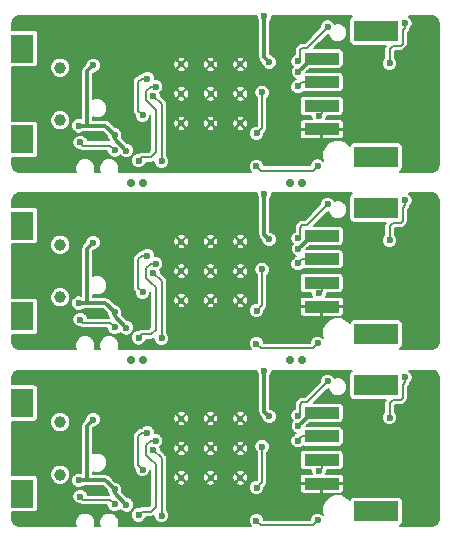
<source format=gbl>
G04 #@! TF.FileFunction,Copper,L2,Bot,Signal*
%FSLAX46Y46*%
G04 Gerber Fmt 4.6, Leading zero omitted, Abs format (unit mm)*
G04 Created by KiCad (PCBNEW 0.201512311516+6410~40~ubuntu14.04.1-stable) date Sun 03 Jan 2016 05:14:07 GMT*
%MOMM*%
G01*
G04 APERTURE LIST*
%ADD10C,0.100000*%
%ADD11C,0.600000*%
%ADD12C,1.000000*%
%ADD13R,1.900000X2.440000*%
%ADD14R,3.800000X1.800000*%
%ADD15R,3.000000X1.000000*%
%ADD16C,0.700000*%
%ADD17C,0.300000*%
%ADD18C,0.200000*%
G04 APERTURE END LIST*
D10*
D11*
X125750000Y-88000000D03*
X125750000Y-85500000D03*
X125750000Y-83000000D03*
X123250000Y-88000000D03*
X123250000Y-85500000D03*
X123250000Y-83000000D03*
X120750000Y-88000000D03*
X120750000Y-85500000D03*
X120750000Y-83000000D03*
D12*
X110500000Y-83275000D03*
X110500000Y-87725000D03*
D13*
X107320000Y-89340000D03*
X107320000Y-81660000D03*
D14*
X137250000Y-80150000D03*
X137250000Y-90850000D03*
D15*
X132650000Y-82500000D03*
X132650000Y-84500000D03*
X132650000Y-86500000D03*
X132650000Y-88500000D03*
D11*
X125750000Y-103000000D03*
X125750000Y-100500000D03*
X125750000Y-98000000D03*
X123250000Y-103000000D03*
X123250000Y-100500000D03*
X123250000Y-98000000D03*
X120750000Y-103000000D03*
X120750000Y-100500000D03*
X120750000Y-98000000D03*
D12*
X110500000Y-98275000D03*
X110500000Y-102725000D03*
D13*
X107320000Y-104340000D03*
X107320000Y-96660000D03*
D14*
X137250000Y-95150000D03*
X137250000Y-105850000D03*
D15*
X132650000Y-97500000D03*
X132650000Y-99500000D03*
X132650000Y-101500000D03*
X132650000Y-103500000D03*
D11*
X125750000Y-118000000D03*
X125750000Y-115500000D03*
X125750000Y-113000000D03*
X123250000Y-118000000D03*
X123250000Y-115500000D03*
X123250000Y-113000000D03*
X120750000Y-118000000D03*
X120750000Y-115500000D03*
X120750000Y-113000000D03*
D12*
X110500000Y-113275000D03*
X110500000Y-117725000D03*
D13*
X107320000Y-119340000D03*
X107320000Y-111660000D03*
D14*
X137250000Y-110150000D03*
X137250000Y-120850000D03*
D15*
X132650000Y-112500000D03*
X132650000Y-114500000D03*
X132650000Y-116500000D03*
X132650000Y-118500000D03*
D16*
X131000000Y-108000000D03*
X130000000Y-108000000D03*
X117500000Y-108000000D03*
X116500000Y-108000000D03*
X131000000Y-93000000D03*
X130000000Y-93000000D03*
X117500000Y-93000000D03*
X116500000Y-93000000D03*
D11*
X130688224Y-83611776D03*
X128200000Y-82800000D03*
X127800000Y-78939989D03*
X113291735Y-83087978D03*
X116100000Y-90300000D03*
X115119645Y-88973504D03*
X112100000Y-88200000D03*
X138300000Y-84900000D03*
X113594458Y-91104798D03*
X130104985Y-84262235D03*
X134800000Y-79100000D03*
X134700000Y-88000000D03*
X134700000Y-85500000D03*
X130600000Y-88700000D03*
X122199990Y-80603484D03*
X124350000Y-89700000D03*
X124200000Y-80200000D03*
X115100000Y-83700000D03*
X117100000Y-82000000D03*
X117918272Y-88618272D03*
X112200000Y-90500000D03*
X111600000Y-87500000D03*
X111600000Y-86100000D03*
X111600000Y-86800000D03*
X127600000Y-85360002D03*
X115119645Y-90243505D03*
X127149993Y-88833019D03*
X112200000Y-89600000D03*
X133158519Y-79841481D03*
X130649998Y-82725009D03*
X117900000Y-84200000D03*
X117500000Y-87300000D03*
X130646792Y-84850833D03*
X132304272Y-91604272D03*
X127130325Y-91630325D03*
X117161921Y-91147295D03*
X118606133Y-84877001D03*
X132410002Y-87380967D03*
X119100000Y-91200000D03*
X118400000Y-85649990D03*
X138400000Y-82900000D03*
X139700000Y-79500000D03*
X130688224Y-98611776D03*
X128200000Y-97800000D03*
X127800000Y-93939989D03*
X113291735Y-98087978D03*
X116100000Y-105300000D03*
X115119645Y-103973504D03*
X112100000Y-103200000D03*
X138300000Y-99900000D03*
X113594458Y-106104798D03*
X130104985Y-99262235D03*
X134800000Y-94100000D03*
X134700000Y-103000000D03*
X134700000Y-100500000D03*
X130600000Y-103700000D03*
X122199990Y-95603484D03*
X124350000Y-104700000D03*
X124200000Y-95200000D03*
X115100000Y-98700000D03*
X117100000Y-97000000D03*
X117918272Y-103618272D03*
X112200000Y-105500000D03*
X111600000Y-102500000D03*
X111600000Y-101100000D03*
X111600000Y-101800000D03*
X127600000Y-100360002D03*
X115119645Y-105243505D03*
X127149993Y-103833019D03*
X112200000Y-104600000D03*
X133158519Y-94841481D03*
X130649998Y-97725009D03*
X117900000Y-99200000D03*
X117500000Y-102300000D03*
X130646792Y-99850833D03*
X132304272Y-106604272D03*
X127130325Y-106630325D03*
X117161921Y-106147295D03*
X118606133Y-99877001D03*
X132410002Y-102380967D03*
X119100000Y-106200000D03*
X118400000Y-100649990D03*
X138400000Y-97900000D03*
X139700000Y-94500000D03*
X130688224Y-113611776D03*
X128200000Y-112800000D03*
X127800000Y-108939989D03*
X113291735Y-113087978D03*
X116100000Y-120300000D03*
X115119645Y-118973504D03*
X112100000Y-118200000D03*
X138300000Y-114900000D03*
X113594458Y-121104798D03*
X130104985Y-114262235D03*
X134800000Y-109100000D03*
X134700000Y-118000000D03*
X134700000Y-115500000D03*
X130600000Y-118700000D03*
X122199990Y-110603484D03*
X124350000Y-119700000D03*
X124200000Y-110200000D03*
X115100000Y-113700000D03*
X117100000Y-112000000D03*
X117918272Y-118618272D03*
X112200000Y-120500000D03*
X111600000Y-117500000D03*
X111600000Y-116100000D03*
X111600000Y-116800000D03*
X127600000Y-115360002D03*
X115119645Y-120243505D03*
X127149993Y-118833019D03*
X112200000Y-119600000D03*
X133158519Y-109841481D03*
X130649998Y-112725009D03*
X117900000Y-114200000D03*
X117500000Y-117300000D03*
X130646792Y-114850833D03*
X132304272Y-121604272D03*
X127130325Y-121630325D03*
X117161921Y-121147295D03*
X118606133Y-114877001D03*
X132410002Y-117380967D03*
X119100000Y-121200000D03*
X118400000Y-115649990D03*
X138400000Y-112900000D03*
X139700000Y-109500000D03*
D17*
X131800000Y-82500000D02*
X130688224Y-83611776D01*
X127800000Y-78939989D02*
X127800000Y-82400000D01*
X127800000Y-82400000D02*
X128200000Y-82800000D01*
X132650000Y-82500000D02*
X131800000Y-82500000D01*
X115119645Y-89319645D02*
X116100000Y-90300000D01*
X115119645Y-88973504D02*
X115119645Y-89319645D01*
X114346141Y-88200000D02*
X112800000Y-88200000D01*
X112800000Y-88200000D02*
X112100000Y-88200000D01*
X112784999Y-88184999D02*
X112800000Y-88200000D01*
X113291735Y-83087978D02*
X112784999Y-83594714D01*
X112784999Y-83594714D02*
X112784999Y-88184999D01*
X115119645Y-88973504D02*
X114346141Y-88200000D01*
X132650000Y-88500000D02*
X133650000Y-88500000D01*
D18*
X127600000Y-85360002D02*
X127600000Y-88383012D01*
X127600000Y-88383012D02*
X127149993Y-88833019D01*
X114761140Y-89885000D02*
X115119645Y-90243505D01*
X113641415Y-89885000D02*
X114761140Y-89885000D01*
X112485000Y-89885000D02*
X112200000Y-89600000D01*
X113641415Y-89885000D02*
X112485000Y-89885000D01*
X133158519Y-79841481D02*
X131400000Y-81600000D01*
X131400000Y-81600000D02*
X131009998Y-81600000D01*
X130800000Y-81809998D02*
X130800000Y-82575007D01*
X130800000Y-82575007D02*
X130649998Y-82725009D01*
X131009998Y-81600000D02*
X130800000Y-81809998D01*
X117100000Y-84500000D02*
X117400000Y-84200000D01*
X117400000Y-84200000D02*
X117900000Y-84200000D01*
X117100000Y-84700000D02*
X117100000Y-84500000D01*
X117500000Y-87300000D02*
X117100000Y-86900000D01*
X117100000Y-86900000D02*
X117100000Y-84700000D01*
X132650000Y-84500000D02*
X130950000Y-84500000D01*
X130950000Y-84500000D02*
X130646792Y-84803208D01*
X130646792Y-84803208D02*
X130646792Y-84850833D01*
X132650000Y-84500000D02*
X131650000Y-84500000D01*
X127500000Y-92000000D02*
X131908544Y-92000000D01*
X131908544Y-92000000D02*
X132304272Y-91604272D01*
X127130325Y-91630325D02*
X127500000Y-92000000D01*
X118199999Y-90855527D02*
X117453689Y-90855527D01*
X117453689Y-90855527D02*
X117161921Y-91147295D01*
X118600000Y-86839952D02*
X118600000Y-90455526D01*
X118600000Y-90455526D02*
X118199999Y-90855527D01*
X118234312Y-86474264D02*
X118600000Y-86839952D01*
X118606133Y-84877001D02*
X118181869Y-84877001D01*
X117799999Y-85258871D02*
X117799999Y-86039951D01*
X118181869Y-84877001D02*
X117799999Y-85258871D01*
X117799999Y-86039951D02*
X118234312Y-86474264D01*
X132650000Y-86500000D02*
X132650000Y-87140969D01*
X132650000Y-87140969D02*
X132410002Y-87380967D01*
X119100000Y-90400000D02*
X119100000Y-91200000D01*
X119100000Y-86349990D02*
X119100000Y-90400000D01*
X118400000Y-85649990D02*
X119100000Y-86349990D01*
X138700000Y-81400000D02*
X138400000Y-81700000D01*
X138400000Y-81700000D02*
X138400000Y-82900000D01*
X139340002Y-81400000D02*
X138700000Y-81400000D01*
X139500000Y-80124264D02*
X139500000Y-81240002D01*
X139500000Y-81240002D02*
X139340002Y-81400000D01*
X139700000Y-79500000D02*
X139700000Y-79924264D01*
X139700000Y-79924264D02*
X139500000Y-80124264D01*
D17*
X131800000Y-97500000D02*
X130688224Y-98611776D01*
X127800000Y-93939989D02*
X127800000Y-97400000D01*
X127800000Y-97400000D02*
X128200000Y-97800000D01*
X132650000Y-97500000D02*
X131800000Y-97500000D01*
X115119645Y-104319645D02*
X116100000Y-105300000D01*
X115119645Y-103973504D02*
X115119645Y-104319645D01*
X114346141Y-103200000D02*
X112800000Y-103200000D01*
X112800000Y-103200000D02*
X112100000Y-103200000D01*
X112784999Y-103184999D02*
X112800000Y-103200000D01*
X113291735Y-98087978D02*
X112784999Y-98594714D01*
X112784999Y-98594714D02*
X112784999Y-103184999D01*
X115119645Y-103973504D02*
X114346141Y-103200000D01*
X132650000Y-103500000D02*
X133650000Y-103500000D01*
D18*
X127600000Y-100360002D02*
X127600000Y-103383012D01*
X127600000Y-103383012D02*
X127149993Y-103833019D01*
X114761140Y-104885000D02*
X115119645Y-105243505D01*
X113641415Y-104885000D02*
X114761140Y-104885000D01*
X112485000Y-104885000D02*
X112200000Y-104600000D01*
X113641415Y-104885000D02*
X112485000Y-104885000D01*
X133158519Y-94841481D02*
X131400000Y-96600000D01*
X131400000Y-96600000D02*
X131009998Y-96600000D01*
X130800000Y-96809998D02*
X130800000Y-97575007D01*
X130800000Y-97575007D02*
X130649998Y-97725009D01*
X131009998Y-96600000D02*
X130800000Y-96809998D01*
X117100000Y-99500000D02*
X117400000Y-99200000D01*
X117400000Y-99200000D02*
X117900000Y-99200000D01*
X117100000Y-99700000D02*
X117100000Y-99500000D01*
X117500000Y-102300000D02*
X117100000Y-101900000D01*
X117100000Y-101900000D02*
X117100000Y-99700000D01*
X132650000Y-99500000D02*
X130950000Y-99500000D01*
X130950000Y-99500000D02*
X130646792Y-99803208D01*
X130646792Y-99803208D02*
X130646792Y-99850833D01*
X132650000Y-99500000D02*
X131650000Y-99500000D01*
X127500000Y-107000000D02*
X131908544Y-107000000D01*
X131908544Y-107000000D02*
X132304272Y-106604272D01*
X127130325Y-106630325D02*
X127500000Y-107000000D01*
X118199999Y-105855527D02*
X117453689Y-105855527D01*
X117453689Y-105855527D02*
X117161921Y-106147295D01*
X118600000Y-101839952D02*
X118600000Y-105455526D01*
X118600000Y-105455526D02*
X118199999Y-105855527D01*
X118234312Y-101474264D02*
X118600000Y-101839952D01*
X118606133Y-99877001D02*
X118181869Y-99877001D01*
X117799999Y-100258871D02*
X117799999Y-101039951D01*
X118181869Y-99877001D02*
X117799999Y-100258871D01*
X117799999Y-101039951D02*
X118234312Y-101474264D01*
X132650000Y-101500000D02*
X132650000Y-102140969D01*
X132650000Y-102140969D02*
X132410002Y-102380967D01*
X119100000Y-105400000D02*
X119100000Y-106200000D01*
X119100000Y-101349990D02*
X119100000Y-105400000D01*
X118400000Y-100649990D02*
X119100000Y-101349990D01*
X138700000Y-96400000D02*
X138400000Y-96700000D01*
X138400000Y-96700000D02*
X138400000Y-97900000D01*
X139340002Y-96400000D02*
X138700000Y-96400000D01*
X139500000Y-95124264D02*
X139500000Y-96240002D01*
X139500000Y-96240002D02*
X139340002Y-96400000D01*
X139700000Y-94500000D02*
X139700000Y-94924264D01*
X139700000Y-94924264D02*
X139500000Y-95124264D01*
D17*
X131800000Y-112500000D02*
X130688224Y-113611776D01*
X127800000Y-108939989D02*
X127800000Y-112400000D01*
X127800000Y-112400000D02*
X128200000Y-112800000D01*
X132650000Y-112500000D02*
X131800000Y-112500000D01*
X115119645Y-119319645D02*
X116100000Y-120300000D01*
X115119645Y-118973504D02*
X115119645Y-119319645D01*
X114346141Y-118200000D02*
X112800000Y-118200000D01*
X112800000Y-118200000D02*
X112100000Y-118200000D01*
X112784999Y-118184999D02*
X112800000Y-118200000D01*
X113291735Y-113087978D02*
X112784999Y-113594714D01*
X112784999Y-113594714D02*
X112784999Y-118184999D01*
X115119645Y-118973504D02*
X114346141Y-118200000D01*
X132650000Y-118500000D02*
X133650000Y-118500000D01*
D18*
X127600000Y-115360002D02*
X127600000Y-118383012D01*
X127600000Y-118383012D02*
X127149993Y-118833019D01*
X114761140Y-119885000D02*
X115119645Y-120243505D01*
X113641415Y-119885000D02*
X114761140Y-119885000D01*
X112485000Y-119885000D02*
X112200000Y-119600000D01*
X113641415Y-119885000D02*
X112485000Y-119885000D01*
X133158519Y-109841481D02*
X131400000Y-111600000D01*
X131400000Y-111600000D02*
X131009998Y-111600000D01*
X130800000Y-111809998D02*
X130800000Y-112575007D01*
X130800000Y-112575007D02*
X130649998Y-112725009D01*
X131009998Y-111600000D02*
X130800000Y-111809998D01*
X117100000Y-114500000D02*
X117400000Y-114200000D01*
X117400000Y-114200000D02*
X117900000Y-114200000D01*
X117100000Y-114700000D02*
X117100000Y-114500000D01*
X117500000Y-117300000D02*
X117100000Y-116900000D01*
X117100000Y-116900000D02*
X117100000Y-114700000D01*
X132650000Y-114500000D02*
X130950000Y-114500000D01*
X130950000Y-114500000D02*
X130646792Y-114803208D01*
X130646792Y-114803208D02*
X130646792Y-114850833D01*
X132650000Y-114500000D02*
X131650000Y-114500000D01*
X127500000Y-122000000D02*
X131908544Y-122000000D01*
X131908544Y-122000000D02*
X132304272Y-121604272D01*
X127130325Y-121630325D02*
X127500000Y-122000000D01*
X118199999Y-120855527D02*
X117453689Y-120855527D01*
X117453689Y-120855527D02*
X117161921Y-121147295D01*
X118600000Y-116839952D02*
X118600000Y-120455526D01*
X118600000Y-120455526D02*
X118199999Y-120855527D01*
X118234312Y-116474264D02*
X118600000Y-116839952D01*
X118606133Y-114877001D02*
X118181869Y-114877001D01*
X117799999Y-115258871D02*
X117799999Y-116039951D01*
X118181869Y-114877001D02*
X117799999Y-115258871D01*
X117799999Y-116039951D02*
X118234312Y-116474264D01*
X132650000Y-116500000D02*
X132650000Y-117140969D01*
X132650000Y-117140969D02*
X132410002Y-117380967D01*
X119100000Y-120400000D02*
X119100000Y-121200000D01*
X119100000Y-116349990D02*
X119100000Y-120400000D01*
X118400000Y-115649990D02*
X119100000Y-116349990D01*
X138700000Y-111400000D02*
X138400000Y-111700000D01*
X138400000Y-111700000D02*
X138400000Y-112900000D01*
X139340002Y-111400000D02*
X138700000Y-111400000D01*
X139500000Y-110124264D02*
X139500000Y-111240002D01*
X139500000Y-111240002D02*
X139340002Y-111400000D01*
X139700000Y-109500000D02*
X139700000Y-109924264D01*
X139700000Y-109924264D02*
X139500000Y-110124264D01*
G36*
X127149888Y-79068715D02*
X127248636Y-79307703D01*
X127300000Y-79359157D01*
X127300000Y-82400000D01*
X127326122Y-82531324D01*
X127338060Y-82591342D01*
X127446447Y-82753553D01*
X127549950Y-82857057D01*
X127549888Y-82928726D01*
X127648636Y-83167714D01*
X127831324Y-83350722D01*
X128070140Y-83449887D01*
X128328726Y-83450112D01*
X128567714Y-83351364D01*
X128750722Y-83168676D01*
X128849887Y-82929860D01*
X128850112Y-82671274D01*
X128751364Y-82432286D01*
X128568676Y-82249278D01*
X128329860Y-82150113D01*
X128300000Y-82150087D01*
X128300000Y-79359298D01*
X128350722Y-79308665D01*
X128449887Y-79069849D01*
X128450013Y-78925000D01*
X135208719Y-78925000D01*
X135101175Y-78994203D01*
X135021259Y-79111163D01*
X134993144Y-79250000D01*
X134993144Y-81050000D01*
X135017549Y-81179702D01*
X135094203Y-81298825D01*
X135211163Y-81378741D01*
X135350000Y-81406856D01*
X138065061Y-81406856D01*
X137984254Y-81527792D01*
X137950000Y-81700000D01*
X137950000Y-82430778D01*
X137849278Y-82531324D01*
X137750113Y-82770140D01*
X137749888Y-83028726D01*
X137848636Y-83267714D01*
X138031324Y-83450722D01*
X138270140Y-83549887D01*
X138528726Y-83550112D01*
X138767714Y-83451364D01*
X138950722Y-83268676D01*
X139049887Y-83029860D01*
X139050112Y-82771274D01*
X138951364Y-82532286D01*
X138850000Y-82430744D01*
X138850000Y-81886396D01*
X138886396Y-81850000D01*
X139340002Y-81850000D01*
X139512210Y-81815746D01*
X139658200Y-81718198D01*
X139818198Y-81558200D01*
X139915746Y-81412210D01*
X139950000Y-81240002D01*
X139950000Y-80310660D01*
X140018198Y-80242462D01*
X140115746Y-80096472D01*
X140138842Y-79980361D01*
X140250722Y-79868676D01*
X140349887Y-79629860D01*
X140350112Y-79371274D01*
X140251364Y-79132286D01*
X140068676Y-78949278D01*
X140010208Y-78925000D01*
X141958140Y-78925000D01*
X142216857Y-78976462D01*
X142400698Y-79099300D01*
X142523538Y-79283144D01*
X142575000Y-79541860D01*
X142575000Y-91458140D01*
X142523538Y-91716856D01*
X142400698Y-91900700D01*
X142216857Y-92023538D01*
X141958140Y-92075000D01*
X139291281Y-92075000D01*
X139398825Y-92005797D01*
X139478741Y-91888837D01*
X139506856Y-91750000D01*
X139506856Y-89950000D01*
X139482451Y-89820298D01*
X139405797Y-89701175D01*
X139288837Y-89621259D01*
X139150000Y-89593144D01*
X135350000Y-89593144D01*
X135220298Y-89617549D01*
X135101175Y-89694203D01*
X135021259Y-89811163D01*
X135009172Y-89870850D01*
X134737353Y-89598556D01*
X134259721Y-89400226D01*
X133742548Y-89399774D01*
X133264571Y-89597271D01*
X132898556Y-89962647D01*
X132700226Y-90440279D01*
X132699774Y-90957452D01*
X132786470Y-91167270D01*
X132672948Y-91053550D01*
X132434132Y-90954385D01*
X132175546Y-90954160D01*
X131936558Y-91052908D01*
X131753550Y-91235596D01*
X131654385Y-91474412D01*
X131654319Y-91550000D01*
X127780395Y-91550000D01*
X127780437Y-91501599D01*
X127681689Y-91262611D01*
X127499001Y-91079603D01*
X127260185Y-90980438D01*
X127001599Y-90980213D01*
X126762611Y-91078961D01*
X126579603Y-91261649D01*
X126480438Y-91500465D01*
X126480213Y-91759051D01*
X126578961Y-91998039D01*
X126655787Y-92075000D01*
X115453024Y-92075000D01*
X115500852Y-91959817D01*
X115501147Y-91621666D01*
X115372015Y-91309143D01*
X115338951Y-91276021D01*
X116511809Y-91276021D01*
X116610557Y-91515009D01*
X116793245Y-91698017D01*
X117032061Y-91797182D01*
X117290647Y-91797407D01*
X117529635Y-91698659D01*
X117712643Y-91515971D01*
X117800027Y-91305527D01*
X118199999Y-91305527D01*
X118372207Y-91271273D01*
X118449983Y-91219304D01*
X118449888Y-91328726D01*
X118548636Y-91567714D01*
X118731324Y-91750722D01*
X118970140Y-91849887D01*
X119228726Y-91850112D01*
X119467714Y-91751364D01*
X119650722Y-91568676D01*
X119749887Y-91329860D01*
X119750112Y-91071274D01*
X119651364Y-90832286D01*
X119550000Y-90730744D01*
X119550000Y-88961745D01*
X126499881Y-88961745D01*
X126598629Y-89200733D01*
X126781317Y-89383741D01*
X127020133Y-89482906D01*
X127278719Y-89483131D01*
X127517707Y-89384383D01*
X127700715Y-89201695D01*
X127799880Y-88962879D01*
X127800005Y-88819403D01*
X127918198Y-88701210D01*
X127977472Y-88612500D01*
X130800000Y-88612500D01*
X130800000Y-89069619D01*
X130853284Y-89198259D01*
X130951741Y-89296715D01*
X131080380Y-89350000D01*
X132537500Y-89350000D01*
X132625000Y-89262500D01*
X132625000Y-88525000D01*
X132675000Y-88525000D01*
X132675000Y-89262500D01*
X132762500Y-89350000D01*
X134219620Y-89350000D01*
X134348259Y-89296715D01*
X134446716Y-89198259D01*
X134500000Y-89069619D01*
X134500000Y-88612500D01*
X134412500Y-88525000D01*
X132675000Y-88525000D01*
X132625000Y-88525000D01*
X130887500Y-88525000D01*
X130800000Y-88612500D01*
X127977472Y-88612500D01*
X128015746Y-88555220D01*
X128050000Y-88383012D01*
X128050000Y-86000000D01*
X130793144Y-86000000D01*
X130793144Y-87000000D01*
X130817549Y-87129702D01*
X130894203Y-87248825D01*
X131011163Y-87328741D01*
X131150000Y-87356856D01*
X131760023Y-87356856D01*
X131759890Y-87509693D01*
X131817864Y-87650000D01*
X131080380Y-87650000D01*
X130951741Y-87703285D01*
X130853284Y-87801741D01*
X130800000Y-87930381D01*
X130800000Y-88387500D01*
X130887500Y-88475000D01*
X132625000Y-88475000D01*
X132625000Y-88455000D01*
X132675000Y-88455000D01*
X132675000Y-88475000D01*
X134412500Y-88475000D01*
X134500000Y-88387500D01*
X134500000Y-87930381D01*
X134446716Y-87801741D01*
X134348259Y-87703285D01*
X134219620Y-87650000D01*
X133002099Y-87650000D01*
X133059889Y-87510827D01*
X133060023Y-87356856D01*
X134150000Y-87356856D01*
X134279702Y-87332451D01*
X134398825Y-87255797D01*
X134478741Y-87138837D01*
X134506856Y-87000000D01*
X134506856Y-86000000D01*
X134482451Y-85870298D01*
X134405797Y-85751175D01*
X134288837Y-85671259D01*
X134150000Y-85643144D01*
X131150000Y-85643144D01*
X131020298Y-85667549D01*
X130901175Y-85744203D01*
X130821259Y-85861163D01*
X130793144Y-86000000D01*
X128050000Y-86000000D01*
X128050000Y-85829224D01*
X128150722Y-85728678D01*
X128249887Y-85489862D01*
X128250112Y-85231276D01*
X128151364Y-84992288D01*
X128138658Y-84979559D01*
X129996680Y-84979559D01*
X130095428Y-85218547D01*
X130278116Y-85401555D01*
X130516932Y-85500720D01*
X130775518Y-85500945D01*
X131014506Y-85402197D01*
X131075117Y-85341692D01*
X131150000Y-85356856D01*
X134150000Y-85356856D01*
X134279702Y-85332451D01*
X134398825Y-85255797D01*
X134478741Y-85138837D01*
X134506856Y-85000000D01*
X134506856Y-84000000D01*
X134482451Y-83870298D01*
X134405797Y-83751175D01*
X134288837Y-83671259D01*
X134150000Y-83643144D01*
X131363962Y-83643144D01*
X131650251Y-83356856D01*
X134150000Y-83356856D01*
X134279702Y-83332451D01*
X134398825Y-83255797D01*
X134478741Y-83138837D01*
X134506856Y-83000000D01*
X134506856Y-82000000D01*
X134482451Y-81870298D01*
X134405797Y-81751175D01*
X134288837Y-81671259D01*
X134150000Y-81643144D01*
X131993252Y-81643144D01*
X133144927Y-80491469D01*
X133213536Y-80491529D01*
X133321397Y-80752572D01*
X133546245Y-80977812D01*
X133840172Y-81099861D01*
X134158432Y-81100139D01*
X134452572Y-80978603D01*
X134677812Y-80753755D01*
X134799861Y-80459828D01*
X134800139Y-80141568D01*
X134678603Y-79847428D01*
X134453755Y-79622188D01*
X134159828Y-79500139D01*
X133841568Y-79499861D01*
X133738296Y-79542532D01*
X133709883Y-79473767D01*
X133527195Y-79290759D01*
X133288379Y-79191594D01*
X133029793Y-79191369D01*
X132790805Y-79290117D01*
X132607797Y-79472805D01*
X132508632Y-79711621D01*
X132508507Y-79855097D01*
X131213604Y-81150000D01*
X131009998Y-81150000D01*
X130837790Y-81184254D01*
X130772630Y-81227793D01*
X130691800Y-81281802D01*
X130481802Y-81491800D01*
X130384254Y-81637790D01*
X130350000Y-81809998D01*
X130350000Y-82145665D01*
X130282284Y-82173645D01*
X130099276Y-82356333D01*
X130000111Y-82595149D01*
X129999886Y-82853735D01*
X130098634Y-83092723D01*
X130193222Y-83187477D01*
X130137502Y-83243100D01*
X130038337Y-83481916D01*
X130038112Y-83740502D01*
X130136860Y-83979490D01*
X130319548Y-84162498D01*
X130464701Y-84222771D01*
X130279078Y-84299469D01*
X130096070Y-84482157D01*
X129996905Y-84720973D01*
X129996680Y-84979559D01*
X128138658Y-84979559D01*
X127968676Y-84809280D01*
X127729860Y-84710115D01*
X127471274Y-84709890D01*
X127232286Y-84808638D01*
X127049278Y-84991326D01*
X126950113Y-85230142D01*
X126949888Y-85488728D01*
X127048636Y-85727716D01*
X127150000Y-85829258D01*
X127150000Y-88183019D01*
X127021267Y-88182907D01*
X126782279Y-88281655D01*
X126599271Y-88464343D01*
X126500106Y-88703159D01*
X126499881Y-88961745D01*
X119550000Y-88961745D01*
X119550000Y-88424045D01*
X120361310Y-88424045D01*
X120380957Y-88550476D01*
X120619707Y-88649800D01*
X120878293Y-88650198D01*
X121117347Y-88551609D01*
X121119043Y-88550476D01*
X121138690Y-88424045D01*
X122861310Y-88424045D01*
X122880957Y-88550476D01*
X123119707Y-88649800D01*
X123378293Y-88650198D01*
X123617347Y-88551609D01*
X123619043Y-88550476D01*
X123638690Y-88424045D01*
X125361310Y-88424045D01*
X125380957Y-88550476D01*
X125619707Y-88649800D01*
X125878293Y-88650198D01*
X126117347Y-88551609D01*
X126119043Y-88550476D01*
X126138690Y-88424045D01*
X125750000Y-88035355D01*
X125361310Y-88424045D01*
X123638690Y-88424045D01*
X123250000Y-88035355D01*
X122861310Y-88424045D01*
X121138690Y-88424045D01*
X120750000Y-88035355D01*
X120361310Y-88424045D01*
X119550000Y-88424045D01*
X119550000Y-88128293D01*
X120099802Y-88128293D01*
X120198391Y-88367347D01*
X120199524Y-88369043D01*
X120325955Y-88388690D01*
X120714645Y-88000000D01*
X120785355Y-88000000D01*
X121174045Y-88388690D01*
X121300476Y-88369043D01*
X121399800Y-88130293D01*
X121399803Y-88128293D01*
X122599802Y-88128293D01*
X122698391Y-88367347D01*
X122699524Y-88369043D01*
X122825955Y-88388690D01*
X123214645Y-88000000D01*
X123285355Y-88000000D01*
X123674045Y-88388690D01*
X123800476Y-88369043D01*
X123899800Y-88130293D01*
X123899803Y-88128293D01*
X125099802Y-88128293D01*
X125198391Y-88367347D01*
X125199524Y-88369043D01*
X125325955Y-88388690D01*
X125714645Y-88000000D01*
X125785355Y-88000000D01*
X126174045Y-88388690D01*
X126300476Y-88369043D01*
X126399800Y-88130293D01*
X126400198Y-87871707D01*
X126301609Y-87632653D01*
X126300476Y-87630957D01*
X126174045Y-87611310D01*
X125785355Y-88000000D01*
X125714645Y-88000000D01*
X125325955Y-87611310D01*
X125199524Y-87630957D01*
X125100200Y-87869707D01*
X125099802Y-88128293D01*
X123899803Y-88128293D01*
X123900198Y-87871707D01*
X123801609Y-87632653D01*
X123800476Y-87630957D01*
X123674045Y-87611310D01*
X123285355Y-88000000D01*
X123214645Y-88000000D01*
X122825955Y-87611310D01*
X122699524Y-87630957D01*
X122600200Y-87869707D01*
X122599802Y-88128293D01*
X121399803Y-88128293D01*
X121400198Y-87871707D01*
X121301609Y-87632653D01*
X121300476Y-87630957D01*
X121174045Y-87611310D01*
X120785355Y-88000000D01*
X120714645Y-88000000D01*
X120325955Y-87611310D01*
X120199524Y-87630957D01*
X120100200Y-87869707D01*
X120099802Y-88128293D01*
X119550000Y-88128293D01*
X119550000Y-87575955D01*
X120361310Y-87575955D01*
X120750000Y-87964645D01*
X121138690Y-87575955D01*
X122861310Y-87575955D01*
X123250000Y-87964645D01*
X123638690Y-87575955D01*
X125361310Y-87575955D01*
X125750000Y-87964645D01*
X126138690Y-87575955D01*
X126119043Y-87449524D01*
X125880293Y-87350200D01*
X125621707Y-87349802D01*
X125382653Y-87448391D01*
X125380957Y-87449524D01*
X125361310Y-87575955D01*
X123638690Y-87575955D01*
X123619043Y-87449524D01*
X123380293Y-87350200D01*
X123121707Y-87349802D01*
X122882653Y-87448391D01*
X122880957Y-87449524D01*
X122861310Y-87575955D01*
X121138690Y-87575955D01*
X121119043Y-87449524D01*
X120880293Y-87350200D01*
X120621707Y-87349802D01*
X120382653Y-87448391D01*
X120380957Y-87449524D01*
X120361310Y-87575955D01*
X119550000Y-87575955D01*
X119550000Y-86349990D01*
X119515746Y-86177782D01*
X119418198Y-86031792D01*
X119310451Y-85924045D01*
X120361310Y-85924045D01*
X120380957Y-86050476D01*
X120619707Y-86149800D01*
X120878293Y-86150198D01*
X121117347Y-86051609D01*
X121119043Y-86050476D01*
X121138690Y-85924045D01*
X122861310Y-85924045D01*
X122880957Y-86050476D01*
X123119707Y-86149800D01*
X123378293Y-86150198D01*
X123617347Y-86051609D01*
X123619043Y-86050476D01*
X123638690Y-85924045D01*
X125361310Y-85924045D01*
X125380957Y-86050476D01*
X125619707Y-86149800D01*
X125878293Y-86150198D01*
X126117347Y-86051609D01*
X126119043Y-86050476D01*
X126138690Y-85924045D01*
X125750000Y-85535355D01*
X125361310Y-85924045D01*
X123638690Y-85924045D01*
X123250000Y-85535355D01*
X122861310Y-85924045D01*
X121138690Y-85924045D01*
X120750000Y-85535355D01*
X120361310Y-85924045D01*
X119310451Y-85924045D01*
X119049988Y-85663582D01*
X119050018Y-85628293D01*
X120099802Y-85628293D01*
X120198391Y-85867347D01*
X120199524Y-85869043D01*
X120325955Y-85888690D01*
X120714645Y-85500000D01*
X120785355Y-85500000D01*
X121174045Y-85888690D01*
X121300476Y-85869043D01*
X121399800Y-85630293D01*
X121399803Y-85628293D01*
X122599802Y-85628293D01*
X122698391Y-85867347D01*
X122699524Y-85869043D01*
X122825955Y-85888690D01*
X123214645Y-85500000D01*
X123285355Y-85500000D01*
X123674045Y-85888690D01*
X123800476Y-85869043D01*
X123899800Y-85630293D01*
X123899803Y-85628293D01*
X125099802Y-85628293D01*
X125198391Y-85867347D01*
X125199524Y-85869043D01*
X125325955Y-85888690D01*
X125714645Y-85500000D01*
X125785355Y-85500000D01*
X126174045Y-85888690D01*
X126300476Y-85869043D01*
X126399800Y-85630293D01*
X126400198Y-85371707D01*
X126301609Y-85132653D01*
X126300476Y-85130957D01*
X126174045Y-85111310D01*
X125785355Y-85500000D01*
X125714645Y-85500000D01*
X125325955Y-85111310D01*
X125199524Y-85130957D01*
X125100200Y-85369707D01*
X125099802Y-85628293D01*
X123899803Y-85628293D01*
X123900198Y-85371707D01*
X123801609Y-85132653D01*
X123800476Y-85130957D01*
X123674045Y-85111310D01*
X123285355Y-85500000D01*
X123214645Y-85500000D01*
X122825955Y-85111310D01*
X122699524Y-85130957D01*
X122600200Y-85369707D01*
X122599802Y-85628293D01*
X121399803Y-85628293D01*
X121400198Y-85371707D01*
X121301609Y-85132653D01*
X121300476Y-85130957D01*
X121174045Y-85111310D01*
X120785355Y-85500000D01*
X120714645Y-85500000D01*
X120325955Y-85111310D01*
X120199524Y-85130957D01*
X120100200Y-85369707D01*
X120099802Y-85628293D01*
X119050018Y-85628293D01*
X119050112Y-85521264D01*
X119000665Y-85401594D01*
X119156855Y-85245677D01*
X119227329Y-85075955D01*
X120361310Y-85075955D01*
X120750000Y-85464645D01*
X121138690Y-85075955D01*
X122861310Y-85075955D01*
X123250000Y-85464645D01*
X123638690Y-85075955D01*
X125361310Y-85075955D01*
X125750000Y-85464645D01*
X126138690Y-85075955D01*
X126119043Y-84949524D01*
X125880293Y-84850200D01*
X125621707Y-84849802D01*
X125382653Y-84948391D01*
X125380957Y-84949524D01*
X125361310Y-85075955D01*
X123638690Y-85075955D01*
X123619043Y-84949524D01*
X123380293Y-84850200D01*
X123121707Y-84849802D01*
X122882653Y-84948391D01*
X122880957Y-84949524D01*
X122861310Y-85075955D01*
X121138690Y-85075955D01*
X121119043Y-84949524D01*
X120880293Y-84850200D01*
X120621707Y-84849802D01*
X120382653Y-84948391D01*
X120380957Y-84949524D01*
X120361310Y-85075955D01*
X119227329Y-85075955D01*
X119256020Y-85006861D01*
X119256245Y-84748275D01*
X119157497Y-84509287D01*
X118974809Y-84326279D01*
X118735993Y-84227114D01*
X118549977Y-84226952D01*
X118550112Y-84071274D01*
X118451364Y-83832286D01*
X118268676Y-83649278D01*
X118029860Y-83550113D01*
X117771274Y-83549888D01*
X117532286Y-83648636D01*
X117430744Y-83750000D01*
X117400000Y-83750000D01*
X117227792Y-83784254D01*
X117112690Y-83861163D01*
X117081802Y-83881802D01*
X116781802Y-84181802D01*
X116684254Y-84327792D01*
X116650000Y-84500000D01*
X116650000Y-86900000D01*
X116684254Y-87072208D01*
X116750448Y-87171274D01*
X116781802Y-87218198D01*
X116850012Y-87286408D01*
X116849888Y-87428726D01*
X116948636Y-87667714D01*
X117131324Y-87850722D01*
X117370140Y-87949887D01*
X117628726Y-87950112D01*
X117867714Y-87851364D01*
X118050722Y-87668676D01*
X118149887Y-87429860D01*
X118150000Y-87299992D01*
X118150000Y-90269130D01*
X118013603Y-90405527D01*
X117453689Y-90405527D01*
X117281481Y-90439781D01*
X117195362Y-90497324D01*
X117033195Y-90497183D01*
X116794207Y-90595931D01*
X116611199Y-90778619D01*
X116512034Y-91017435D01*
X116511809Y-91276021D01*
X115338951Y-91276021D01*
X115133115Y-91069826D01*
X114820817Y-90940148D01*
X114482666Y-90939853D01*
X114170143Y-91068985D01*
X113930826Y-91307885D01*
X113801148Y-91620183D01*
X113800853Y-91958334D01*
X113849058Y-92075000D01*
X113421024Y-92075000D01*
X113468852Y-91959817D01*
X113469147Y-91621666D01*
X113340015Y-91309143D01*
X113101115Y-91069826D01*
X112788817Y-90940148D01*
X112450666Y-90939853D01*
X112138143Y-91068985D01*
X111898826Y-91307885D01*
X111769148Y-91620183D01*
X111768853Y-91958334D01*
X111817058Y-92075000D01*
X107041860Y-92075000D01*
X106783144Y-92023538D01*
X106599300Y-91900698D01*
X106476462Y-91716857D01*
X106425000Y-91458140D01*
X106425000Y-90916856D01*
X108270000Y-90916856D01*
X108399702Y-90892451D01*
X108518825Y-90815797D01*
X108598741Y-90698837D01*
X108626856Y-90560000D01*
X108626856Y-88120000D01*
X108602451Y-87990298D01*
X108540057Y-87893334D01*
X109649853Y-87893334D01*
X109778985Y-88205857D01*
X110017885Y-88445174D01*
X110330183Y-88574852D01*
X110668334Y-88575147D01*
X110980857Y-88446015D01*
X111098350Y-88328726D01*
X111449888Y-88328726D01*
X111548636Y-88567714D01*
X111731324Y-88750722D01*
X111970140Y-88849887D01*
X112228726Y-88850112D01*
X112467714Y-88751364D01*
X112519168Y-88700000D01*
X114139035Y-88700000D01*
X114469595Y-89030560D01*
X114469533Y-89102230D01*
X114568281Y-89341218D01*
X114637786Y-89410844D01*
X114642590Y-89435000D01*
X112835124Y-89435000D01*
X112751364Y-89232286D01*
X112568676Y-89049278D01*
X112329860Y-88950113D01*
X112071274Y-88949888D01*
X111832286Y-89048636D01*
X111649278Y-89231324D01*
X111550113Y-89470140D01*
X111549888Y-89728726D01*
X111648636Y-89967714D01*
X111831324Y-90150722D01*
X112070140Y-90249887D01*
X112236894Y-90250032D01*
X112312792Y-90300746D01*
X112485000Y-90335000D01*
X114469565Y-90335000D01*
X114469533Y-90372231D01*
X114568281Y-90611219D01*
X114750969Y-90794227D01*
X114989785Y-90893392D01*
X115248371Y-90893617D01*
X115487359Y-90794869D01*
X115581629Y-90700764D01*
X115731324Y-90850722D01*
X115970140Y-90949887D01*
X116228726Y-90950112D01*
X116467714Y-90851364D01*
X116650722Y-90668676D01*
X116749887Y-90429860D01*
X116750112Y-90171274D01*
X116651364Y-89932286D01*
X116468676Y-89749278D01*
X116229860Y-89650113D01*
X116157156Y-89650050D01*
X115722863Y-89215756D01*
X115769532Y-89103364D01*
X115769757Y-88844778D01*
X115671009Y-88605790D01*
X115488321Y-88422782D01*
X115249505Y-88323617D01*
X115176801Y-88323554D01*
X114699694Y-87846447D01*
X114537483Y-87738060D01*
X114534668Y-87737500D01*
X114346141Y-87700000D01*
X113284999Y-87700000D01*
X113284999Y-87485033D01*
X113465183Y-87559852D01*
X113803334Y-87560147D01*
X114115857Y-87431015D01*
X114355174Y-87192115D01*
X114484852Y-86879817D01*
X114485147Y-86541666D01*
X114356015Y-86229143D01*
X114117115Y-85989826D01*
X113804817Y-85860148D01*
X113466666Y-85859853D01*
X113284999Y-85934916D01*
X113284999Y-83801820D01*
X113348791Y-83738028D01*
X113420461Y-83738090D01*
X113659449Y-83639342D01*
X113842457Y-83456654D01*
X113855997Y-83424045D01*
X120361310Y-83424045D01*
X120380957Y-83550476D01*
X120619707Y-83649800D01*
X120878293Y-83650198D01*
X121117347Y-83551609D01*
X121119043Y-83550476D01*
X121138690Y-83424045D01*
X122861310Y-83424045D01*
X122880957Y-83550476D01*
X123119707Y-83649800D01*
X123378293Y-83650198D01*
X123617347Y-83551609D01*
X123619043Y-83550476D01*
X123638690Y-83424045D01*
X125361310Y-83424045D01*
X125380957Y-83550476D01*
X125619707Y-83649800D01*
X125878293Y-83650198D01*
X126117347Y-83551609D01*
X126119043Y-83550476D01*
X126138690Y-83424045D01*
X125750000Y-83035355D01*
X125361310Y-83424045D01*
X123638690Y-83424045D01*
X123250000Y-83035355D01*
X122861310Y-83424045D01*
X121138690Y-83424045D01*
X120750000Y-83035355D01*
X120361310Y-83424045D01*
X113855997Y-83424045D01*
X113941622Y-83217838D01*
X113941699Y-83128293D01*
X120099802Y-83128293D01*
X120198391Y-83367347D01*
X120199524Y-83369043D01*
X120325955Y-83388690D01*
X120714645Y-83000000D01*
X120785355Y-83000000D01*
X121174045Y-83388690D01*
X121300476Y-83369043D01*
X121399800Y-83130293D01*
X121399803Y-83128293D01*
X122599802Y-83128293D01*
X122698391Y-83367347D01*
X122699524Y-83369043D01*
X122825955Y-83388690D01*
X123214645Y-83000000D01*
X123285355Y-83000000D01*
X123674045Y-83388690D01*
X123800476Y-83369043D01*
X123899800Y-83130293D01*
X123899803Y-83128293D01*
X125099802Y-83128293D01*
X125198391Y-83367347D01*
X125199524Y-83369043D01*
X125325955Y-83388690D01*
X125714645Y-83000000D01*
X125785355Y-83000000D01*
X126174045Y-83388690D01*
X126300476Y-83369043D01*
X126399800Y-83130293D01*
X126400198Y-82871707D01*
X126301609Y-82632653D01*
X126300476Y-82630957D01*
X126174045Y-82611310D01*
X125785355Y-83000000D01*
X125714645Y-83000000D01*
X125325955Y-82611310D01*
X125199524Y-82630957D01*
X125100200Y-82869707D01*
X125099802Y-83128293D01*
X123899803Y-83128293D01*
X123900198Y-82871707D01*
X123801609Y-82632653D01*
X123800476Y-82630957D01*
X123674045Y-82611310D01*
X123285355Y-83000000D01*
X123214645Y-83000000D01*
X122825955Y-82611310D01*
X122699524Y-82630957D01*
X122600200Y-82869707D01*
X122599802Y-83128293D01*
X121399803Y-83128293D01*
X121400198Y-82871707D01*
X121301609Y-82632653D01*
X121300476Y-82630957D01*
X121174045Y-82611310D01*
X120785355Y-83000000D01*
X120714645Y-83000000D01*
X120325955Y-82611310D01*
X120199524Y-82630957D01*
X120100200Y-82869707D01*
X120099802Y-83128293D01*
X113941699Y-83128293D01*
X113941847Y-82959252D01*
X113843099Y-82720264D01*
X113699043Y-82575955D01*
X120361310Y-82575955D01*
X120750000Y-82964645D01*
X121138690Y-82575955D01*
X122861310Y-82575955D01*
X123250000Y-82964645D01*
X123638690Y-82575955D01*
X125361310Y-82575955D01*
X125750000Y-82964645D01*
X126138690Y-82575955D01*
X126119043Y-82449524D01*
X125880293Y-82350200D01*
X125621707Y-82349802D01*
X125382653Y-82448391D01*
X125380957Y-82449524D01*
X125361310Y-82575955D01*
X123638690Y-82575955D01*
X123619043Y-82449524D01*
X123380293Y-82350200D01*
X123121707Y-82349802D01*
X122882653Y-82448391D01*
X122880957Y-82449524D01*
X122861310Y-82575955D01*
X121138690Y-82575955D01*
X121119043Y-82449524D01*
X120880293Y-82350200D01*
X120621707Y-82349802D01*
X120382653Y-82448391D01*
X120380957Y-82449524D01*
X120361310Y-82575955D01*
X113699043Y-82575955D01*
X113660411Y-82537256D01*
X113421595Y-82438091D01*
X113163009Y-82437866D01*
X112924021Y-82536614D01*
X112741013Y-82719302D01*
X112641848Y-82958118D01*
X112641785Y-83030822D01*
X112431446Y-83241161D01*
X112323059Y-83403372D01*
X112284999Y-83594714D01*
X112284999Y-87573009D01*
X112229860Y-87550113D01*
X111971274Y-87549888D01*
X111732286Y-87648636D01*
X111549278Y-87831324D01*
X111450113Y-88070140D01*
X111449888Y-88328726D01*
X111098350Y-88328726D01*
X111220174Y-88207115D01*
X111349852Y-87894817D01*
X111350147Y-87556666D01*
X111221015Y-87244143D01*
X110982115Y-87004826D01*
X110669817Y-86875148D01*
X110331666Y-86874853D01*
X110019143Y-87003985D01*
X109779826Y-87242885D01*
X109650148Y-87555183D01*
X109649853Y-87893334D01*
X108540057Y-87893334D01*
X108525797Y-87871175D01*
X108408837Y-87791259D01*
X108270000Y-87763144D01*
X106425000Y-87763144D01*
X106425000Y-83443334D01*
X109649853Y-83443334D01*
X109778985Y-83755857D01*
X110017885Y-83995174D01*
X110330183Y-84124852D01*
X110668334Y-84125147D01*
X110980857Y-83996015D01*
X111220174Y-83757115D01*
X111349852Y-83444817D01*
X111350147Y-83106666D01*
X111221015Y-82794143D01*
X110982115Y-82554826D01*
X110669817Y-82425148D01*
X110331666Y-82424853D01*
X110019143Y-82553985D01*
X109779826Y-82792885D01*
X109650148Y-83105183D01*
X109649853Y-83443334D01*
X106425000Y-83443334D01*
X106425000Y-83236856D01*
X108270000Y-83236856D01*
X108399702Y-83212451D01*
X108518825Y-83135797D01*
X108598741Y-83018837D01*
X108626856Y-82880000D01*
X108626856Y-80440000D01*
X108602451Y-80310298D01*
X108525797Y-80191175D01*
X108408837Y-80111259D01*
X108270000Y-80083144D01*
X106425000Y-80083144D01*
X106425000Y-79541860D01*
X106476462Y-79283143D01*
X106599300Y-79099302D01*
X106783144Y-78976462D01*
X107041860Y-78925000D01*
X127150013Y-78925000D01*
X127149888Y-79068715D01*
X127149888Y-79068715D01*
G37*
X127149888Y-79068715D02*
X127248636Y-79307703D01*
X127300000Y-79359157D01*
X127300000Y-82400000D01*
X127326122Y-82531324D01*
X127338060Y-82591342D01*
X127446447Y-82753553D01*
X127549950Y-82857057D01*
X127549888Y-82928726D01*
X127648636Y-83167714D01*
X127831324Y-83350722D01*
X128070140Y-83449887D01*
X128328726Y-83450112D01*
X128567714Y-83351364D01*
X128750722Y-83168676D01*
X128849887Y-82929860D01*
X128850112Y-82671274D01*
X128751364Y-82432286D01*
X128568676Y-82249278D01*
X128329860Y-82150113D01*
X128300000Y-82150087D01*
X128300000Y-79359298D01*
X128350722Y-79308665D01*
X128449887Y-79069849D01*
X128450013Y-78925000D01*
X135208719Y-78925000D01*
X135101175Y-78994203D01*
X135021259Y-79111163D01*
X134993144Y-79250000D01*
X134993144Y-81050000D01*
X135017549Y-81179702D01*
X135094203Y-81298825D01*
X135211163Y-81378741D01*
X135350000Y-81406856D01*
X138065061Y-81406856D01*
X137984254Y-81527792D01*
X137950000Y-81700000D01*
X137950000Y-82430778D01*
X137849278Y-82531324D01*
X137750113Y-82770140D01*
X137749888Y-83028726D01*
X137848636Y-83267714D01*
X138031324Y-83450722D01*
X138270140Y-83549887D01*
X138528726Y-83550112D01*
X138767714Y-83451364D01*
X138950722Y-83268676D01*
X139049887Y-83029860D01*
X139050112Y-82771274D01*
X138951364Y-82532286D01*
X138850000Y-82430744D01*
X138850000Y-81886396D01*
X138886396Y-81850000D01*
X139340002Y-81850000D01*
X139512210Y-81815746D01*
X139658200Y-81718198D01*
X139818198Y-81558200D01*
X139915746Y-81412210D01*
X139950000Y-81240002D01*
X139950000Y-80310660D01*
X140018198Y-80242462D01*
X140115746Y-80096472D01*
X140138842Y-79980361D01*
X140250722Y-79868676D01*
X140349887Y-79629860D01*
X140350112Y-79371274D01*
X140251364Y-79132286D01*
X140068676Y-78949278D01*
X140010208Y-78925000D01*
X141958140Y-78925000D01*
X142216857Y-78976462D01*
X142400698Y-79099300D01*
X142523538Y-79283144D01*
X142575000Y-79541860D01*
X142575000Y-91458140D01*
X142523538Y-91716856D01*
X142400698Y-91900700D01*
X142216857Y-92023538D01*
X141958140Y-92075000D01*
X139291281Y-92075000D01*
X139398825Y-92005797D01*
X139478741Y-91888837D01*
X139506856Y-91750000D01*
X139506856Y-89950000D01*
X139482451Y-89820298D01*
X139405797Y-89701175D01*
X139288837Y-89621259D01*
X139150000Y-89593144D01*
X135350000Y-89593144D01*
X135220298Y-89617549D01*
X135101175Y-89694203D01*
X135021259Y-89811163D01*
X135009172Y-89870850D01*
X134737353Y-89598556D01*
X134259721Y-89400226D01*
X133742548Y-89399774D01*
X133264571Y-89597271D01*
X132898556Y-89962647D01*
X132700226Y-90440279D01*
X132699774Y-90957452D01*
X132786470Y-91167270D01*
X132672948Y-91053550D01*
X132434132Y-90954385D01*
X132175546Y-90954160D01*
X131936558Y-91052908D01*
X131753550Y-91235596D01*
X131654385Y-91474412D01*
X131654319Y-91550000D01*
X127780395Y-91550000D01*
X127780437Y-91501599D01*
X127681689Y-91262611D01*
X127499001Y-91079603D01*
X127260185Y-90980438D01*
X127001599Y-90980213D01*
X126762611Y-91078961D01*
X126579603Y-91261649D01*
X126480438Y-91500465D01*
X126480213Y-91759051D01*
X126578961Y-91998039D01*
X126655787Y-92075000D01*
X115453024Y-92075000D01*
X115500852Y-91959817D01*
X115501147Y-91621666D01*
X115372015Y-91309143D01*
X115338951Y-91276021D01*
X116511809Y-91276021D01*
X116610557Y-91515009D01*
X116793245Y-91698017D01*
X117032061Y-91797182D01*
X117290647Y-91797407D01*
X117529635Y-91698659D01*
X117712643Y-91515971D01*
X117800027Y-91305527D01*
X118199999Y-91305527D01*
X118372207Y-91271273D01*
X118449983Y-91219304D01*
X118449888Y-91328726D01*
X118548636Y-91567714D01*
X118731324Y-91750722D01*
X118970140Y-91849887D01*
X119228726Y-91850112D01*
X119467714Y-91751364D01*
X119650722Y-91568676D01*
X119749887Y-91329860D01*
X119750112Y-91071274D01*
X119651364Y-90832286D01*
X119550000Y-90730744D01*
X119550000Y-88961745D01*
X126499881Y-88961745D01*
X126598629Y-89200733D01*
X126781317Y-89383741D01*
X127020133Y-89482906D01*
X127278719Y-89483131D01*
X127517707Y-89384383D01*
X127700715Y-89201695D01*
X127799880Y-88962879D01*
X127800005Y-88819403D01*
X127918198Y-88701210D01*
X127977472Y-88612500D01*
X130800000Y-88612500D01*
X130800000Y-89069619D01*
X130853284Y-89198259D01*
X130951741Y-89296715D01*
X131080380Y-89350000D01*
X132537500Y-89350000D01*
X132625000Y-89262500D01*
X132625000Y-88525000D01*
X132675000Y-88525000D01*
X132675000Y-89262500D01*
X132762500Y-89350000D01*
X134219620Y-89350000D01*
X134348259Y-89296715D01*
X134446716Y-89198259D01*
X134500000Y-89069619D01*
X134500000Y-88612500D01*
X134412500Y-88525000D01*
X132675000Y-88525000D01*
X132625000Y-88525000D01*
X130887500Y-88525000D01*
X130800000Y-88612500D01*
X127977472Y-88612500D01*
X128015746Y-88555220D01*
X128050000Y-88383012D01*
X128050000Y-86000000D01*
X130793144Y-86000000D01*
X130793144Y-87000000D01*
X130817549Y-87129702D01*
X130894203Y-87248825D01*
X131011163Y-87328741D01*
X131150000Y-87356856D01*
X131760023Y-87356856D01*
X131759890Y-87509693D01*
X131817864Y-87650000D01*
X131080380Y-87650000D01*
X130951741Y-87703285D01*
X130853284Y-87801741D01*
X130800000Y-87930381D01*
X130800000Y-88387500D01*
X130887500Y-88475000D01*
X132625000Y-88475000D01*
X132625000Y-88455000D01*
X132675000Y-88455000D01*
X132675000Y-88475000D01*
X134412500Y-88475000D01*
X134500000Y-88387500D01*
X134500000Y-87930381D01*
X134446716Y-87801741D01*
X134348259Y-87703285D01*
X134219620Y-87650000D01*
X133002099Y-87650000D01*
X133059889Y-87510827D01*
X133060023Y-87356856D01*
X134150000Y-87356856D01*
X134279702Y-87332451D01*
X134398825Y-87255797D01*
X134478741Y-87138837D01*
X134506856Y-87000000D01*
X134506856Y-86000000D01*
X134482451Y-85870298D01*
X134405797Y-85751175D01*
X134288837Y-85671259D01*
X134150000Y-85643144D01*
X131150000Y-85643144D01*
X131020298Y-85667549D01*
X130901175Y-85744203D01*
X130821259Y-85861163D01*
X130793144Y-86000000D01*
X128050000Y-86000000D01*
X128050000Y-85829224D01*
X128150722Y-85728678D01*
X128249887Y-85489862D01*
X128250112Y-85231276D01*
X128151364Y-84992288D01*
X128138658Y-84979559D01*
X129996680Y-84979559D01*
X130095428Y-85218547D01*
X130278116Y-85401555D01*
X130516932Y-85500720D01*
X130775518Y-85500945D01*
X131014506Y-85402197D01*
X131075117Y-85341692D01*
X131150000Y-85356856D01*
X134150000Y-85356856D01*
X134279702Y-85332451D01*
X134398825Y-85255797D01*
X134478741Y-85138837D01*
X134506856Y-85000000D01*
X134506856Y-84000000D01*
X134482451Y-83870298D01*
X134405797Y-83751175D01*
X134288837Y-83671259D01*
X134150000Y-83643144D01*
X131363962Y-83643144D01*
X131650251Y-83356856D01*
X134150000Y-83356856D01*
X134279702Y-83332451D01*
X134398825Y-83255797D01*
X134478741Y-83138837D01*
X134506856Y-83000000D01*
X134506856Y-82000000D01*
X134482451Y-81870298D01*
X134405797Y-81751175D01*
X134288837Y-81671259D01*
X134150000Y-81643144D01*
X131993252Y-81643144D01*
X133144927Y-80491469D01*
X133213536Y-80491529D01*
X133321397Y-80752572D01*
X133546245Y-80977812D01*
X133840172Y-81099861D01*
X134158432Y-81100139D01*
X134452572Y-80978603D01*
X134677812Y-80753755D01*
X134799861Y-80459828D01*
X134800139Y-80141568D01*
X134678603Y-79847428D01*
X134453755Y-79622188D01*
X134159828Y-79500139D01*
X133841568Y-79499861D01*
X133738296Y-79542532D01*
X133709883Y-79473767D01*
X133527195Y-79290759D01*
X133288379Y-79191594D01*
X133029793Y-79191369D01*
X132790805Y-79290117D01*
X132607797Y-79472805D01*
X132508632Y-79711621D01*
X132508507Y-79855097D01*
X131213604Y-81150000D01*
X131009998Y-81150000D01*
X130837790Y-81184254D01*
X130772630Y-81227793D01*
X130691800Y-81281802D01*
X130481802Y-81491800D01*
X130384254Y-81637790D01*
X130350000Y-81809998D01*
X130350000Y-82145665D01*
X130282284Y-82173645D01*
X130099276Y-82356333D01*
X130000111Y-82595149D01*
X129999886Y-82853735D01*
X130098634Y-83092723D01*
X130193222Y-83187477D01*
X130137502Y-83243100D01*
X130038337Y-83481916D01*
X130038112Y-83740502D01*
X130136860Y-83979490D01*
X130319548Y-84162498D01*
X130464701Y-84222771D01*
X130279078Y-84299469D01*
X130096070Y-84482157D01*
X129996905Y-84720973D01*
X129996680Y-84979559D01*
X128138658Y-84979559D01*
X127968676Y-84809280D01*
X127729860Y-84710115D01*
X127471274Y-84709890D01*
X127232286Y-84808638D01*
X127049278Y-84991326D01*
X126950113Y-85230142D01*
X126949888Y-85488728D01*
X127048636Y-85727716D01*
X127150000Y-85829258D01*
X127150000Y-88183019D01*
X127021267Y-88182907D01*
X126782279Y-88281655D01*
X126599271Y-88464343D01*
X126500106Y-88703159D01*
X126499881Y-88961745D01*
X119550000Y-88961745D01*
X119550000Y-88424045D01*
X120361310Y-88424045D01*
X120380957Y-88550476D01*
X120619707Y-88649800D01*
X120878293Y-88650198D01*
X121117347Y-88551609D01*
X121119043Y-88550476D01*
X121138690Y-88424045D01*
X122861310Y-88424045D01*
X122880957Y-88550476D01*
X123119707Y-88649800D01*
X123378293Y-88650198D01*
X123617347Y-88551609D01*
X123619043Y-88550476D01*
X123638690Y-88424045D01*
X125361310Y-88424045D01*
X125380957Y-88550476D01*
X125619707Y-88649800D01*
X125878293Y-88650198D01*
X126117347Y-88551609D01*
X126119043Y-88550476D01*
X126138690Y-88424045D01*
X125750000Y-88035355D01*
X125361310Y-88424045D01*
X123638690Y-88424045D01*
X123250000Y-88035355D01*
X122861310Y-88424045D01*
X121138690Y-88424045D01*
X120750000Y-88035355D01*
X120361310Y-88424045D01*
X119550000Y-88424045D01*
X119550000Y-88128293D01*
X120099802Y-88128293D01*
X120198391Y-88367347D01*
X120199524Y-88369043D01*
X120325955Y-88388690D01*
X120714645Y-88000000D01*
X120785355Y-88000000D01*
X121174045Y-88388690D01*
X121300476Y-88369043D01*
X121399800Y-88130293D01*
X121399803Y-88128293D01*
X122599802Y-88128293D01*
X122698391Y-88367347D01*
X122699524Y-88369043D01*
X122825955Y-88388690D01*
X123214645Y-88000000D01*
X123285355Y-88000000D01*
X123674045Y-88388690D01*
X123800476Y-88369043D01*
X123899800Y-88130293D01*
X123899803Y-88128293D01*
X125099802Y-88128293D01*
X125198391Y-88367347D01*
X125199524Y-88369043D01*
X125325955Y-88388690D01*
X125714645Y-88000000D01*
X125785355Y-88000000D01*
X126174045Y-88388690D01*
X126300476Y-88369043D01*
X126399800Y-88130293D01*
X126400198Y-87871707D01*
X126301609Y-87632653D01*
X126300476Y-87630957D01*
X126174045Y-87611310D01*
X125785355Y-88000000D01*
X125714645Y-88000000D01*
X125325955Y-87611310D01*
X125199524Y-87630957D01*
X125100200Y-87869707D01*
X125099802Y-88128293D01*
X123899803Y-88128293D01*
X123900198Y-87871707D01*
X123801609Y-87632653D01*
X123800476Y-87630957D01*
X123674045Y-87611310D01*
X123285355Y-88000000D01*
X123214645Y-88000000D01*
X122825955Y-87611310D01*
X122699524Y-87630957D01*
X122600200Y-87869707D01*
X122599802Y-88128293D01*
X121399803Y-88128293D01*
X121400198Y-87871707D01*
X121301609Y-87632653D01*
X121300476Y-87630957D01*
X121174045Y-87611310D01*
X120785355Y-88000000D01*
X120714645Y-88000000D01*
X120325955Y-87611310D01*
X120199524Y-87630957D01*
X120100200Y-87869707D01*
X120099802Y-88128293D01*
X119550000Y-88128293D01*
X119550000Y-87575955D01*
X120361310Y-87575955D01*
X120750000Y-87964645D01*
X121138690Y-87575955D01*
X122861310Y-87575955D01*
X123250000Y-87964645D01*
X123638690Y-87575955D01*
X125361310Y-87575955D01*
X125750000Y-87964645D01*
X126138690Y-87575955D01*
X126119043Y-87449524D01*
X125880293Y-87350200D01*
X125621707Y-87349802D01*
X125382653Y-87448391D01*
X125380957Y-87449524D01*
X125361310Y-87575955D01*
X123638690Y-87575955D01*
X123619043Y-87449524D01*
X123380293Y-87350200D01*
X123121707Y-87349802D01*
X122882653Y-87448391D01*
X122880957Y-87449524D01*
X122861310Y-87575955D01*
X121138690Y-87575955D01*
X121119043Y-87449524D01*
X120880293Y-87350200D01*
X120621707Y-87349802D01*
X120382653Y-87448391D01*
X120380957Y-87449524D01*
X120361310Y-87575955D01*
X119550000Y-87575955D01*
X119550000Y-86349990D01*
X119515746Y-86177782D01*
X119418198Y-86031792D01*
X119310451Y-85924045D01*
X120361310Y-85924045D01*
X120380957Y-86050476D01*
X120619707Y-86149800D01*
X120878293Y-86150198D01*
X121117347Y-86051609D01*
X121119043Y-86050476D01*
X121138690Y-85924045D01*
X122861310Y-85924045D01*
X122880957Y-86050476D01*
X123119707Y-86149800D01*
X123378293Y-86150198D01*
X123617347Y-86051609D01*
X123619043Y-86050476D01*
X123638690Y-85924045D01*
X125361310Y-85924045D01*
X125380957Y-86050476D01*
X125619707Y-86149800D01*
X125878293Y-86150198D01*
X126117347Y-86051609D01*
X126119043Y-86050476D01*
X126138690Y-85924045D01*
X125750000Y-85535355D01*
X125361310Y-85924045D01*
X123638690Y-85924045D01*
X123250000Y-85535355D01*
X122861310Y-85924045D01*
X121138690Y-85924045D01*
X120750000Y-85535355D01*
X120361310Y-85924045D01*
X119310451Y-85924045D01*
X119049988Y-85663582D01*
X119050018Y-85628293D01*
X120099802Y-85628293D01*
X120198391Y-85867347D01*
X120199524Y-85869043D01*
X120325955Y-85888690D01*
X120714645Y-85500000D01*
X120785355Y-85500000D01*
X121174045Y-85888690D01*
X121300476Y-85869043D01*
X121399800Y-85630293D01*
X121399803Y-85628293D01*
X122599802Y-85628293D01*
X122698391Y-85867347D01*
X122699524Y-85869043D01*
X122825955Y-85888690D01*
X123214645Y-85500000D01*
X123285355Y-85500000D01*
X123674045Y-85888690D01*
X123800476Y-85869043D01*
X123899800Y-85630293D01*
X123899803Y-85628293D01*
X125099802Y-85628293D01*
X125198391Y-85867347D01*
X125199524Y-85869043D01*
X125325955Y-85888690D01*
X125714645Y-85500000D01*
X125785355Y-85500000D01*
X126174045Y-85888690D01*
X126300476Y-85869043D01*
X126399800Y-85630293D01*
X126400198Y-85371707D01*
X126301609Y-85132653D01*
X126300476Y-85130957D01*
X126174045Y-85111310D01*
X125785355Y-85500000D01*
X125714645Y-85500000D01*
X125325955Y-85111310D01*
X125199524Y-85130957D01*
X125100200Y-85369707D01*
X125099802Y-85628293D01*
X123899803Y-85628293D01*
X123900198Y-85371707D01*
X123801609Y-85132653D01*
X123800476Y-85130957D01*
X123674045Y-85111310D01*
X123285355Y-85500000D01*
X123214645Y-85500000D01*
X122825955Y-85111310D01*
X122699524Y-85130957D01*
X122600200Y-85369707D01*
X122599802Y-85628293D01*
X121399803Y-85628293D01*
X121400198Y-85371707D01*
X121301609Y-85132653D01*
X121300476Y-85130957D01*
X121174045Y-85111310D01*
X120785355Y-85500000D01*
X120714645Y-85500000D01*
X120325955Y-85111310D01*
X120199524Y-85130957D01*
X120100200Y-85369707D01*
X120099802Y-85628293D01*
X119050018Y-85628293D01*
X119050112Y-85521264D01*
X119000665Y-85401594D01*
X119156855Y-85245677D01*
X119227329Y-85075955D01*
X120361310Y-85075955D01*
X120750000Y-85464645D01*
X121138690Y-85075955D01*
X122861310Y-85075955D01*
X123250000Y-85464645D01*
X123638690Y-85075955D01*
X125361310Y-85075955D01*
X125750000Y-85464645D01*
X126138690Y-85075955D01*
X126119043Y-84949524D01*
X125880293Y-84850200D01*
X125621707Y-84849802D01*
X125382653Y-84948391D01*
X125380957Y-84949524D01*
X125361310Y-85075955D01*
X123638690Y-85075955D01*
X123619043Y-84949524D01*
X123380293Y-84850200D01*
X123121707Y-84849802D01*
X122882653Y-84948391D01*
X122880957Y-84949524D01*
X122861310Y-85075955D01*
X121138690Y-85075955D01*
X121119043Y-84949524D01*
X120880293Y-84850200D01*
X120621707Y-84849802D01*
X120382653Y-84948391D01*
X120380957Y-84949524D01*
X120361310Y-85075955D01*
X119227329Y-85075955D01*
X119256020Y-85006861D01*
X119256245Y-84748275D01*
X119157497Y-84509287D01*
X118974809Y-84326279D01*
X118735993Y-84227114D01*
X118549977Y-84226952D01*
X118550112Y-84071274D01*
X118451364Y-83832286D01*
X118268676Y-83649278D01*
X118029860Y-83550113D01*
X117771274Y-83549888D01*
X117532286Y-83648636D01*
X117430744Y-83750000D01*
X117400000Y-83750000D01*
X117227792Y-83784254D01*
X117112690Y-83861163D01*
X117081802Y-83881802D01*
X116781802Y-84181802D01*
X116684254Y-84327792D01*
X116650000Y-84500000D01*
X116650000Y-86900000D01*
X116684254Y-87072208D01*
X116750448Y-87171274D01*
X116781802Y-87218198D01*
X116850012Y-87286408D01*
X116849888Y-87428726D01*
X116948636Y-87667714D01*
X117131324Y-87850722D01*
X117370140Y-87949887D01*
X117628726Y-87950112D01*
X117867714Y-87851364D01*
X118050722Y-87668676D01*
X118149887Y-87429860D01*
X118150000Y-87299992D01*
X118150000Y-90269130D01*
X118013603Y-90405527D01*
X117453689Y-90405527D01*
X117281481Y-90439781D01*
X117195362Y-90497324D01*
X117033195Y-90497183D01*
X116794207Y-90595931D01*
X116611199Y-90778619D01*
X116512034Y-91017435D01*
X116511809Y-91276021D01*
X115338951Y-91276021D01*
X115133115Y-91069826D01*
X114820817Y-90940148D01*
X114482666Y-90939853D01*
X114170143Y-91068985D01*
X113930826Y-91307885D01*
X113801148Y-91620183D01*
X113800853Y-91958334D01*
X113849058Y-92075000D01*
X113421024Y-92075000D01*
X113468852Y-91959817D01*
X113469147Y-91621666D01*
X113340015Y-91309143D01*
X113101115Y-91069826D01*
X112788817Y-90940148D01*
X112450666Y-90939853D01*
X112138143Y-91068985D01*
X111898826Y-91307885D01*
X111769148Y-91620183D01*
X111768853Y-91958334D01*
X111817058Y-92075000D01*
X107041860Y-92075000D01*
X106783144Y-92023538D01*
X106599300Y-91900698D01*
X106476462Y-91716857D01*
X106425000Y-91458140D01*
X106425000Y-90916856D01*
X108270000Y-90916856D01*
X108399702Y-90892451D01*
X108518825Y-90815797D01*
X108598741Y-90698837D01*
X108626856Y-90560000D01*
X108626856Y-88120000D01*
X108602451Y-87990298D01*
X108540057Y-87893334D01*
X109649853Y-87893334D01*
X109778985Y-88205857D01*
X110017885Y-88445174D01*
X110330183Y-88574852D01*
X110668334Y-88575147D01*
X110980857Y-88446015D01*
X111098350Y-88328726D01*
X111449888Y-88328726D01*
X111548636Y-88567714D01*
X111731324Y-88750722D01*
X111970140Y-88849887D01*
X112228726Y-88850112D01*
X112467714Y-88751364D01*
X112519168Y-88700000D01*
X114139035Y-88700000D01*
X114469595Y-89030560D01*
X114469533Y-89102230D01*
X114568281Y-89341218D01*
X114637786Y-89410844D01*
X114642590Y-89435000D01*
X112835124Y-89435000D01*
X112751364Y-89232286D01*
X112568676Y-89049278D01*
X112329860Y-88950113D01*
X112071274Y-88949888D01*
X111832286Y-89048636D01*
X111649278Y-89231324D01*
X111550113Y-89470140D01*
X111549888Y-89728726D01*
X111648636Y-89967714D01*
X111831324Y-90150722D01*
X112070140Y-90249887D01*
X112236894Y-90250032D01*
X112312792Y-90300746D01*
X112485000Y-90335000D01*
X114469565Y-90335000D01*
X114469533Y-90372231D01*
X114568281Y-90611219D01*
X114750969Y-90794227D01*
X114989785Y-90893392D01*
X115248371Y-90893617D01*
X115487359Y-90794869D01*
X115581629Y-90700764D01*
X115731324Y-90850722D01*
X115970140Y-90949887D01*
X116228726Y-90950112D01*
X116467714Y-90851364D01*
X116650722Y-90668676D01*
X116749887Y-90429860D01*
X116750112Y-90171274D01*
X116651364Y-89932286D01*
X116468676Y-89749278D01*
X116229860Y-89650113D01*
X116157156Y-89650050D01*
X115722863Y-89215756D01*
X115769532Y-89103364D01*
X115769757Y-88844778D01*
X115671009Y-88605790D01*
X115488321Y-88422782D01*
X115249505Y-88323617D01*
X115176801Y-88323554D01*
X114699694Y-87846447D01*
X114537483Y-87738060D01*
X114534668Y-87737500D01*
X114346141Y-87700000D01*
X113284999Y-87700000D01*
X113284999Y-87485033D01*
X113465183Y-87559852D01*
X113803334Y-87560147D01*
X114115857Y-87431015D01*
X114355174Y-87192115D01*
X114484852Y-86879817D01*
X114485147Y-86541666D01*
X114356015Y-86229143D01*
X114117115Y-85989826D01*
X113804817Y-85860148D01*
X113466666Y-85859853D01*
X113284999Y-85934916D01*
X113284999Y-83801820D01*
X113348791Y-83738028D01*
X113420461Y-83738090D01*
X113659449Y-83639342D01*
X113842457Y-83456654D01*
X113855997Y-83424045D01*
X120361310Y-83424045D01*
X120380957Y-83550476D01*
X120619707Y-83649800D01*
X120878293Y-83650198D01*
X121117347Y-83551609D01*
X121119043Y-83550476D01*
X121138690Y-83424045D01*
X122861310Y-83424045D01*
X122880957Y-83550476D01*
X123119707Y-83649800D01*
X123378293Y-83650198D01*
X123617347Y-83551609D01*
X123619043Y-83550476D01*
X123638690Y-83424045D01*
X125361310Y-83424045D01*
X125380957Y-83550476D01*
X125619707Y-83649800D01*
X125878293Y-83650198D01*
X126117347Y-83551609D01*
X126119043Y-83550476D01*
X126138690Y-83424045D01*
X125750000Y-83035355D01*
X125361310Y-83424045D01*
X123638690Y-83424045D01*
X123250000Y-83035355D01*
X122861310Y-83424045D01*
X121138690Y-83424045D01*
X120750000Y-83035355D01*
X120361310Y-83424045D01*
X113855997Y-83424045D01*
X113941622Y-83217838D01*
X113941699Y-83128293D01*
X120099802Y-83128293D01*
X120198391Y-83367347D01*
X120199524Y-83369043D01*
X120325955Y-83388690D01*
X120714645Y-83000000D01*
X120785355Y-83000000D01*
X121174045Y-83388690D01*
X121300476Y-83369043D01*
X121399800Y-83130293D01*
X121399803Y-83128293D01*
X122599802Y-83128293D01*
X122698391Y-83367347D01*
X122699524Y-83369043D01*
X122825955Y-83388690D01*
X123214645Y-83000000D01*
X123285355Y-83000000D01*
X123674045Y-83388690D01*
X123800476Y-83369043D01*
X123899800Y-83130293D01*
X123899803Y-83128293D01*
X125099802Y-83128293D01*
X125198391Y-83367347D01*
X125199524Y-83369043D01*
X125325955Y-83388690D01*
X125714645Y-83000000D01*
X125785355Y-83000000D01*
X126174045Y-83388690D01*
X126300476Y-83369043D01*
X126399800Y-83130293D01*
X126400198Y-82871707D01*
X126301609Y-82632653D01*
X126300476Y-82630957D01*
X126174045Y-82611310D01*
X125785355Y-83000000D01*
X125714645Y-83000000D01*
X125325955Y-82611310D01*
X125199524Y-82630957D01*
X125100200Y-82869707D01*
X125099802Y-83128293D01*
X123899803Y-83128293D01*
X123900198Y-82871707D01*
X123801609Y-82632653D01*
X123800476Y-82630957D01*
X123674045Y-82611310D01*
X123285355Y-83000000D01*
X123214645Y-83000000D01*
X122825955Y-82611310D01*
X122699524Y-82630957D01*
X122600200Y-82869707D01*
X122599802Y-83128293D01*
X121399803Y-83128293D01*
X121400198Y-82871707D01*
X121301609Y-82632653D01*
X121300476Y-82630957D01*
X121174045Y-82611310D01*
X120785355Y-83000000D01*
X120714645Y-83000000D01*
X120325955Y-82611310D01*
X120199524Y-82630957D01*
X120100200Y-82869707D01*
X120099802Y-83128293D01*
X113941699Y-83128293D01*
X113941847Y-82959252D01*
X113843099Y-82720264D01*
X113699043Y-82575955D01*
X120361310Y-82575955D01*
X120750000Y-82964645D01*
X121138690Y-82575955D01*
X122861310Y-82575955D01*
X123250000Y-82964645D01*
X123638690Y-82575955D01*
X125361310Y-82575955D01*
X125750000Y-82964645D01*
X126138690Y-82575955D01*
X126119043Y-82449524D01*
X125880293Y-82350200D01*
X125621707Y-82349802D01*
X125382653Y-82448391D01*
X125380957Y-82449524D01*
X125361310Y-82575955D01*
X123638690Y-82575955D01*
X123619043Y-82449524D01*
X123380293Y-82350200D01*
X123121707Y-82349802D01*
X122882653Y-82448391D01*
X122880957Y-82449524D01*
X122861310Y-82575955D01*
X121138690Y-82575955D01*
X121119043Y-82449524D01*
X120880293Y-82350200D01*
X120621707Y-82349802D01*
X120382653Y-82448391D01*
X120380957Y-82449524D01*
X120361310Y-82575955D01*
X113699043Y-82575955D01*
X113660411Y-82537256D01*
X113421595Y-82438091D01*
X113163009Y-82437866D01*
X112924021Y-82536614D01*
X112741013Y-82719302D01*
X112641848Y-82958118D01*
X112641785Y-83030822D01*
X112431446Y-83241161D01*
X112323059Y-83403372D01*
X112284999Y-83594714D01*
X112284999Y-87573009D01*
X112229860Y-87550113D01*
X111971274Y-87549888D01*
X111732286Y-87648636D01*
X111549278Y-87831324D01*
X111450113Y-88070140D01*
X111449888Y-88328726D01*
X111098350Y-88328726D01*
X111220174Y-88207115D01*
X111349852Y-87894817D01*
X111350147Y-87556666D01*
X111221015Y-87244143D01*
X110982115Y-87004826D01*
X110669817Y-86875148D01*
X110331666Y-86874853D01*
X110019143Y-87003985D01*
X109779826Y-87242885D01*
X109650148Y-87555183D01*
X109649853Y-87893334D01*
X108540057Y-87893334D01*
X108525797Y-87871175D01*
X108408837Y-87791259D01*
X108270000Y-87763144D01*
X106425000Y-87763144D01*
X106425000Y-83443334D01*
X109649853Y-83443334D01*
X109778985Y-83755857D01*
X110017885Y-83995174D01*
X110330183Y-84124852D01*
X110668334Y-84125147D01*
X110980857Y-83996015D01*
X111220174Y-83757115D01*
X111349852Y-83444817D01*
X111350147Y-83106666D01*
X111221015Y-82794143D01*
X110982115Y-82554826D01*
X110669817Y-82425148D01*
X110331666Y-82424853D01*
X110019143Y-82553985D01*
X109779826Y-82792885D01*
X109650148Y-83105183D01*
X109649853Y-83443334D01*
X106425000Y-83443334D01*
X106425000Y-83236856D01*
X108270000Y-83236856D01*
X108399702Y-83212451D01*
X108518825Y-83135797D01*
X108598741Y-83018837D01*
X108626856Y-82880000D01*
X108626856Y-80440000D01*
X108602451Y-80310298D01*
X108525797Y-80191175D01*
X108408837Y-80111259D01*
X108270000Y-80083144D01*
X106425000Y-80083144D01*
X106425000Y-79541860D01*
X106476462Y-79283143D01*
X106599300Y-79099302D01*
X106783144Y-78976462D01*
X107041860Y-78925000D01*
X127150013Y-78925000D01*
X127149888Y-79068715D01*
G36*
X127149888Y-94068715D02*
X127248636Y-94307703D01*
X127300000Y-94359157D01*
X127300000Y-97400000D01*
X127326122Y-97531324D01*
X127338060Y-97591342D01*
X127446447Y-97753553D01*
X127549950Y-97857057D01*
X127549888Y-97928726D01*
X127648636Y-98167714D01*
X127831324Y-98350722D01*
X128070140Y-98449887D01*
X128328726Y-98450112D01*
X128567714Y-98351364D01*
X128750722Y-98168676D01*
X128849887Y-97929860D01*
X128850112Y-97671274D01*
X128751364Y-97432286D01*
X128568676Y-97249278D01*
X128329860Y-97150113D01*
X128300000Y-97150087D01*
X128300000Y-94359298D01*
X128350722Y-94308665D01*
X128449887Y-94069849D01*
X128450013Y-93925000D01*
X135208719Y-93925000D01*
X135101175Y-93994203D01*
X135021259Y-94111163D01*
X134993144Y-94250000D01*
X134993144Y-96050000D01*
X135017549Y-96179702D01*
X135094203Y-96298825D01*
X135211163Y-96378741D01*
X135350000Y-96406856D01*
X138065061Y-96406856D01*
X137984254Y-96527792D01*
X137950000Y-96700000D01*
X137950000Y-97430778D01*
X137849278Y-97531324D01*
X137750113Y-97770140D01*
X137749888Y-98028726D01*
X137848636Y-98267714D01*
X138031324Y-98450722D01*
X138270140Y-98549887D01*
X138528726Y-98550112D01*
X138767714Y-98451364D01*
X138950722Y-98268676D01*
X139049887Y-98029860D01*
X139050112Y-97771274D01*
X138951364Y-97532286D01*
X138850000Y-97430744D01*
X138850000Y-96886396D01*
X138886396Y-96850000D01*
X139340002Y-96850000D01*
X139512210Y-96815746D01*
X139658200Y-96718198D01*
X139818198Y-96558200D01*
X139915746Y-96412210D01*
X139950000Y-96240002D01*
X139950000Y-95310660D01*
X140018198Y-95242462D01*
X140115746Y-95096472D01*
X140138842Y-94980361D01*
X140250722Y-94868676D01*
X140349887Y-94629860D01*
X140350112Y-94371274D01*
X140251364Y-94132286D01*
X140068676Y-93949278D01*
X140010208Y-93925000D01*
X141958140Y-93925000D01*
X142216857Y-93976462D01*
X142400698Y-94099300D01*
X142523538Y-94283144D01*
X142575000Y-94541860D01*
X142575000Y-106458140D01*
X142523538Y-106716856D01*
X142400698Y-106900700D01*
X142216857Y-107023538D01*
X141958140Y-107075000D01*
X139291281Y-107075000D01*
X139398825Y-107005797D01*
X139478741Y-106888837D01*
X139506856Y-106750000D01*
X139506856Y-104950000D01*
X139482451Y-104820298D01*
X139405797Y-104701175D01*
X139288837Y-104621259D01*
X139150000Y-104593144D01*
X135350000Y-104593144D01*
X135220298Y-104617549D01*
X135101175Y-104694203D01*
X135021259Y-104811163D01*
X135009172Y-104870850D01*
X134737353Y-104598556D01*
X134259721Y-104400226D01*
X133742548Y-104399774D01*
X133264571Y-104597271D01*
X132898556Y-104962647D01*
X132700226Y-105440279D01*
X132699774Y-105957452D01*
X132786470Y-106167270D01*
X132672948Y-106053550D01*
X132434132Y-105954385D01*
X132175546Y-105954160D01*
X131936558Y-106052908D01*
X131753550Y-106235596D01*
X131654385Y-106474412D01*
X131654319Y-106550000D01*
X127780395Y-106550000D01*
X127780437Y-106501599D01*
X127681689Y-106262611D01*
X127499001Y-106079603D01*
X127260185Y-105980438D01*
X127001599Y-105980213D01*
X126762611Y-106078961D01*
X126579603Y-106261649D01*
X126480438Y-106500465D01*
X126480213Y-106759051D01*
X126578961Y-106998039D01*
X126655787Y-107075000D01*
X115453024Y-107075000D01*
X115500852Y-106959817D01*
X115501147Y-106621666D01*
X115372015Y-106309143D01*
X115338951Y-106276021D01*
X116511809Y-106276021D01*
X116610557Y-106515009D01*
X116793245Y-106698017D01*
X117032061Y-106797182D01*
X117290647Y-106797407D01*
X117529635Y-106698659D01*
X117712643Y-106515971D01*
X117800027Y-106305527D01*
X118199999Y-106305527D01*
X118372207Y-106271273D01*
X118449983Y-106219304D01*
X118449888Y-106328726D01*
X118548636Y-106567714D01*
X118731324Y-106750722D01*
X118970140Y-106849887D01*
X119228726Y-106850112D01*
X119467714Y-106751364D01*
X119650722Y-106568676D01*
X119749887Y-106329860D01*
X119750112Y-106071274D01*
X119651364Y-105832286D01*
X119550000Y-105730744D01*
X119550000Y-103961745D01*
X126499881Y-103961745D01*
X126598629Y-104200733D01*
X126781317Y-104383741D01*
X127020133Y-104482906D01*
X127278719Y-104483131D01*
X127517707Y-104384383D01*
X127700715Y-104201695D01*
X127799880Y-103962879D01*
X127800005Y-103819403D01*
X127918198Y-103701210D01*
X127977472Y-103612500D01*
X130800000Y-103612500D01*
X130800000Y-104069619D01*
X130853284Y-104198259D01*
X130951741Y-104296715D01*
X131080380Y-104350000D01*
X132537500Y-104350000D01*
X132625000Y-104262500D01*
X132625000Y-103525000D01*
X132675000Y-103525000D01*
X132675000Y-104262500D01*
X132762500Y-104350000D01*
X134219620Y-104350000D01*
X134348259Y-104296715D01*
X134446716Y-104198259D01*
X134500000Y-104069619D01*
X134500000Y-103612500D01*
X134412500Y-103525000D01*
X132675000Y-103525000D01*
X132625000Y-103525000D01*
X130887500Y-103525000D01*
X130800000Y-103612500D01*
X127977472Y-103612500D01*
X128015746Y-103555220D01*
X128050000Y-103383012D01*
X128050000Y-101000000D01*
X130793144Y-101000000D01*
X130793144Y-102000000D01*
X130817549Y-102129702D01*
X130894203Y-102248825D01*
X131011163Y-102328741D01*
X131150000Y-102356856D01*
X131760023Y-102356856D01*
X131759890Y-102509693D01*
X131817864Y-102650000D01*
X131080380Y-102650000D01*
X130951741Y-102703285D01*
X130853284Y-102801741D01*
X130800000Y-102930381D01*
X130800000Y-103387500D01*
X130887500Y-103475000D01*
X132625000Y-103475000D01*
X132625000Y-103455000D01*
X132675000Y-103455000D01*
X132675000Y-103475000D01*
X134412500Y-103475000D01*
X134500000Y-103387500D01*
X134500000Y-102930381D01*
X134446716Y-102801741D01*
X134348259Y-102703285D01*
X134219620Y-102650000D01*
X133002099Y-102650000D01*
X133059889Y-102510827D01*
X133060023Y-102356856D01*
X134150000Y-102356856D01*
X134279702Y-102332451D01*
X134398825Y-102255797D01*
X134478741Y-102138837D01*
X134506856Y-102000000D01*
X134506856Y-101000000D01*
X134482451Y-100870298D01*
X134405797Y-100751175D01*
X134288837Y-100671259D01*
X134150000Y-100643144D01*
X131150000Y-100643144D01*
X131020298Y-100667549D01*
X130901175Y-100744203D01*
X130821259Y-100861163D01*
X130793144Y-101000000D01*
X128050000Y-101000000D01*
X128050000Y-100829224D01*
X128150722Y-100728678D01*
X128249887Y-100489862D01*
X128250112Y-100231276D01*
X128151364Y-99992288D01*
X128138658Y-99979559D01*
X129996680Y-99979559D01*
X130095428Y-100218547D01*
X130278116Y-100401555D01*
X130516932Y-100500720D01*
X130775518Y-100500945D01*
X131014506Y-100402197D01*
X131075117Y-100341692D01*
X131150000Y-100356856D01*
X134150000Y-100356856D01*
X134279702Y-100332451D01*
X134398825Y-100255797D01*
X134478741Y-100138837D01*
X134506856Y-100000000D01*
X134506856Y-99000000D01*
X134482451Y-98870298D01*
X134405797Y-98751175D01*
X134288837Y-98671259D01*
X134150000Y-98643144D01*
X131363962Y-98643144D01*
X131650251Y-98356856D01*
X134150000Y-98356856D01*
X134279702Y-98332451D01*
X134398825Y-98255797D01*
X134478741Y-98138837D01*
X134506856Y-98000000D01*
X134506856Y-97000000D01*
X134482451Y-96870298D01*
X134405797Y-96751175D01*
X134288837Y-96671259D01*
X134150000Y-96643144D01*
X131993252Y-96643144D01*
X133144927Y-95491469D01*
X133213536Y-95491529D01*
X133321397Y-95752572D01*
X133546245Y-95977812D01*
X133840172Y-96099861D01*
X134158432Y-96100139D01*
X134452572Y-95978603D01*
X134677812Y-95753755D01*
X134799861Y-95459828D01*
X134800139Y-95141568D01*
X134678603Y-94847428D01*
X134453755Y-94622188D01*
X134159828Y-94500139D01*
X133841568Y-94499861D01*
X133738296Y-94542532D01*
X133709883Y-94473767D01*
X133527195Y-94290759D01*
X133288379Y-94191594D01*
X133029793Y-94191369D01*
X132790805Y-94290117D01*
X132607797Y-94472805D01*
X132508632Y-94711621D01*
X132508507Y-94855097D01*
X131213604Y-96150000D01*
X131009998Y-96150000D01*
X130837790Y-96184254D01*
X130772630Y-96227793D01*
X130691800Y-96281802D01*
X130481802Y-96491800D01*
X130384254Y-96637790D01*
X130350000Y-96809998D01*
X130350000Y-97145665D01*
X130282284Y-97173645D01*
X130099276Y-97356333D01*
X130000111Y-97595149D01*
X129999886Y-97853735D01*
X130098634Y-98092723D01*
X130193222Y-98187477D01*
X130137502Y-98243100D01*
X130038337Y-98481916D01*
X130038112Y-98740502D01*
X130136860Y-98979490D01*
X130319548Y-99162498D01*
X130464701Y-99222771D01*
X130279078Y-99299469D01*
X130096070Y-99482157D01*
X129996905Y-99720973D01*
X129996680Y-99979559D01*
X128138658Y-99979559D01*
X127968676Y-99809280D01*
X127729860Y-99710115D01*
X127471274Y-99709890D01*
X127232286Y-99808638D01*
X127049278Y-99991326D01*
X126950113Y-100230142D01*
X126949888Y-100488728D01*
X127048636Y-100727716D01*
X127150000Y-100829258D01*
X127150000Y-103183019D01*
X127021267Y-103182907D01*
X126782279Y-103281655D01*
X126599271Y-103464343D01*
X126500106Y-103703159D01*
X126499881Y-103961745D01*
X119550000Y-103961745D01*
X119550000Y-103424045D01*
X120361310Y-103424045D01*
X120380957Y-103550476D01*
X120619707Y-103649800D01*
X120878293Y-103650198D01*
X121117347Y-103551609D01*
X121119043Y-103550476D01*
X121138690Y-103424045D01*
X122861310Y-103424045D01*
X122880957Y-103550476D01*
X123119707Y-103649800D01*
X123378293Y-103650198D01*
X123617347Y-103551609D01*
X123619043Y-103550476D01*
X123638690Y-103424045D01*
X125361310Y-103424045D01*
X125380957Y-103550476D01*
X125619707Y-103649800D01*
X125878293Y-103650198D01*
X126117347Y-103551609D01*
X126119043Y-103550476D01*
X126138690Y-103424045D01*
X125750000Y-103035355D01*
X125361310Y-103424045D01*
X123638690Y-103424045D01*
X123250000Y-103035355D01*
X122861310Y-103424045D01*
X121138690Y-103424045D01*
X120750000Y-103035355D01*
X120361310Y-103424045D01*
X119550000Y-103424045D01*
X119550000Y-103128293D01*
X120099802Y-103128293D01*
X120198391Y-103367347D01*
X120199524Y-103369043D01*
X120325955Y-103388690D01*
X120714645Y-103000000D01*
X120785355Y-103000000D01*
X121174045Y-103388690D01*
X121300476Y-103369043D01*
X121399800Y-103130293D01*
X121399803Y-103128293D01*
X122599802Y-103128293D01*
X122698391Y-103367347D01*
X122699524Y-103369043D01*
X122825955Y-103388690D01*
X123214645Y-103000000D01*
X123285355Y-103000000D01*
X123674045Y-103388690D01*
X123800476Y-103369043D01*
X123899800Y-103130293D01*
X123899803Y-103128293D01*
X125099802Y-103128293D01*
X125198391Y-103367347D01*
X125199524Y-103369043D01*
X125325955Y-103388690D01*
X125714645Y-103000000D01*
X125785355Y-103000000D01*
X126174045Y-103388690D01*
X126300476Y-103369043D01*
X126399800Y-103130293D01*
X126400198Y-102871707D01*
X126301609Y-102632653D01*
X126300476Y-102630957D01*
X126174045Y-102611310D01*
X125785355Y-103000000D01*
X125714645Y-103000000D01*
X125325955Y-102611310D01*
X125199524Y-102630957D01*
X125100200Y-102869707D01*
X125099802Y-103128293D01*
X123899803Y-103128293D01*
X123900198Y-102871707D01*
X123801609Y-102632653D01*
X123800476Y-102630957D01*
X123674045Y-102611310D01*
X123285355Y-103000000D01*
X123214645Y-103000000D01*
X122825955Y-102611310D01*
X122699524Y-102630957D01*
X122600200Y-102869707D01*
X122599802Y-103128293D01*
X121399803Y-103128293D01*
X121400198Y-102871707D01*
X121301609Y-102632653D01*
X121300476Y-102630957D01*
X121174045Y-102611310D01*
X120785355Y-103000000D01*
X120714645Y-103000000D01*
X120325955Y-102611310D01*
X120199524Y-102630957D01*
X120100200Y-102869707D01*
X120099802Y-103128293D01*
X119550000Y-103128293D01*
X119550000Y-102575955D01*
X120361310Y-102575955D01*
X120750000Y-102964645D01*
X121138690Y-102575955D01*
X122861310Y-102575955D01*
X123250000Y-102964645D01*
X123638690Y-102575955D01*
X125361310Y-102575955D01*
X125750000Y-102964645D01*
X126138690Y-102575955D01*
X126119043Y-102449524D01*
X125880293Y-102350200D01*
X125621707Y-102349802D01*
X125382653Y-102448391D01*
X125380957Y-102449524D01*
X125361310Y-102575955D01*
X123638690Y-102575955D01*
X123619043Y-102449524D01*
X123380293Y-102350200D01*
X123121707Y-102349802D01*
X122882653Y-102448391D01*
X122880957Y-102449524D01*
X122861310Y-102575955D01*
X121138690Y-102575955D01*
X121119043Y-102449524D01*
X120880293Y-102350200D01*
X120621707Y-102349802D01*
X120382653Y-102448391D01*
X120380957Y-102449524D01*
X120361310Y-102575955D01*
X119550000Y-102575955D01*
X119550000Y-101349990D01*
X119515746Y-101177782D01*
X119418198Y-101031792D01*
X119310451Y-100924045D01*
X120361310Y-100924045D01*
X120380957Y-101050476D01*
X120619707Y-101149800D01*
X120878293Y-101150198D01*
X121117347Y-101051609D01*
X121119043Y-101050476D01*
X121138690Y-100924045D01*
X122861310Y-100924045D01*
X122880957Y-101050476D01*
X123119707Y-101149800D01*
X123378293Y-101150198D01*
X123617347Y-101051609D01*
X123619043Y-101050476D01*
X123638690Y-100924045D01*
X125361310Y-100924045D01*
X125380957Y-101050476D01*
X125619707Y-101149800D01*
X125878293Y-101150198D01*
X126117347Y-101051609D01*
X126119043Y-101050476D01*
X126138690Y-100924045D01*
X125750000Y-100535355D01*
X125361310Y-100924045D01*
X123638690Y-100924045D01*
X123250000Y-100535355D01*
X122861310Y-100924045D01*
X121138690Y-100924045D01*
X120750000Y-100535355D01*
X120361310Y-100924045D01*
X119310451Y-100924045D01*
X119049988Y-100663582D01*
X119050018Y-100628293D01*
X120099802Y-100628293D01*
X120198391Y-100867347D01*
X120199524Y-100869043D01*
X120325955Y-100888690D01*
X120714645Y-100500000D01*
X120785355Y-100500000D01*
X121174045Y-100888690D01*
X121300476Y-100869043D01*
X121399800Y-100630293D01*
X121399803Y-100628293D01*
X122599802Y-100628293D01*
X122698391Y-100867347D01*
X122699524Y-100869043D01*
X122825955Y-100888690D01*
X123214645Y-100500000D01*
X123285355Y-100500000D01*
X123674045Y-100888690D01*
X123800476Y-100869043D01*
X123899800Y-100630293D01*
X123899803Y-100628293D01*
X125099802Y-100628293D01*
X125198391Y-100867347D01*
X125199524Y-100869043D01*
X125325955Y-100888690D01*
X125714645Y-100500000D01*
X125785355Y-100500000D01*
X126174045Y-100888690D01*
X126300476Y-100869043D01*
X126399800Y-100630293D01*
X126400198Y-100371707D01*
X126301609Y-100132653D01*
X126300476Y-100130957D01*
X126174045Y-100111310D01*
X125785355Y-100500000D01*
X125714645Y-100500000D01*
X125325955Y-100111310D01*
X125199524Y-100130957D01*
X125100200Y-100369707D01*
X125099802Y-100628293D01*
X123899803Y-100628293D01*
X123900198Y-100371707D01*
X123801609Y-100132653D01*
X123800476Y-100130957D01*
X123674045Y-100111310D01*
X123285355Y-100500000D01*
X123214645Y-100500000D01*
X122825955Y-100111310D01*
X122699524Y-100130957D01*
X122600200Y-100369707D01*
X122599802Y-100628293D01*
X121399803Y-100628293D01*
X121400198Y-100371707D01*
X121301609Y-100132653D01*
X121300476Y-100130957D01*
X121174045Y-100111310D01*
X120785355Y-100500000D01*
X120714645Y-100500000D01*
X120325955Y-100111310D01*
X120199524Y-100130957D01*
X120100200Y-100369707D01*
X120099802Y-100628293D01*
X119050018Y-100628293D01*
X119050112Y-100521264D01*
X119000665Y-100401594D01*
X119156855Y-100245677D01*
X119227329Y-100075955D01*
X120361310Y-100075955D01*
X120750000Y-100464645D01*
X121138690Y-100075955D01*
X122861310Y-100075955D01*
X123250000Y-100464645D01*
X123638690Y-100075955D01*
X125361310Y-100075955D01*
X125750000Y-100464645D01*
X126138690Y-100075955D01*
X126119043Y-99949524D01*
X125880293Y-99850200D01*
X125621707Y-99849802D01*
X125382653Y-99948391D01*
X125380957Y-99949524D01*
X125361310Y-100075955D01*
X123638690Y-100075955D01*
X123619043Y-99949524D01*
X123380293Y-99850200D01*
X123121707Y-99849802D01*
X122882653Y-99948391D01*
X122880957Y-99949524D01*
X122861310Y-100075955D01*
X121138690Y-100075955D01*
X121119043Y-99949524D01*
X120880293Y-99850200D01*
X120621707Y-99849802D01*
X120382653Y-99948391D01*
X120380957Y-99949524D01*
X120361310Y-100075955D01*
X119227329Y-100075955D01*
X119256020Y-100006861D01*
X119256245Y-99748275D01*
X119157497Y-99509287D01*
X118974809Y-99326279D01*
X118735993Y-99227114D01*
X118549977Y-99226952D01*
X118550112Y-99071274D01*
X118451364Y-98832286D01*
X118268676Y-98649278D01*
X118029860Y-98550113D01*
X117771274Y-98549888D01*
X117532286Y-98648636D01*
X117430744Y-98750000D01*
X117400000Y-98750000D01*
X117227792Y-98784254D01*
X117112690Y-98861163D01*
X117081802Y-98881802D01*
X116781802Y-99181802D01*
X116684254Y-99327792D01*
X116650000Y-99500000D01*
X116650000Y-101900000D01*
X116684254Y-102072208D01*
X116750448Y-102171274D01*
X116781802Y-102218198D01*
X116850012Y-102286408D01*
X116849888Y-102428726D01*
X116948636Y-102667714D01*
X117131324Y-102850722D01*
X117370140Y-102949887D01*
X117628726Y-102950112D01*
X117867714Y-102851364D01*
X118050722Y-102668676D01*
X118149887Y-102429860D01*
X118150000Y-102299992D01*
X118150000Y-105269130D01*
X118013603Y-105405527D01*
X117453689Y-105405527D01*
X117281481Y-105439781D01*
X117195362Y-105497324D01*
X117033195Y-105497183D01*
X116794207Y-105595931D01*
X116611199Y-105778619D01*
X116512034Y-106017435D01*
X116511809Y-106276021D01*
X115338951Y-106276021D01*
X115133115Y-106069826D01*
X114820817Y-105940148D01*
X114482666Y-105939853D01*
X114170143Y-106068985D01*
X113930826Y-106307885D01*
X113801148Y-106620183D01*
X113800853Y-106958334D01*
X113849058Y-107075000D01*
X113421024Y-107075000D01*
X113468852Y-106959817D01*
X113469147Y-106621666D01*
X113340015Y-106309143D01*
X113101115Y-106069826D01*
X112788817Y-105940148D01*
X112450666Y-105939853D01*
X112138143Y-106068985D01*
X111898826Y-106307885D01*
X111769148Y-106620183D01*
X111768853Y-106958334D01*
X111817058Y-107075000D01*
X107041860Y-107075000D01*
X106783144Y-107023538D01*
X106599300Y-106900698D01*
X106476462Y-106716857D01*
X106425000Y-106458140D01*
X106425000Y-105916856D01*
X108270000Y-105916856D01*
X108399702Y-105892451D01*
X108518825Y-105815797D01*
X108598741Y-105698837D01*
X108626856Y-105560000D01*
X108626856Y-103120000D01*
X108602451Y-102990298D01*
X108540057Y-102893334D01*
X109649853Y-102893334D01*
X109778985Y-103205857D01*
X110017885Y-103445174D01*
X110330183Y-103574852D01*
X110668334Y-103575147D01*
X110980857Y-103446015D01*
X111098350Y-103328726D01*
X111449888Y-103328726D01*
X111548636Y-103567714D01*
X111731324Y-103750722D01*
X111970140Y-103849887D01*
X112228726Y-103850112D01*
X112467714Y-103751364D01*
X112519168Y-103700000D01*
X114139035Y-103700000D01*
X114469595Y-104030560D01*
X114469533Y-104102230D01*
X114568281Y-104341218D01*
X114637786Y-104410844D01*
X114642590Y-104435000D01*
X112835124Y-104435000D01*
X112751364Y-104232286D01*
X112568676Y-104049278D01*
X112329860Y-103950113D01*
X112071274Y-103949888D01*
X111832286Y-104048636D01*
X111649278Y-104231324D01*
X111550113Y-104470140D01*
X111549888Y-104728726D01*
X111648636Y-104967714D01*
X111831324Y-105150722D01*
X112070140Y-105249887D01*
X112236894Y-105250032D01*
X112312792Y-105300746D01*
X112485000Y-105335000D01*
X114469565Y-105335000D01*
X114469533Y-105372231D01*
X114568281Y-105611219D01*
X114750969Y-105794227D01*
X114989785Y-105893392D01*
X115248371Y-105893617D01*
X115487359Y-105794869D01*
X115581629Y-105700764D01*
X115731324Y-105850722D01*
X115970140Y-105949887D01*
X116228726Y-105950112D01*
X116467714Y-105851364D01*
X116650722Y-105668676D01*
X116749887Y-105429860D01*
X116750112Y-105171274D01*
X116651364Y-104932286D01*
X116468676Y-104749278D01*
X116229860Y-104650113D01*
X116157156Y-104650050D01*
X115722863Y-104215756D01*
X115769532Y-104103364D01*
X115769757Y-103844778D01*
X115671009Y-103605790D01*
X115488321Y-103422782D01*
X115249505Y-103323617D01*
X115176801Y-103323554D01*
X114699694Y-102846447D01*
X114537483Y-102738060D01*
X114534668Y-102737500D01*
X114346141Y-102700000D01*
X113284999Y-102700000D01*
X113284999Y-102485033D01*
X113465183Y-102559852D01*
X113803334Y-102560147D01*
X114115857Y-102431015D01*
X114355174Y-102192115D01*
X114484852Y-101879817D01*
X114485147Y-101541666D01*
X114356015Y-101229143D01*
X114117115Y-100989826D01*
X113804817Y-100860148D01*
X113466666Y-100859853D01*
X113284999Y-100934916D01*
X113284999Y-98801820D01*
X113348791Y-98738028D01*
X113420461Y-98738090D01*
X113659449Y-98639342D01*
X113842457Y-98456654D01*
X113855997Y-98424045D01*
X120361310Y-98424045D01*
X120380957Y-98550476D01*
X120619707Y-98649800D01*
X120878293Y-98650198D01*
X121117347Y-98551609D01*
X121119043Y-98550476D01*
X121138690Y-98424045D01*
X122861310Y-98424045D01*
X122880957Y-98550476D01*
X123119707Y-98649800D01*
X123378293Y-98650198D01*
X123617347Y-98551609D01*
X123619043Y-98550476D01*
X123638690Y-98424045D01*
X125361310Y-98424045D01*
X125380957Y-98550476D01*
X125619707Y-98649800D01*
X125878293Y-98650198D01*
X126117347Y-98551609D01*
X126119043Y-98550476D01*
X126138690Y-98424045D01*
X125750000Y-98035355D01*
X125361310Y-98424045D01*
X123638690Y-98424045D01*
X123250000Y-98035355D01*
X122861310Y-98424045D01*
X121138690Y-98424045D01*
X120750000Y-98035355D01*
X120361310Y-98424045D01*
X113855997Y-98424045D01*
X113941622Y-98217838D01*
X113941699Y-98128293D01*
X120099802Y-98128293D01*
X120198391Y-98367347D01*
X120199524Y-98369043D01*
X120325955Y-98388690D01*
X120714645Y-98000000D01*
X120785355Y-98000000D01*
X121174045Y-98388690D01*
X121300476Y-98369043D01*
X121399800Y-98130293D01*
X121399803Y-98128293D01*
X122599802Y-98128293D01*
X122698391Y-98367347D01*
X122699524Y-98369043D01*
X122825955Y-98388690D01*
X123214645Y-98000000D01*
X123285355Y-98000000D01*
X123674045Y-98388690D01*
X123800476Y-98369043D01*
X123899800Y-98130293D01*
X123899803Y-98128293D01*
X125099802Y-98128293D01*
X125198391Y-98367347D01*
X125199524Y-98369043D01*
X125325955Y-98388690D01*
X125714645Y-98000000D01*
X125785355Y-98000000D01*
X126174045Y-98388690D01*
X126300476Y-98369043D01*
X126399800Y-98130293D01*
X126400198Y-97871707D01*
X126301609Y-97632653D01*
X126300476Y-97630957D01*
X126174045Y-97611310D01*
X125785355Y-98000000D01*
X125714645Y-98000000D01*
X125325955Y-97611310D01*
X125199524Y-97630957D01*
X125100200Y-97869707D01*
X125099802Y-98128293D01*
X123899803Y-98128293D01*
X123900198Y-97871707D01*
X123801609Y-97632653D01*
X123800476Y-97630957D01*
X123674045Y-97611310D01*
X123285355Y-98000000D01*
X123214645Y-98000000D01*
X122825955Y-97611310D01*
X122699524Y-97630957D01*
X122600200Y-97869707D01*
X122599802Y-98128293D01*
X121399803Y-98128293D01*
X121400198Y-97871707D01*
X121301609Y-97632653D01*
X121300476Y-97630957D01*
X121174045Y-97611310D01*
X120785355Y-98000000D01*
X120714645Y-98000000D01*
X120325955Y-97611310D01*
X120199524Y-97630957D01*
X120100200Y-97869707D01*
X120099802Y-98128293D01*
X113941699Y-98128293D01*
X113941847Y-97959252D01*
X113843099Y-97720264D01*
X113699043Y-97575955D01*
X120361310Y-97575955D01*
X120750000Y-97964645D01*
X121138690Y-97575955D01*
X122861310Y-97575955D01*
X123250000Y-97964645D01*
X123638690Y-97575955D01*
X125361310Y-97575955D01*
X125750000Y-97964645D01*
X126138690Y-97575955D01*
X126119043Y-97449524D01*
X125880293Y-97350200D01*
X125621707Y-97349802D01*
X125382653Y-97448391D01*
X125380957Y-97449524D01*
X125361310Y-97575955D01*
X123638690Y-97575955D01*
X123619043Y-97449524D01*
X123380293Y-97350200D01*
X123121707Y-97349802D01*
X122882653Y-97448391D01*
X122880957Y-97449524D01*
X122861310Y-97575955D01*
X121138690Y-97575955D01*
X121119043Y-97449524D01*
X120880293Y-97350200D01*
X120621707Y-97349802D01*
X120382653Y-97448391D01*
X120380957Y-97449524D01*
X120361310Y-97575955D01*
X113699043Y-97575955D01*
X113660411Y-97537256D01*
X113421595Y-97438091D01*
X113163009Y-97437866D01*
X112924021Y-97536614D01*
X112741013Y-97719302D01*
X112641848Y-97958118D01*
X112641785Y-98030822D01*
X112431446Y-98241161D01*
X112323059Y-98403372D01*
X112284999Y-98594714D01*
X112284999Y-102573009D01*
X112229860Y-102550113D01*
X111971274Y-102549888D01*
X111732286Y-102648636D01*
X111549278Y-102831324D01*
X111450113Y-103070140D01*
X111449888Y-103328726D01*
X111098350Y-103328726D01*
X111220174Y-103207115D01*
X111349852Y-102894817D01*
X111350147Y-102556666D01*
X111221015Y-102244143D01*
X110982115Y-102004826D01*
X110669817Y-101875148D01*
X110331666Y-101874853D01*
X110019143Y-102003985D01*
X109779826Y-102242885D01*
X109650148Y-102555183D01*
X109649853Y-102893334D01*
X108540057Y-102893334D01*
X108525797Y-102871175D01*
X108408837Y-102791259D01*
X108270000Y-102763144D01*
X106425000Y-102763144D01*
X106425000Y-98443334D01*
X109649853Y-98443334D01*
X109778985Y-98755857D01*
X110017885Y-98995174D01*
X110330183Y-99124852D01*
X110668334Y-99125147D01*
X110980857Y-98996015D01*
X111220174Y-98757115D01*
X111349852Y-98444817D01*
X111350147Y-98106666D01*
X111221015Y-97794143D01*
X110982115Y-97554826D01*
X110669817Y-97425148D01*
X110331666Y-97424853D01*
X110019143Y-97553985D01*
X109779826Y-97792885D01*
X109650148Y-98105183D01*
X109649853Y-98443334D01*
X106425000Y-98443334D01*
X106425000Y-98236856D01*
X108270000Y-98236856D01*
X108399702Y-98212451D01*
X108518825Y-98135797D01*
X108598741Y-98018837D01*
X108626856Y-97880000D01*
X108626856Y-95440000D01*
X108602451Y-95310298D01*
X108525797Y-95191175D01*
X108408837Y-95111259D01*
X108270000Y-95083144D01*
X106425000Y-95083144D01*
X106425000Y-94541860D01*
X106476462Y-94283143D01*
X106599300Y-94099302D01*
X106783144Y-93976462D01*
X107041860Y-93925000D01*
X127150013Y-93925000D01*
X127149888Y-94068715D01*
X127149888Y-94068715D01*
G37*
X127149888Y-94068715D02*
X127248636Y-94307703D01*
X127300000Y-94359157D01*
X127300000Y-97400000D01*
X127326122Y-97531324D01*
X127338060Y-97591342D01*
X127446447Y-97753553D01*
X127549950Y-97857057D01*
X127549888Y-97928726D01*
X127648636Y-98167714D01*
X127831324Y-98350722D01*
X128070140Y-98449887D01*
X128328726Y-98450112D01*
X128567714Y-98351364D01*
X128750722Y-98168676D01*
X128849887Y-97929860D01*
X128850112Y-97671274D01*
X128751364Y-97432286D01*
X128568676Y-97249278D01*
X128329860Y-97150113D01*
X128300000Y-97150087D01*
X128300000Y-94359298D01*
X128350722Y-94308665D01*
X128449887Y-94069849D01*
X128450013Y-93925000D01*
X135208719Y-93925000D01*
X135101175Y-93994203D01*
X135021259Y-94111163D01*
X134993144Y-94250000D01*
X134993144Y-96050000D01*
X135017549Y-96179702D01*
X135094203Y-96298825D01*
X135211163Y-96378741D01*
X135350000Y-96406856D01*
X138065061Y-96406856D01*
X137984254Y-96527792D01*
X137950000Y-96700000D01*
X137950000Y-97430778D01*
X137849278Y-97531324D01*
X137750113Y-97770140D01*
X137749888Y-98028726D01*
X137848636Y-98267714D01*
X138031324Y-98450722D01*
X138270140Y-98549887D01*
X138528726Y-98550112D01*
X138767714Y-98451364D01*
X138950722Y-98268676D01*
X139049887Y-98029860D01*
X139050112Y-97771274D01*
X138951364Y-97532286D01*
X138850000Y-97430744D01*
X138850000Y-96886396D01*
X138886396Y-96850000D01*
X139340002Y-96850000D01*
X139512210Y-96815746D01*
X139658200Y-96718198D01*
X139818198Y-96558200D01*
X139915746Y-96412210D01*
X139950000Y-96240002D01*
X139950000Y-95310660D01*
X140018198Y-95242462D01*
X140115746Y-95096472D01*
X140138842Y-94980361D01*
X140250722Y-94868676D01*
X140349887Y-94629860D01*
X140350112Y-94371274D01*
X140251364Y-94132286D01*
X140068676Y-93949278D01*
X140010208Y-93925000D01*
X141958140Y-93925000D01*
X142216857Y-93976462D01*
X142400698Y-94099300D01*
X142523538Y-94283144D01*
X142575000Y-94541860D01*
X142575000Y-106458140D01*
X142523538Y-106716856D01*
X142400698Y-106900700D01*
X142216857Y-107023538D01*
X141958140Y-107075000D01*
X139291281Y-107075000D01*
X139398825Y-107005797D01*
X139478741Y-106888837D01*
X139506856Y-106750000D01*
X139506856Y-104950000D01*
X139482451Y-104820298D01*
X139405797Y-104701175D01*
X139288837Y-104621259D01*
X139150000Y-104593144D01*
X135350000Y-104593144D01*
X135220298Y-104617549D01*
X135101175Y-104694203D01*
X135021259Y-104811163D01*
X135009172Y-104870850D01*
X134737353Y-104598556D01*
X134259721Y-104400226D01*
X133742548Y-104399774D01*
X133264571Y-104597271D01*
X132898556Y-104962647D01*
X132700226Y-105440279D01*
X132699774Y-105957452D01*
X132786470Y-106167270D01*
X132672948Y-106053550D01*
X132434132Y-105954385D01*
X132175546Y-105954160D01*
X131936558Y-106052908D01*
X131753550Y-106235596D01*
X131654385Y-106474412D01*
X131654319Y-106550000D01*
X127780395Y-106550000D01*
X127780437Y-106501599D01*
X127681689Y-106262611D01*
X127499001Y-106079603D01*
X127260185Y-105980438D01*
X127001599Y-105980213D01*
X126762611Y-106078961D01*
X126579603Y-106261649D01*
X126480438Y-106500465D01*
X126480213Y-106759051D01*
X126578961Y-106998039D01*
X126655787Y-107075000D01*
X115453024Y-107075000D01*
X115500852Y-106959817D01*
X115501147Y-106621666D01*
X115372015Y-106309143D01*
X115338951Y-106276021D01*
X116511809Y-106276021D01*
X116610557Y-106515009D01*
X116793245Y-106698017D01*
X117032061Y-106797182D01*
X117290647Y-106797407D01*
X117529635Y-106698659D01*
X117712643Y-106515971D01*
X117800027Y-106305527D01*
X118199999Y-106305527D01*
X118372207Y-106271273D01*
X118449983Y-106219304D01*
X118449888Y-106328726D01*
X118548636Y-106567714D01*
X118731324Y-106750722D01*
X118970140Y-106849887D01*
X119228726Y-106850112D01*
X119467714Y-106751364D01*
X119650722Y-106568676D01*
X119749887Y-106329860D01*
X119750112Y-106071274D01*
X119651364Y-105832286D01*
X119550000Y-105730744D01*
X119550000Y-103961745D01*
X126499881Y-103961745D01*
X126598629Y-104200733D01*
X126781317Y-104383741D01*
X127020133Y-104482906D01*
X127278719Y-104483131D01*
X127517707Y-104384383D01*
X127700715Y-104201695D01*
X127799880Y-103962879D01*
X127800005Y-103819403D01*
X127918198Y-103701210D01*
X127977472Y-103612500D01*
X130800000Y-103612500D01*
X130800000Y-104069619D01*
X130853284Y-104198259D01*
X130951741Y-104296715D01*
X131080380Y-104350000D01*
X132537500Y-104350000D01*
X132625000Y-104262500D01*
X132625000Y-103525000D01*
X132675000Y-103525000D01*
X132675000Y-104262500D01*
X132762500Y-104350000D01*
X134219620Y-104350000D01*
X134348259Y-104296715D01*
X134446716Y-104198259D01*
X134500000Y-104069619D01*
X134500000Y-103612500D01*
X134412500Y-103525000D01*
X132675000Y-103525000D01*
X132625000Y-103525000D01*
X130887500Y-103525000D01*
X130800000Y-103612500D01*
X127977472Y-103612500D01*
X128015746Y-103555220D01*
X128050000Y-103383012D01*
X128050000Y-101000000D01*
X130793144Y-101000000D01*
X130793144Y-102000000D01*
X130817549Y-102129702D01*
X130894203Y-102248825D01*
X131011163Y-102328741D01*
X131150000Y-102356856D01*
X131760023Y-102356856D01*
X131759890Y-102509693D01*
X131817864Y-102650000D01*
X131080380Y-102650000D01*
X130951741Y-102703285D01*
X130853284Y-102801741D01*
X130800000Y-102930381D01*
X130800000Y-103387500D01*
X130887500Y-103475000D01*
X132625000Y-103475000D01*
X132625000Y-103455000D01*
X132675000Y-103455000D01*
X132675000Y-103475000D01*
X134412500Y-103475000D01*
X134500000Y-103387500D01*
X134500000Y-102930381D01*
X134446716Y-102801741D01*
X134348259Y-102703285D01*
X134219620Y-102650000D01*
X133002099Y-102650000D01*
X133059889Y-102510827D01*
X133060023Y-102356856D01*
X134150000Y-102356856D01*
X134279702Y-102332451D01*
X134398825Y-102255797D01*
X134478741Y-102138837D01*
X134506856Y-102000000D01*
X134506856Y-101000000D01*
X134482451Y-100870298D01*
X134405797Y-100751175D01*
X134288837Y-100671259D01*
X134150000Y-100643144D01*
X131150000Y-100643144D01*
X131020298Y-100667549D01*
X130901175Y-100744203D01*
X130821259Y-100861163D01*
X130793144Y-101000000D01*
X128050000Y-101000000D01*
X128050000Y-100829224D01*
X128150722Y-100728678D01*
X128249887Y-100489862D01*
X128250112Y-100231276D01*
X128151364Y-99992288D01*
X128138658Y-99979559D01*
X129996680Y-99979559D01*
X130095428Y-100218547D01*
X130278116Y-100401555D01*
X130516932Y-100500720D01*
X130775518Y-100500945D01*
X131014506Y-100402197D01*
X131075117Y-100341692D01*
X131150000Y-100356856D01*
X134150000Y-100356856D01*
X134279702Y-100332451D01*
X134398825Y-100255797D01*
X134478741Y-100138837D01*
X134506856Y-100000000D01*
X134506856Y-99000000D01*
X134482451Y-98870298D01*
X134405797Y-98751175D01*
X134288837Y-98671259D01*
X134150000Y-98643144D01*
X131363962Y-98643144D01*
X131650251Y-98356856D01*
X134150000Y-98356856D01*
X134279702Y-98332451D01*
X134398825Y-98255797D01*
X134478741Y-98138837D01*
X134506856Y-98000000D01*
X134506856Y-97000000D01*
X134482451Y-96870298D01*
X134405797Y-96751175D01*
X134288837Y-96671259D01*
X134150000Y-96643144D01*
X131993252Y-96643144D01*
X133144927Y-95491469D01*
X133213536Y-95491529D01*
X133321397Y-95752572D01*
X133546245Y-95977812D01*
X133840172Y-96099861D01*
X134158432Y-96100139D01*
X134452572Y-95978603D01*
X134677812Y-95753755D01*
X134799861Y-95459828D01*
X134800139Y-95141568D01*
X134678603Y-94847428D01*
X134453755Y-94622188D01*
X134159828Y-94500139D01*
X133841568Y-94499861D01*
X133738296Y-94542532D01*
X133709883Y-94473767D01*
X133527195Y-94290759D01*
X133288379Y-94191594D01*
X133029793Y-94191369D01*
X132790805Y-94290117D01*
X132607797Y-94472805D01*
X132508632Y-94711621D01*
X132508507Y-94855097D01*
X131213604Y-96150000D01*
X131009998Y-96150000D01*
X130837790Y-96184254D01*
X130772630Y-96227793D01*
X130691800Y-96281802D01*
X130481802Y-96491800D01*
X130384254Y-96637790D01*
X130350000Y-96809998D01*
X130350000Y-97145665D01*
X130282284Y-97173645D01*
X130099276Y-97356333D01*
X130000111Y-97595149D01*
X129999886Y-97853735D01*
X130098634Y-98092723D01*
X130193222Y-98187477D01*
X130137502Y-98243100D01*
X130038337Y-98481916D01*
X130038112Y-98740502D01*
X130136860Y-98979490D01*
X130319548Y-99162498D01*
X130464701Y-99222771D01*
X130279078Y-99299469D01*
X130096070Y-99482157D01*
X129996905Y-99720973D01*
X129996680Y-99979559D01*
X128138658Y-99979559D01*
X127968676Y-99809280D01*
X127729860Y-99710115D01*
X127471274Y-99709890D01*
X127232286Y-99808638D01*
X127049278Y-99991326D01*
X126950113Y-100230142D01*
X126949888Y-100488728D01*
X127048636Y-100727716D01*
X127150000Y-100829258D01*
X127150000Y-103183019D01*
X127021267Y-103182907D01*
X126782279Y-103281655D01*
X126599271Y-103464343D01*
X126500106Y-103703159D01*
X126499881Y-103961745D01*
X119550000Y-103961745D01*
X119550000Y-103424045D01*
X120361310Y-103424045D01*
X120380957Y-103550476D01*
X120619707Y-103649800D01*
X120878293Y-103650198D01*
X121117347Y-103551609D01*
X121119043Y-103550476D01*
X121138690Y-103424045D01*
X122861310Y-103424045D01*
X122880957Y-103550476D01*
X123119707Y-103649800D01*
X123378293Y-103650198D01*
X123617347Y-103551609D01*
X123619043Y-103550476D01*
X123638690Y-103424045D01*
X125361310Y-103424045D01*
X125380957Y-103550476D01*
X125619707Y-103649800D01*
X125878293Y-103650198D01*
X126117347Y-103551609D01*
X126119043Y-103550476D01*
X126138690Y-103424045D01*
X125750000Y-103035355D01*
X125361310Y-103424045D01*
X123638690Y-103424045D01*
X123250000Y-103035355D01*
X122861310Y-103424045D01*
X121138690Y-103424045D01*
X120750000Y-103035355D01*
X120361310Y-103424045D01*
X119550000Y-103424045D01*
X119550000Y-103128293D01*
X120099802Y-103128293D01*
X120198391Y-103367347D01*
X120199524Y-103369043D01*
X120325955Y-103388690D01*
X120714645Y-103000000D01*
X120785355Y-103000000D01*
X121174045Y-103388690D01*
X121300476Y-103369043D01*
X121399800Y-103130293D01*
X121399803Y-103128293D01*
X122599802Y-103128293D01*
X122698391Y-103367347D01*
X122699524Y-103369043D01*
X122825955Y-103388690D01*
X123214645Y-103000000D01*
X123285355Y-103000000D01*
X123674045Y-103388690D01*
X123800476Y-103369043D01*
X123899800Y-103130293D01*
X123899803Y-103128293D01*
X125099802Y-103128293D01*
X125198391Y-103367347D01*
X125199524Y-103369043D01*
X125325955Y-103388690D01*
X125714645Y-103000000D01*
X125785355Y-103000000D01*
X126174045Y-103388690D01*
X126300476Y-103369043D01*
X126399800Y-103130293D01*
X126400198Y-102871707D01*
X126301609Y-102632653D01*
X126300476Y-102630957D01*
X126174045Y-102611310D01*
X125785355Y-103000000D01*
X125714645Y-103000000D01*
X125325955Y-102611310D01*
X125199524Y-102630957D01*
X125100200Y-102869707D01*
X125099802Y-103128293D01*
X123899803Y-103128293D01*
X123900198Y-102871707D01*
X123801609Y-102632653D01*
X123800476Y-102630957D01*
X123674045Y-102611310D01*
X123285355Y-103000000D01*
X123214645Y-103000000D01*
X122825955Y-102611310D01*
X122699524Y-102630957D01*
X122600200Y-102869707D01*
X122599802Y-103128293D01*
X121399803Y-103128293D01*
X121400198Y-102871707D01*
X121301609Y-102632653D01*
X121300476Y-102630957D01*
X121174045Y-102611310D01*
X120785355Y-103000000D01*
X120714645Y-103000000D01*
X120325955Y-102611310D01*
X120199524Y-102630957D01*
X120100200Y-102869707D01*
X120099802Y-103128293D01*
X119550000Y-103128293D01*
X119550000Y-102575955D01*
X120361310Y-102575955D01*
X120750000Y-102964645D01*
X121138690Y-102575955D01*
X122861310Y-102575955D01*
X123250000Y-102964645D01*
X123638690Y-102575955D01*
X125361310Y-102575955D01*
X125750000Y-102964645D01*
X126138690Y-102575955D01*
X126119043Y-102449524D01*
X125880293Y-102350200D01*
X125621707Y-102349802D01*
X125382653Y-102448391D01*
X125380957Y-102449524D01*
X125361310Y-102575955D01*
X123638690Y-102575955D01*
X123619043Y-102449524D01*
X123380293Y-102350200D01*
X123121707Y-102349802D01*
X122882653Y-102448391D01*
X122880957Y-102449524D01*
X122861310Y-102575955D01*
X121138690Y-102575955D01*
X121119043Y-102449524D01*
X120880293Y-102350200D01*
X120621707Y-102349802D01*
X120382653Y-102448391D01*
X120380957Y-102449524D01*
X120361310Y-102575955D01*
X119550000Y-102575955D01*
X119550000Y-101349990D01*
X119515746Y-101177782D01*
X119418198Y-101031792D01*
X119310451Y-100924045D01*
X120361310Y-100924045D01*
X120380957Y-101050476D01*
X120619707Y-101149800D01*
X120878293Y-101150198D01*
X121117347Y-101051609D01*
X121119043Y-101050476D01*
X121138690Y-100924045D01*
X122861310Y-100924045D01*
X122880957Y-101050476D01*
X123119707Y-101149800D01*
X123378293Y-101150198D01*
X123617347Y-101051609D01*
X123619043Y-101050476D01*
X123638690Y-100924045D01*
X125361310Y-100924045D01*
X125380957Y-101050476D01*
X125619707Y-101149800D01*
X125878293Y-101150198D01*
X126117347Y-101051609D01*
X126119043Y-101050476D01*
X126138690Y-100924045D01*
X125750000Y-100535355D01*
X125361310Y-100924045D01*
X123638690Y-100924045D01*
X123250000Y-100535355D01*
X122861310Y-100924045D01*
X121138690Y-100924045D01*
X120750000Y-100535355D01*
X120361310Y-100924045D01*
X119310451Y-100924045D01*
X119049988Y-100663582D01*
X119050018Y-100628293D01*
X120099802Y-100628293D01*
X120198391Y-100867347D01*
X120199524Y-100869043D01*
X120325955Y-100888690D01*
X120714645Y-100500000D01*
X120785355Y-100500000D01*
X121174045Y-100888690D01*
X121300476Y-100869043D01*
X121399800Y-100630293D01*
X121399803Y-100628293D01*
X122599802Y-100628293D01*
X122698391Y-100867347D01*
X122699524Y-100869043D01*
X122825955Y-100888690D01*
X123214645Y-100500000D01*
X123285355Y-100500000D01*
X123674045Y-100888690D01*
X123800476Y-100869043D01*
X123899800Y-100630293D01*
X123899803Y-100628293D01*
X125099802Y-100628293D01*
X125198391Y-100867347D01*
X125199524Y-100869043D01*
X125325955Y-100888690D01*
X125714645Y-100500000D01*
X125785355Y-100500000D01*
X126174045Y-100888690D01*
X126300476Y-100869043D01*
X126399800Y-100630293D01*
X126400198Y-100371707D01*
X126301609Y-100132653D01*
X126300476Y-100130957D01*
X126174045Y-100111310D01*
X125785355Y-100500000D01*
X125714645Y-100500000D01*
X125325955Y-100111310D01*
X125199524Y-100130957D01*
X125100200Y-100369707D01*
X125099802Y-100628293D01*
X123899803Y-100628293D01*
X123900198Y-100371707D01*
X123801609Y-100132653D01*
X123800476Y-100130957D01*
X123674045Y-100111310D01*
X123285355Y-100500000D01*
X123214645Y-100500000D01*
X122825955Y-100111310D01*
X122699524Y-100130957D01*
X122600200Y-100369707D01*
X122599802Y-100628293D01*
X121399803Y-100628293D01*
X121400198Y-100371707D01*
X121301609Y-100132653D01*
X121300476Y-100130957D01*
X121174045Y-100111310D01*
X120785355Y-100500000D01*
X120714645Y-100500000D01*
X120325955Y-100111310D01*
X120199524Y-100130957D01*
X120100200Y-100369707D01*
X120099802Y-100628293D01*
X119050018Y-100628293D01*
X119050112Y-100521264D01*
X119000665Y-100401594D01*
X119156855Y-100245677D01*
X119227329Y-100075955D01*
X120361310Y-100075955D01*
X120750000Y-100464645D01*
X121138690Y-100075955D01*
X122861310Y-100075955D01*
X123250000Y-100464645D01*
X123638690Y-100075955D01*
X125361310Y-100075955D01*
X125750000Y-100464645D01*
X126138690Y-100075955D01*
X126119043Y-99949524D01*
X125880293Y-99850200D01*
X125621707Y-99849802D01*
X125382653Y-99948391D01*
X125380957Y-99949524D01*
X125361310Y-100075955D01*
X123638690Y-100075955D01*
X123619043Y-99949524D01*
X123380293Y-99850200D01*
X123121707Y-99849802D01*
X122882653Y-99948391D01*
X122880957Y-99949524D01*
X122861310Y-100075955D01*
X121138690Y-100075955D01*
X121119043Y-99949524D01*
X120880293Y-99850200D01*
X120621707Y-99849802D01*
X120382653Y-99948391D01*
X120380957Y-99949524D01*
X120361310Y-100075955D01*
X119227329Y-100075955D01*
X119256020Y-100006861D01*
X119256245Y-99748275D01*
X119157497Y-99509287D01*
X118974809Y-99326279D01*
X118735993Y-99227114D01*
X118549977Y-99226952D01*
X118550112Y-99071274D01*
X118451364Y-98832286D01*
X118268676Y-98649278D01*
X118029860Y-98550113D01*
X117771274Y-98549888D01*
X117532286Y-98648636D01*
X117430744Y-98750000D01*
X117400000Y-98750000D01*
X117227792Y-98784254D01*
X117112690Y-98861163D01*
X117081802Y-98881802D01*
X116781802Y-99181802D01*
X116684254Y-99327792D01*
X116650000Y-99500000D01*
X116650000Y-101900000D01*
X116684254Y-102072208D01*
X116750448Y-102171274D01*
X116781802Y-102218198D01*
X116850012Y-102286408D01*
X116849888Y-102428726D01*
X116948636Y-102667714D01*
X117131324Y-102850722D01*
X117370140Y-102949887D01*
X117628726Y-102950112D01*
X117867714Y-102851364D01*
X118050722Y-102668676D01*
X118149887Y-102429860D01*
X118150000Y-102299992D01*
X118150000Y-105269130D01*
X118013603Y-105405527D01*
X117453689Y-105405527D01*
X117281481Y-105439781D01*
X117195362Y-105497324D01*
X117033195Y-105497183D01*
X116794207Y-105595931D01*
X116611199Y-105778619D01*
X116512034Y-106017435D01*
X116511809Y-106276021D01*
X115338951Y-106276021D01*
X115133115Y-106069826D01*
X114820817Y-105940148D01*
X114482666Y-105939853D01*
X114170143Y-106068985D01*
X113930826Y-106307885D01*
X113801148Y-106620183D01*
X113800853Y-106958334D01*
X113849058Y-107075000D01*
X113421024Y-107075000D01*
X113468852Y-106959817D01*
X113469147Y-106621666D01*
X113340015Y-106309143D01*
X113101115Y-106069826D01*
X112788817Y-105940148D01*
X112450666Y-105939853D01*
X112138143Y-106068985D01*
X111898826Y-106307885D01*
X111769148Y-106620183D01*
X111768853Y-106958334D01*
X111817058Y-107075000D01*
X107041860Y-107075000D01*
X106783144Y-107023538D01*
X106599300Y-106900698D01*
X106476462Y-106716857D01*
X106425000Y-106458140D01*
X106425000Y-105916856D01*
X108270000Y-105916856D01*
X108399702Y-105892451D01*
X108518825Y-105815797D01*
X108598741Y-105698837D01*
X108626856Y-105560000D01*
X108626856Y-103120000D01*
X108602451Y-102990298D01*
X108540057Y-102893334D01*
X109649853Y-102893334D01*
X109778985Y-103205857D01*
X110017885Y-103445174D01*
X110330183Y-103574852D01*
X110668334Y-103575147D01*
X110980857Y-103446015D01*
X111098350Y-103328726D01*
X111449888Y-103328726D01*
X111548636Y-103567714D01*
X111731324Y-103750722D01*
X111970140Y-103849887D01*
X112228726Y-103850112D01*
X112467714Y-103751364D01*
X112519168Y-103700000D01*
X114139035Y-103700000D01*
X114469595Y-104030560D01*
X114469533Y-104102230D01*
X114568281Y-104341218D01*
X114637786Y-104410844D01*
X114642590Y-104435000D01*
X112835124Y-104435000D01*
X112751364Y-104232286D01*
X112568676Y-104049278D01*
X112329860Y-103950113D01*
X112071274Y-103949888D01*
X111832286Y-104048636D01*
X111649278Y-104231324D01*
X111550113Y-104470140D01*
X111549888Y-104728726D01*
X111648636Y-104967714D01*
X111831324Y-105150722D01*
X112070140Y-105249887D01*
X112236894Y-105250032D01*
X112312792Y-105300746D01*
X112485000Y-105335000D01*
X114469565Y-105335000D01*
X114469533Y-105372231D01*
X114568281Y-105611219D01*
X114750969Y-105794227D01*
X114989785Y-105893392D01*
X115248371Y-105893617D01*
X115487359Y-105794869D01*
X115581629Y-105700764D01*
X115731324Y-105850722D01*
X115970140Y-105949887D01*
X116228726Y-105950112D01*
X116467714Y-105851364D01*
X116650722Y-105668676D01*
X116749887Y-105429860D01*
X116750112Y-105171274D01*
X116651364Y-104932286D01*
X116468676Y-104749278D01*
X116229860Y-104650113D01*
X116157156Y-104650050D01*
X115722863Y-104215756D01*
X115769532Y-104103364D01*
X115769757Y-103844778D01*
X115671009Y-103605790D01*
X115488321Y-103422782D01*
X115249505Y-103323617D01*
X115176801Y-103323554D01*
X114699694Y-102846447D01*
X114537483Y-102738060D01*
X114534668Y-102737500D01*
X114346141Y-102700000D01*
X113284999Y-102700000D01*
X113284999Y-102485033D01*
X113465183Y-102559852D01*
X113803334Y-102560147D01*
X114115857Y-102431015D01*
X114355174Y-102192115D01*
X114484852Y-101879817D01*
X114485147Y-101541666D01*
X114356015Y-101229143D01*
X114117115Y-100989826D01*
X113804817Y-100860148D01*
X113466666Y-100859853D01*
X113284999Y-100934916D01*
X113284999Y-98801820D01*
X113348791Y-98738028D01*
X113420461Y-98738090D01*
X113659449Y-98639342D01*
X113842457Y-98456654D01*
X113855997Y-98424045D01*
X120361310Y-98424045D01*
X120380957Y-98550476D01*
X120619707Y-98649800D01*
X120878293Y-98650198D01*
X121117347Y-98551609D01*
X121119043Y-98550476D01*
X121138690Y-98424045D01*
X122861310Y-98424045D01*
X122880957Y-98550476D01*
X123119707Y-98649800D01*
X123378293Y-98650198D01*
X123617347Y-98551609D01*
X123619043Y-98550476D01*
X123638690Y-98424045D01*
X125361310Y-98424045D01*
X125380957Y-98550476D01*
X125619707Y-98649800D01*
X125878293Y-98650198D01*
X126117347Y-98551609D01*
X126119043Y-98550476D01*
X126138690Y-98424045D01*
X125750000Y-98035355D01*
X125361310Y-98424045D01*
X123638690Y-98424045D01*
X123250000Y-98035355D01*
X122861310Y-98424045D01*
X121138690Y-98424045D01*
X120750000Y-98035355D01*
X120361310Y-98424045D01*
X113855997Y-98424045D01*
X113941622Y-98217838D01*
X113941699Y-98128293D01*
X120099802Y-98128293D01*
X120198391Y-98367347D01*
X120199524Y-98369043D01*
X120325955Y-98388690D01*
X120714645Y-98000000D01*
X120785355Y-98000000D01*
X121174045Y-98388690D01*
X121300476Y-98369043D01*
X121399800Y-98130293D01*
X121399803Y-98128293D01*
X122599802Y-98128293D01*
X122698391Y-98367347D01*
X122699524Y-98369043D01*
X122825955Y-98388690D01*
X123214645Y-98000000D01*
X123285355Y-98000000D01*
X123674045Y-98388690D01*
X123800476Y-98369043D01*
X123899800Y-98130293D01*
X123899803Y-98128293D01*
X125099802Y-98128293D01*
X125198391Y-98367347D01*
X125199524Y-98369043D01*
X125325955Y-98388690D01*
X125714645Y-98000000D01*
X125785355Y-98000000D01*
X126174045Y-98388690D01*
X126300476Y-98369043D01*
X126399800Y-98130293D01*
X126400198Y-97871707D01*
X126301609Y-97632653D01*
X126300476Y-97630957D01*
X126174045Y-97611310D01*
X125785355Y-98000000D01*
X125714645Y-98000000D01*
X125325955Y-97611310D01*
X125199524Y-97630957D01*
X125100200Y-97869707D01*
X125099802Y-98128293D01*
X123899803Y-98128293D01*
X123900198Y-97871707D01*
X123801609Y-97632653D01*
X123800476Y-97630957D01*
X123674045Y-97611310D01*
X123285355Y-98000000D01*
X123214645Y-98000000D01*
X122825955Y-97611310D01*
X122699524Y-97630957D01*
X122600200Y-97869707D01*
X122599802Y-98128293D01*
X121399803Y-98128293D01*
X121400198Y-97871707D01*
X121301609Y-97632653D01*
X121300476Y-97630957D01*
X121174045Y-97611310D01*
X120785355Y-98000000D01*
X120714645Y-98000000D01*
X120325955Y-97611310D01*
X120199524Y-97630957D01*
X120100200Y-97869707D01*
X120099802Y-98128293D01*
X113941699Y-98128293D01*
X113941847Y-97959252D01*
X113843099Y-97720264D01*
X113699043Y-97575955D01*
X120361310Y-97575955D01*
X120750000Y-97964645D01*
X121138690Y-97575955D01*
X122861310Y-97575955D01*
X123250000Y-97964645D01*
X123638690Y-97575955D01*
X125361310Y-97575955D01*
X125750000Y-97964645D01*
X126138690Y-97575955D01*
X126119043Y-97449524D01*
X125880293Y-97350200D01*
X125621707Y-97349802D01*
X125382653Y-97448391D01*
X125380957Y-97449524D01*
X125361310Y-97575955D01*
X123638690Y-97575955D01*
X123619043Y-97449524D01*
X123380293Y-97350200D01*
X123121707Y-97349802D01*
X122882653Y-97448391D01*
X122880957Y-97449524D01*
X122861310Y-97575955D01*
X121138690Y-97575955D01*
X121119043Y-97449524D01*
X120880293Y-97350200D01*
X120621707Y-97349802D01*
X120382653Y-97448391D01*
X120380957Y-97449524D01*
X120361310Y-97575955D01*
X113699043Y-97575955D01*
X113660411Y-97537256D01*
X113421595Y-97438091D01*
X113163009Y-97437866D01*
X112924021Y-97536614D01*
X112741013Y-97719302D01*
X112641848Y-97958118D01*
X112641785Y-98030822D01*
X112431446Y-98241161D01*
X112323059Y-98403372D01*
X112284999Y-98594714D01*
X112284999Y-102573009D01*
X112229860Y-102550113D01*
X111971274Y-102549888D01*
X111732286Y-102648636D01*
X111549278Y-102831324D01*
X111450113Y-103070140D01*
X111449888Y-103328726D01*
X111098350Y-103328726D01*
X111220174Y-103207115D01*
X111349852Y-102894817D01*
X111350147Y-102556666D01*
X111221015Y-102244143D01*
X110982115Y-102004826D01*
X110669817Y-101875148D01*
X110331666Y-101874853D01*
X110019143Y-102003985D01*
X109779826Y-102242885D01*
X109650148Y-102555183D01*
X109649853Y-102893334D01*
X108540057Y-102893334D01*
X108525797Y-102871175D01*
X108408837Y-102791259D01*
X108270000Y-102763144D01*
X106425000Y-102763144D01*
X106425000Y-98443334D01*
X109649853Y-98443334D01*
X109778985Y-98755857D01*
X110017885Y-98995174D01*
X110330183Y-99124852D01*
X110668334Y-99125147D01*
X110980857Y-98996015D01*
X111220174Y-98757115D01*
X111349852Y-98444817D01*
X111350147Y-98106666D01*
X111221015Y-97794143D01*
X110982115Y-97554826D01*
X110669817Y-97425148D01*
X110331666Y-97424853D01*
X110019143Y-97553985D01*
X109779826Y-97792885D01*
X109650148Y-98105183D01*
X109649853Y-98443334D01*
X106425000Y-98443334D01*
X106425000Y-98236856D01*
X108270000Y-98236856D01*
X108399702Y-98212451D01*
X108518825Y-98135797D01*
X108598741Y-98018837D01*
X108626856Y-97880000D01*
X108626856Y-95440000D01*
X108602451Y-95310298D01*
X108525797Y-95191175D01*
X108408837Y-95111259D01*
X108270000Y-95083144D01*
X106425000Y-95083144D01*
X106425000Y-94541860D01*
X106476462Y-94283143D01*
X106599300Y-94099302D01*
X106783144Y-93976462D01*
X107041860Y-93925000D01*
X127150013Y-93925000D01*
X127149888Y-94068715D01*
G36*
X127149888Y-109068715D02*
X127248636Y-109307703D01*
X127300000Y-109359157D01*
X127300000Y-112400000D01*
X127326122Y-112531324D01*
X127338060Y-112591342D01*
X127446447Y-112753553D01*
X127549950Y-112857057D01*
X127549888Y-112928726D01*
X127648636Y-113167714D01*
X127831324Y-113350722D01*
X128070140Y-113449887D01*
X128328726Y-113450112D01*
X128567714Y-113351364D01*
X128750722Y-113168676D01*
X128849887Y-112929860D01*
X128850112Y-112671274D01*
X128751364Y-112432286D01*
X128568676Y-112249278D01*
X128329860Y-112150113D01*
X128300000Y-112150087D01*
X128300000Y-109359298D01*
X128350722Y-109308665D01*
X128449887Y-109069849D01*
X128450013Y-108925000D01*
X135208719Y-108925000D01*
X135101175Y-108994203D01*
X135021259Y-109111163D01*
X134993144Y-109250000D01*
X134993144Y-111050000D01*
X135017549Y-111179702D01*
X135094203Y-111298825D01*
X135211163Y-111378741D01*
X135350000Y-111406856D01*
X138065061Y-111406856D01*
X137984254Y-111527792D01*
X137950000Y-111700000D01*
X137950000Y-112430778D01*
X137849278Y-112531324D01*
X137750113Y-112770140D01*
X137749888Y-113028726D01*
X137848636Y-113267714D01*
X138031324Y-113450722D01*
X138270140Y-113549887D01*
X138528726Y-113550112D01*
X138767714Y-113451364D01*
X138950722Y-113268676D01*
X139049887Y-113029860D01*
X139050112Y-112771274D01*
X138951364Y-112532286D01*
X138850000Y-112430744D01*
X138850000Y-111886396D01*
X138886396Y-111850000D01*
X139340002Y-111850000D01*
X139512210Y-111815746D01*
X139658200Y-111718198D01*
X139818198Y-111558200D01*
X139915746Y-111412210D01*
X139950000Y-111240002D01*
X139950000Y-110310660D01*
X140018198Y-110242462D01*
X140115746Y-110096472D01*
X140138842Y-109980361D01*
X140250722Y-109868676D01*
X140349887Y-109629860D01*
X140350112Y-109371274D01*
X140251364Y-109132286D01*
X140068676Y-108949278D01*
X140010208Y-108925000D01*
X141958140Y-108925000D01*
X142216857Y-108976462D01*
X142400698Y-109099300D01*
X142523538Y-109283144D01*
X142575000Y-109541860D01*
X142575000Y-121458140D01*
X142523538Y-121716856D01*
X142400698Y-121900700D01*
X142216857Y-122023538D01*
X141958140Y-122075000D01*
X139291281Y-122075000D01*
X139398825Y-122005797D01*
X139478741Y-121888837D01*
X139506856Y-121750000D01*
X139506856Y-119950000D01*
X139482451Y-119820298D01*
X139405797Y-119701175D01*
X139288837Y-119621259D01*
X139150000Y-119593144D01*
X135350000Y-119593144D01*
X135220298Y-119617549D01*
X135101175Y-119694203D01*
X135021259Y-119811163D01*
X135009172Y-119870850D01*
X134737353Y-119598556D01*
X134259721Y-119400226D01*
X133742548Y-119399774D01*
X133264571Y-119597271D01*
X132898556Y-119962647D01*
X132700226Y-120440279D01*
X132699774Y-120957452D01*
X132786470Y-121167270D01*
X132672948Y-121053550D01*
X132434132Y-120954385D01*
X132175546Y-120954160D01*
X131936558Y-121052908D01*
X131753550Y-121235596D01*
X131654385Y-121474412D01*
X131654319Y-121550000D01*
X127780395Y-121550000D01*
X127780437Y-121501599D01*
X127681689Y-121262611D01*
X127499001Y-121079603D01*
X127260185Y-120980438D01*
X127001599Y-120980213D01*
X126762611Y-121078961D01*
X126579603Y-121261649D01*
X126480438Y-121500465D01*
X126480213Y-121759051D01*
X126578961Y-121998039D01*
X126655787Y-122075000D01*
X115453024Y-122075000D01*
X115500852Y-121959817D01*
X115501147Y-121621666D01*
X115372015Y-121309143D01*
X115338951Y-121276021D01*
X116511809Y-121276021D01*
X116610557Y-121515009D01*
X116793245Y-121698017D01*
X117032061Y-121797182D01*
X117290647Y-121797407D01*
X117529635Y-121698659D01*
X117712643Y-121515971D01*
X117800027Y-121305527D01*
X118199999Y-121305527D01*
X118372207Y-121271273D01*
X118449983Y-121219304D01*
X118449888Y-121328726D01*
X118548636Y-121567714D01*
X118731324Y-121750722D01*
X118970140Y-121849887D01*
X119228726Y-121850112D01*
X119467714Y-121751364D01*
X119650722Y-121568676D01*
X119749887Y-121329860D01*
X119750112Y-121071274D01*
X119651364Y-120832286D01*
X119550000Y-120730744D01*
X119550000Y-118961745D01*
X126499881Y-118961745D01*
X126598629Y-119200733D01*
X126781317Y-119383741D01*
X127020133Y-119482906D01*
X127278719Y-119483131D01*
X127517707Y-119384383D01*
X127700715Y-119201695D01*
X127799880Y-118962879D01*
X127800005Y-118819403D01*
X127918198Y-118701210D01*
X127977472Y-118612500D01*
X130800000Y-118612500D01*
X130800000Y-119069619D01*
X130853284Y-119198259D01*
X130951741Y-119296715D01*
X131080380Y-119350000D01*
X132537500Y-119350000D01*
X132625000Y-119262500D01*
X132625000Y-118525000D01*
X132675000Y-118525000D01*
X132675000Y-119262500D01*
X132762500Y-119350000D01*
X134219620Y-119350000D01*
X134348259Y-119296715D01*
X134446716Y-119198259D01*
X134500000Y-119069619D01*
X134500000Y-118612500D01*
X134412500Y-118525000D01*
X132675000Y-118525000D01*
X132625000Y-118525000D01*
X130887500Y-118525000D01*
X130800000Y-118612500D01*
X127977472Y-118612500D01*
X128015746Y-118555220D01*
X128050000Y-118383012D01*
X128050000Y-116000000D01*
X130793144Y-116000000D01*
X130793144Y-117000000D01*
X130817549Y-117129702D01*
X130894203Y-117248825D01*
X131011163Y-117328741D01*
X131150000Y-117356856D01*
X131760023Y-117356856D01*
X131759890Y-117509693D01*
X131817864Y-117650000D01*
X131080380Y-117650000D01*
X130951741Y-117703285D01*
X130853284Y-117801741D01*
X130800000Y-117930381D01*
X130800000Y-118387500D01*
X130887500Y-118475000D01*
X132625000Y-118475000D01*
X132625000Y-118455000D01*
X132675000Y-118455000D01*
X132675000Y-118475000D01*
X134412500Y-118475000D01*
X134500000Y-118387500D01*
X134500000Y-117930381D01*
X134446716Y-117801741D01*
X134348259Y-117703285D01*
X134219620Y-117650000D01*
X133002099Y-117650000D01*
X133059889Y-117510827D01*
X133060023Y-117356856D01*
X134150000Y-117356856D01*
X134279702Y-117332451D01*
X134398825Y-117255797D01*
X134478741Y-117138837D01*
X134506856Y-117000000D01*
X134506856Y-116000000D01*
X134482451Y-115870298D01*
X134405797Y-115751175D01*
X134288837Y-115671259D01*
X134150000Y-115643144D01*
X131150000Y-115643144D01*
X131020298Y-115667549D01*
X130901175Y-115744203D01*
X130821259Y-115861163D01*
X130793144Y-116000000D01*
X128050000Y-116000000D01*
X128050000Y-115829224D01*
X128150722Y-115728678D01*
X128249887Y-115489862D01*
X128250112Y-115231276D01*
X128151364Y-114992288D01*
X128138658Y-114979559D01*
X129996680Y-114979559D01*
X130095428Y-115218547D01*
X130278116Y-115401555D01*
X130516932Y-115500720D01*
X130775518Y-115500945D01*
X131014506Y-115402197D01*
X131075117Y-115341692D01*
X131150000Y-115356856D01*
X134150000Y-115356856D01*
X134279702Y-115332451D01*
X134398825Y-115255797D01*
X134478741Y-115138837D01*
X134506856Y-115000000D01*
X134506856Y-114000000D01*
X134482451Y-113870298D01*
X134405797Y-113751175D01*
X134288837Y-113671259D01*
X134150000Y-113643144D01*
X131363962Y-113643144D01*
X131650251Y-113356856D01*
X134150000Y-113356856D01*
X134279702Y-113332451D01*
X134398825Y-113255797D01*
X134478741Y-113138837D01*
X134506856Y-113000000D01*
X134506856Y-112000000D01*
X134482451Y-111870298D01*
X134405797Y-111751175D01*
X134288837Y-111671259D01*
X134150000Y-111643144D01*
X131993252Y-111643144D01*
X133144927Y-110491469D01*
X133213536Y-110491529D01*
X133321397Y-110752572D01*
X133546245Y-110977812D01*
X133840172Y-111099861D01*
X134158432Y-111100139D01*
X134452572Y-110978603D01*
X134677812Y-110753755D01*
X134799861Y-110459828D01*
X134800139Y-110141568D01*
X134678603Y-109847428D01*
X134453755Y-109622188D01*
X134159828Y-109500139D01*
X133841568Y-109499861D01*
X133738296Y-109542532D01*
X133709883Y-109473767D01*
X133527195Y-109290759D01*
X133288379Y-109191594D01*
X133029793Y-109191369D01*
X132790805Y-109290117D01*
X132607797Y-109472805D01*
X132508632Y-109711621D01*
X132508507Y-109855097D01*
X131213604Y-111150000D01*
X131009998Y-111150000D01*
X130837790Y-111184254D01*
X130772630Y-111227793D01*
X130691800Y-111281802D01*
X130481802Y-111491800D01*
X130384254Y-111637790D01*
X130350000Y-111809998D01*
X130350000Y-112145665D01*
X130282284Y-112173645D01*
X130099276Y-112356333D01*
X130000111Y-112595149D01*
X129999886Y-112853735D01*
X130098634Y-113092723D01*
X130193222Y-113187477D01*
X130137502Y-113243100D01*
X130038337Y-113481916D01*
X130038112Y-113740502D01*
X130136860Y-113979490D01*
X130319548Y-114162498D01*
X130464701Y-114222771D01*
X130279078Y-114299469D01*
X130096070Y-114482157D01*
X129996905Y-114720973D01*
X129996680Y-114979559D01*
X128138658Y-114979559D01*
X127968676Y-114809280D01*
X127729860Y-114710115D01*
X127471274Y-114709890D01*
X127232286Y-114808638D01*
X127049278Y-114991326D01*
X126950113Y-115230142D01*
X126949888Y-115488728D01*
X127048636Y-115727716D01*
X127150000Y-115829258D01*
X127150000Y-118183019D01*
X127021267Y-118182907D01*
X126782279Y-118281655D01*
X126599271Y-118464343D01*
X126500106Y-118703159D01*
X126499881Y-118961745D01*
X119550000Y-118961745D01*
X119550000Y-118424045D01*
X120361310Y-118424045D01*
X120380957Y-118550476D01*
X120619707Y-118649800D01*
X120878293Y-118650198D01*
X121117347Y-118551609D01*
X121119043Y-118550476D01*
X121138690Y-118424045D01*
X122861310Y-118424045D01*
X122880957Y-118550476D01*
X123119707Y-118649800D01*
X123378293Y-118650198D01*
X123617347Y-118551609D01*
X123619043Y-118550476D01*
X123638690Y-118424045D01*
X125361310Y-118424045D01*
X125380957Y-118550476D01*
X125619707Y-118649800D01*
X125878293Y-118650198D01*
X126117347Y-118551609D01*
X126119043Y-118550476D01*
X126138690Y-118424045D01*
X125750000Y-118035355D01*
X125361310Y-118424045D01*
X123638690Y-118424045D01*
X123250000Y-118035355D01*
X122861310Y-118424045D01*
X121138690Y-118424045D01*
X120750000Y-118035355D01*
X120361310Y-118424045D01*
X119550000Y-118424045D01*
X119550000Y-118128293D01*
X120099802Y-118128293D01*
X120198391Y-118367347D01*
X120199524Y-118369043D01*
X120325955Y-118388690D01*
X120714645Y-118000000D01*
X120785355Y-118000000D01*
X121174045Y-118388690D01*
X121300476Y-118369043D01*
X121399800Y-118130293D01*
X121399803Y-118128293D01*
X122599802Y-118128293D01*
X122698391Y-118367347D01*
X122699524Y-118369043D01*
X122825955Y-118388690D01*
X123214645Y-118000000D01*
X123285355Y-118000000D01*
X123674045Y-118388690D01*
X123800476Y-118369043D01*
X123899800Y-118130293D01*
X123899803Y-118128293D01*
X125099802Y-118128293D01*
X125198391Y-118367347D01*
X125199524Y-118369043D01*
X125325955Y-118388690D01*
X125714645Y-118000000D01*
X125785355Y-118000000D01*
X126174045Y-118388690D01*
X126300476Y-118369043D01*
X126399800Y-118130293D01*
X126400198Y-117871707D01*
X126301609Y-117632653D01*
X126300476Y-117630957D01*
X126174045Y-117611310D01*
X125785355Y-118000000D01*
X125714645Y-118000000D01*
X125325955Y-117611310D01*
X125199524Y-117630957D01*
X125100200Y-117869707D01*
X125099802Y-118128293D01*
X123899803Y-118128293D01*
X123900198Y-117871707D01*
X123801609Y-117632653D01*
X123800476Y-117630957D01*
X123674045Y-117611310D01*
X123285355Y-118000000D01*
X123214645Y-118000000D01*
X122825955Y-117611310D01*
X122699524Y-117630957D01*
X122600200Y-117869707D01*
X122599802Y-118128293D01*
X121399803Y-118128293D01*
X121400198Y-117871707D01*
X121301609Y-117632653D01*
X121300476Y-117630957D01*
X121174045Y-117611310D01*
X120785355Y-118000000D01*
X120714645Y-118000000D01*
X120325955Y-117611310D01*
X120199524Y-117630957D01*
X120100200Y-117869707D01*
X120099802Y-118128293D01*
X119550000Y-118128293D01*
X119550000Y-117575955D01*
X120361310Y-117575955D01*
X120750000Y-117964645D01*
X121138690Y-117575955D01*
X122861310Y-117575955D01*
X123250000Y-117964645D01*
X123638690Y-117575955D01*
X125361310Y-117575955D01*
X125750000Y-117964645D01*
X126138690Y-117575955D01*
X126119043Y-117449524D01*
X125880293Y-117350200D01*
X125621707Y-117349802D01*
X125382653Y-117448391D01*
X125380957Y-117449524D01*
X125361310Y-117575955D01*
X123638690Y-117575955D01*
X123619043Y-117449524D01*
X123380293Y-117350200D01*
X123121707Y-117349802D01*
X122882653Y-117448391D01*
X122880957Y-117449524D01*
X122861310Y-117575955D01*
X121138690Y-117575955D01*
X121119043Y-117449524D01*
X120880293Y-117350200D01*
X120621707Y-117349802D01*
X120382653Y-117448391D01*
X120380957Y-117449524D01*
X120361310Y-117575955D01*
X119550000Y-117575955D01*
X119550000Y-116349990D01*
X119515746Y-116177782D01*
X119418198Y-116031792D01*
X119310451Y-115924045D01*
X120361310Y-115924045D01*
X120380957Y-116050476D01*
X120619707Y-116149800D01*
X120878293Y-116150198D01*
X121117347Y-116051609D01*
X121119043Y-116050476D01*
X121138690Y-115924045D01*
X122861310Y-115924045D01*
X122880957Y-116050476D01*
X123119707Y-116149800D01*
X123378293Y-116150198D01*
X123617347Y-116051609D01*
X123619043Y-116050476D01*
X123638690Y-115924045D01*
X125361310Y-115924045D01*
X125380957Y-116050476D01*
X125619707Y-116149800D01*
X125878293Y-116150198D01*
X126117347Y-116051609D01*
X126119043Y-116050476D01*
X126138690Y-115924045D01*
X125750000Y-115535355D01*
X125361310Y-115924045D01*
X123638690Y-115924045D01*
X123250000Y-115535355D01*
X122861310Y-115924045D01*
X121138690Y-115924045D01*
X120750000Y-115535355D01*
X120361310Y-115924045D01*
X119310451Y-115924045D01*
X119049988Y-115663582D01*
X119050018Y-115628293D01*
X120099802Y-115628293D01*
X120198391Y-115867347D01*
X120199524Y-115869043D01*
X120325955Y-115888690D01*
X120714645Y-115500000D01*
X120785355Y-115500000D01*
X121174045Y-115888690D01*
X121300476Y-115869043D01*
X121399800Y-115630293D01*
X121399803Y-115628293D01*
X122599802Y-115628293D01*
X122698391Y-115867347D01*
X122699524Y-115869043D01*
X122825955Y-115888690D01*
X123214645Y-115500000D01*
X123285355Y-115500000D01*
X123674045Y-115888690D01*
X123800476Y-115869043D01*
X123899800Y-115630293D01*
X123899803Y-115628293D01*
X125099802Y-115628293D01*
X125198391Y-115867347D01*
X125199524Y-115869043D01*
X125325955Y-115888690D01*
X125714645Y-115500000D01*
X125785355Y-115500000D01*
X126174045Y-115888690D01*
X126300476Y-115869043D01*
X126399800Y-115630293D01*
X126400198Y-115371707D01*
X126301609Y-115132653D01*
X126300476Y-115130957D01*
X126174045Y-115111310D01*
X125785355Y-115500000D01*
X125714645Y-115500000D01*
X125325955Y-115111310D01*
X125199524Y-115130957D01*
X125100200Y-115369707D01*
X125099802Y-115628293D01*
X123899803Y-115628293D01*
X123900198Y-115371707D01*
X123801609Y-115132653D01*
X123800476Y-115130957D01*
X123674045Y-115111310D01*
X123285355Y-115500000D01*
X123214645Y-115500000D01*
X122825955Y-115111310D01*
X122699524Y-115130957D01*
X122600200Y-115369707D01*
X122599802Y-115628293D01*
X121399803Y-115628293D01*
X121400198Y-115371707D01*
X121301609Y-115132653D01*
X121300476Y-115130957D01*
X121174045Y-115111310D01*
X120785355Y-115500000D01*
X120714645Y-115500000D01*
X120325955Y-115111310D01*
X120199524Y-115130957D01*
X120100200Y-115369707D01*
X120099802Y-115628293D01*
X119050018Y-115628293D01*
X119050112Y-115521264D01*
X119000665Y-115401594D01*
X119156855Y-115245677D01*
X119227329Y-115075955D01*
X120361310Y-115075955D01*
X120750000Y-115464645D01*
X121138690Y-115075955D01*
X122861310Y-115075955D01*
X123250000Y-115464645D01*
X123638690Y-115075955D01*
X125361310Y-115075955D01*
X125750000Y-115464645D01*
X126138690Y-115075955D01*
X126119043Y-114949524D01*
X125880293Y-114850200D01*
X125621707Y-114849802D01*
X125382653Y-114948391D01*
X125380957Y-114949524D01*
X125361310Y-115075955D01*
X123638690Y-115075955D01*
X123619043Y-114949524D01*
X123380293Y-114850200D01*
X123121707Y-114849802D01*
X122882653Y-114948391D01*
X122880957Y-114949524D01*
X122861310Y-115075955D01*
X121138690Y-115075955D01*
X121119043Y-114949524D01*
X120880293Y-114850200D01*
X120621707Y-114849802D01*
X120382653Y-114948391D01*
X120380957Y-114949524D01*
X120361310Y-115075955D01*
X119227329Y-115075955D01*
X119256020Y-115006861D01*
X119256245Y-114748275D01*
X119157497Y-114509287D01*
X118974809Y-114326279D01*
X118735993Y-114227114D01*
X118549977Y-114226952D01*
X118550112Y-114071274D01*
X118451364Y-113832286D01*
X118268676Y-113649278D01*
X118029860Y-113550113D01*
X117771274Y-113549888D01*
X117532286Y-113648636D01*
X117430744Y-113750000D01*
X117400000Y-113750000D01*
X117227792Y-113784254D01*
X117112690Y-113861163D01*
X117081802Y-113881802D01*
X116781802Y-114181802D01*
X116684254Y-114327792D01*
X116650000Y-114500000D01*
X116650000Y-116900000D01*
X116684254Y-117072208D01*
X116750448Y-117171274D01*
X116781802Y-117218198D01*
X116850012Y-117286408D01*
X116849888Y-117428726D01*
X116948636Y-117667714D01*
X117131324Y-117850722D01*
X117370140Y-117949887D01*
X117628726Y-117950112D01*
X117867714Y-117851364D01*
X118050722Y-117668676D01*
X118149887Y-117429860D01*
X118150000Y-117299992D01*
X118150000Y-120269130D01*
X118013603Y-120405527D01*
X117453689Y-120405527D01*
X117281481Y-120439781D01*
X117195362Y-120497324D01*
X117033195Y-120497183D01*
X116794207Y-120595931D01*
X116611199Y-120778619D01*
X116512034Y-121017435D01*
X116511809Y-121276021D01*
X115338951Y-121276021D01*
X115133115Y-121069826D01*
X114820817Y-120940148D01*
X114482666Y-120939853D01*
X114170143Y-121068985D01*
X113930826Y-121307885D01*
X113801148Y-121620183D01*
X113800853Y-121958334D01*
X113849058Y-122075000D01*
X113421024Y-122075000D01*
X113468852Y-121959817D01*
X113469147Y-121621666D01*
X113340015Y-121309143D01*
X113101115Y-121069826D01*
X112788817Y-120940148D01*
X112450666Y-120939853D01*
X112138143Y-121068985D01*
X111898826Y-121307885D01*
X111769148Y-121620183D01*
X111768853Y-121958334D01*
X111817058Y-122075000D01*
X107041860Y-122075000D01*
X106783144Y-122023538D01*
X106599300Y-121900698D01*
X106476462Y-121716857D01*
X106425000Y-121458140D01*
X106425000Y-120916856D01*
X108270000Y-120916856D01*
X108399702Y-120892451D01*
X108518825Y-120815797D01*
X108598741Y-120698837D01*
X108626856Y-120560000D01*
X108626856Y-118120000D01*
X108602451Y-117990298D01*
X108540057Y-117893334D01*
X109649853Y-117893334D01*
X109778985Y-118205857D01*
X110017885Y-118445174D01*
X110330183Y-118574852D01*
X110668334Y-118575147D01*
X110980857Y-118446015D01*
X111098350Y-118328726D01*
X111449888Y-118328726D01*
X111548636Y-118567714D01*
X111731324Y-118750722D01*
X111970140Y-118849887D01*
X112228726Y-118850112D01*
X112467714Y-118751364D01*
X112519168Y-118700000D01*
X114139035Y-118700000D01*
X114469595Y-119030560D01*
X114469533Y-119102230D01*
X114568281Y-119341218D01*
X114637786Y-119410844D01*
X114642590Y-119435000D01*
X112835124Y-119435000D01*
X112751364Y-119232286D01*
X112568676Y-119049278D01*
X112329860Y-118950113D01*
X112071274Y-118949888D01*
X111832286Y-119048636D01*
X111649278Y-119231324D01*
X111550113Y-119470140D01*
X111549888Y-119728726D01*
X111648636Y-119967714D01*
X111831324Y-120150722D01*
X112070140Y-120249887D01*
X112236894Y-120250032D01*
X112312792Y-120300746D01*
X112485000Y-120335000D01*
X114469565Y-120335000D01*
X114469533Y-120372231D01*
X114568281Y-120611219D01*
X114750969Y-120794227D01*
X114989785Y-120893392D01*
X115248371Y-120893617D01*
X115487359Y-120794869D01*
X115581629Y-120700764D01*
X115731324Y-120850722D01*
X115970140Y-120949887D01*
X116228726Y-120950112D01*
X116467714Y-120851364D01*
X116650722Y-120668676D01*
X116749887Y-120429860D01*
X116750112Y-120171274D01*
X116651364Y-119932286D01*
X116468676Y-119749278D01*
X116229860Y-119650113D01*
X116157156Y-119650050D01*
X115722863Y-119215756D01*
X115769532Y-119103364D01*
X115769757Y-118844778D01*
X115671009Y-118605790D01*
X115488321Y-118422782D01*
X115249505Y-118323617D01*
X115176801Y-118323554D01*
X114699694Y-117846447D01*
X114537483Y-117738060D01*
X114534668Y-117737500D01*
X114346141Y-117700000D01*
X113284999Y-117700000D01*
X113284999Y-117485033D01*
X113465183Y-117559852D01*
X113803334Y-117560147D01*
X114115857Y-117431015D01*
X114355174Y-117192115D01*
X114484852Y-116879817D01*
X114485147Y-116541666D01*
X114356015Y-116229143D01*
X114117115Y-115989826D01*
X113804817Y-115860148D01*
X113466666Y-115859853D01*
X113284999Y-115934916D01*
X113284999Y-113801820D01*
X113348791Y-113738028D01*
X113420461Y-113738090D01*
X113659449Y-113639342D01*
X113842457Y-113456654D01*
X113855997Y-113424045D01*
X120361310Y-113424045D01*
X120380957Y-113550476D01*
X120619707Y-113649800D01*
X120878293Y-113650198D01*
X121117347Y-113551609D01*
X121119043Y-113550476D01*
X121138690Y-113424045D01*
X122861310Y-113424045D01*
X122880957Y-113550476D01*
X123119707Y-113649800D01*
X123378293Y-113650198D01*
X123617347Y-113551609D01*
X123619043Y-113550476D01*
X123638690Y-113424045D01*
X125361310Y-113424045D01*
X125380957Y-113550476D01*
X125619707Y-113649800D01*
X125878293Y-113650198D01*
X126117347Y-113551609D01*
X126119043Y-113550476D01*
X126138690Y-113424045D01*
X125750000Y-113035355D01*
X125361310Y-113424045D01*
X123638690Y-113424045D01*
X123250000Y-113035355D01*
X122861310Y-113424045D01*
X121138690Y-113424045D01*
X120750000Y-113035355D01*
X120361310Y-113424045D01*
X113855997Y-113424045D01*
X113941622Y-113217838D01*
X113941699Y-113128293D01*
X120099802Y-113128293D01*
X120198391Y-113367347D01*
X120199524Y-113369043D01*
X120325955Y-113388690D01*
X120714645Y-113000000D01*
X120785355Y-113000000D01*
X121174045Y-113388690D01*
X121300476Y-113369043D01*
X121399800Y-113130293D01*
X121399803Y-113128293D01*
X122599802Y-113128293D01*
X122698391Y-113367347D01*
X122699524Y-113369043D01*
X122825955Y-113388690D01*
X123214645Y-113000000D01*
X123285355Y-113000000D01*
X123674045Y-113388690D01*
X123800476Y-113369043D01*
X123899800Y-113130293D01*
X123899803Y-113128293D01*
X125099802Y-113128293D01*
X125198391Y-113367347D01*
X125199524Y-113369043D01*
X125325955Y-113388690D01*
X125714645Y-113000000D01*
X125785355Y-113000000D01*
X126174045Y-113388690D01*
X126300476Y-113369043D01*
X126399800Y-113130293D01*
X126400198Y-112871707D01*
X126301609Y-112632653D01*
X126300476Y-112630957D01*
X126174045Y-112611310D01*
X125785355Y-113000000D01*
X125714645Y-113000000D01*
X125325955Y-112611310D01*
X125199524Y-112630957D01*
X125100200Y-112869707D01*
X125099802Y-113128293D01*
X123899803Y-113128293D01*
X123900198Y-112871707D01*
X123801609Y-112632653D01*
X123800476Y-112630957D01*
X123674045Y-112611310D01*
X123285355Y-113000000D01*
X123214645Y-113000000D01*
X122825955Y-112611310D01*
X122699524Y-112630957D01*
X122600200Y-112869707D01*
X122599802Y-113128293D01*
X121399803Y-113128293D01*
X121400198Y-112871707D01*
X121301609Y-112632653D01*
X121300476Y-112630957D01*
X121174045Y-112611310D01*
X120785355Y-113000000D01*
X120714645Y-113000000D01*
X120325955Y-112611310D01*
X120199524Y-112630957D01*
X120100200Y-112869707D01*
X120099802Y-113128293D01*
X113941699Y-113128293D01*
X113941847Y-112959252D01*
X113843099Y-112720264D01*
X113699043Y-112575955D01*
X120361310Y-112575955D01*
X120750000Y-112964645D01*
X121138690Y-112575955D01*
X122861310Y-112575955D01*
X123250000Y-112964645D01*
X123638690Y-112575955D01*
X125361310Y-112575955D01*
X125750000Y-112964645D01*
X126138690Y-112575955D01*
X126119043Y-112449524D01*
X125880293Y-112350200D01*
X125621707Y-112349802D01*
X125382653Y-112448391D01*
X125380957Y-112449524D01*
X125361310Y-112575955D01*
X123638690Y-112575955D01*
X123619043Y-112449524D01*
X123380293Y-112350200D01*
X123121707Y-112349802D01*
X122882653Y-112448391D01*
X122880957Y-112449524D01*
X122861310Y-112575955D01*
X121138690Y-112575955D01*
X121119043Y-112449524D01*
X120880293Y-112350200D01*
X120621707Y-112349802D01*
X120382653Y-112448391D01*
X120380957Y-112449524D01*
X120361310Y-112575955D01*
X113699043Y-112575955D01*
X113660411Y-112537256D01*
X113421595Y-112438091D01*
X113163009Y-112437866D01*
X112924021Y-112536614D01*
X112741013Y-112719302D01*
X112641848Y-112958118D01*
X112641785Y-113030822D01*
X112431446Y-113241161D01*
X112323059Y-113403372D01*
X112284999Y-113594714D01*
X112284999Y-117573009D01*
X112229860Y-117550113D01*
X111971274Y-117549888D01*
X111732286Y-117648636D01*
X111549278Y-117831324D01*
X111450113Y-118070140D01*
X111449888Y-118328726D01*
X111098350Y-118328726D01*
X111220174Y-118207115D01*
X111349852Y-117894817D01*
X111350147Y-117556666D01*
X111221015Y-117244143D01*
X110982115Y-117004826D01*
X110669817Y-116875148D01*
X110331666Y-116874853D01*
X110019143Y-117003985D01*
X109779826Y-117242885D01*
X109650148Y-117555183D01*
X109649853Y-117893334D01*
X108540057Y-117893334D01*
X108525797Y-117871175D01*
X108408837Y-117791259D01*
X108270000Y-117763144D01*
X106425000Y-117763144D01*
X106425000Y-113443334D01*
X109649853Y-113443334D01*
X109778985Y-113755857D01*
X110017885Y-113995174D01*
X110330183Y-114124852D01*
X110668334Y-114125147D01*
X110980857Y-113996015D01*
X111220174Y-113757115D01*
X111349852Y-113444817D01*
X111350147Y-113106666D01*
X111221015Y-112794143D01*
X110982115Y-112554826D01*
X110669817Y-112425148D01*
X110331666Y-112424853D01*
X110019143Y-112553985D01*
X109779826Y-112792885D01*
X109650148Y-113105183D01*
X109649853Y-113443334D01*
X106425000Y-113443334D01*
X106425000Y-113236856D01*
X108270000Y-113236856D01*
X108399702Y-113212451D01*
X108518825Y-113135797D01*
X108598741Y-113018837D01*
X108626856Y-112880000D01*
X108626856Y-110440000D01*
X108602451Y-110310298D01*
X108525797Y-110191175D01*
X108408837Y-110111259D01*
X108270000Y-110083144D01*
X106425000Y-110083144D01*
X106425000Y-109541860D01*
X106476462Y-109283143D01*
X106599300Y-109099302D01*
X106783144Y-108976462D01*
X107041860Y-108925000D01*
X127150013Y-108925000D01*
X127149888Y-109068715D01*
X127149888Y-109068715D01*
G37*
X127149888Y-109068715D02*
X127248636Y-109307703D01*
X127300000Y-109359157D01*
X127300000Y-112400000D01*
X127326122Y-112531324D01*
X127338060Y-112591342D01*
X127446447Y-112753553D01*
X127549950Y-112857057D01*
X127549888Y-112928726D01*
X127648636Y-113167714D01*
X127831324Y-113350722D01*
X128070140Y-113449887D01*
X128328726Y-113450112D01*
X128567714Y-113351364D01*
X128750722Y-113168676D01*
X128849887Y-112929860D01*
X128850112Y-112671274D01*
X128751364Y-112432286D01*
X128568676Y-112249278D01*
X128329860Y-112150113D01*
X128300000Y-112150087D01*
X128300000Y-109359298D01*
X128350722Y-109308665D01*
X128449887Y-109069849D01*
X128450013Y-108925000D01*
X135208719Y-108925000D01*
X135101175Y-108994203D01*
X135021259Y-109111163D01*
X134993144Y-109250000D01*
X134993144Y-111050000D01*
X135017549Y-111179702D01*
X135094203Y-111298825D01*
X135211163Y-111378741D01*
X135350000Y-111406856D01*
X138065061Y-111406856D01*
X137984254Y-111527792D01*
X137950000Y-111700000D01*
X137950000Y-112430778D01*
X137849278Y-112531324D01*
X137750113Y-112770140D01*
X137749888Y-113028726D01*
X137848636Y-113267714D01*
X138031324Y-113450722D01*
X138270140Y-113549887D01*
X138528726Y-113550112D01*
X138767714Y-113451364D01*
X138950722Y-113268676D01*
X139049887Y-113029860D01*
X139050112Y-112771274D01*
X138951364Y-112532286D01*
X138850000Y-112430744D01*
X138850000Y-111886396D01*
X138886396Y-111850000D01*
X139340002Y-111850000D01*
X139512210Y-111815746D01*
X139658200Y-111718198D01*
X139818198Y-111558200D01*
X139915746Y-111412210D01*
X139950000Y-111240002D01*
X139950000Y-110310660D01*
X140018198Y-110242462D01*
X140115746Y-110096472D01*
X140138842Y-109980361D01*
X140250722Y-109868676D01*
X140349887Y-109629860D01*
X140350112Y-109371274D01*
X140251364Y-109132286D01*
X140068676Y-108949278D01*
X140010208Y-108925000D01*
X141958140Y-108925000D01*
X142216857Y-108976462D01*
X142400698Y-109099300D01*
X142523538Y-109283144D01*
X142575000Y-109541860D01*
X142575000Y-121458140D01*
X142523538Y-121716856D01*
X142400698Y-121900700D01*
X142216857Y-122023538D01*
X141958140Y-122075000D01*
X139291281Y-122075000D01*
X139398825Y-122005797D01*
X139478741Y-121888837D01*
X139506856Y-121750000D01*
X139506856Y-119950000D01*
X139482451Y-119820298D01*
X139405797Y-119701175D01*
X139288837Y-119621259D01*
X139150000Y-119593144D01*
X135350000Y-119593144D01*
X135220298Y-119617549D01*
X135101175Y-119694203D01*
X135021259Y-119811163D01*
X135009172Y-119870850D01*
X134737353Y-119598556D01*
X134259721Y-119400226D01*
X133742548Y-119399774D01*
X133264571Y-119597271D01*
X132898556Y-119962647D01*
X132700226Y-120440279D01*
X132699774Y-120957452D01*
X132786470Y-121167270D01*
X132672948Y-121053550D01*
X132434132Y-120954385D01*
X132175546Y-120954160D01*
X131936558Y-121052908D01*
X131753550Y-121235596D01*
X131654385Y-121474412D01*
X131654319Y-121550000D01*
X127780395Y-121550000D01*
X127780437Y-121501599D01*
X127681689Y-121262611D01*
X127499001Y-121079603D01*
X127260185Y-120980438D01*
X127001599Y-120980213D01*
X126762611Y-121078961D01*
X126579603Y-121261649D01*
X126480438Y-121500465D01*
X126480213Y-121759051D01*
X126578961Y-121998039D01*
X126655787Y-122075000D01*
X115453024Y-122075000D01*
X115500852Y-121959817D01*
X115501147Y-121621666D01*
X115372015Y-121309143D01*
X115338951Y-121276021D01*
X116511809Y-121276021D01*
X116610557Y-121515009D01*
X116793245Y-121698017D01*
X117032061Y-121797182D01*
X117290647Y-121797407D01*
X117529635Y-121698659D01*
X117712643Y-121515971D01*
X117800027Y-121305527D01*
X118199999Y-121305527D01*
X118372207Y-121271273D01*
X118449983Y-121219304D01*
X118449888Y-121328726D01*
X118548636Y-121567714D01*
X118731324Y-121750722D01*
X118970140Y-121849887D01*
X119228726Y-121850112D01*
X119467714Y-121751364D01*
X119650722Y-121568676D01*
X119749887Y-121329860D01*
X119750112Y-121071274D01*
X119651364Y-120832286D01*
X119550000Y-120730744D01*
X119550000Y-118961745D01*
X126499881Y-118961745D01*
X126598629Y-119200733D01*
X126781317Y-119383741D01*
X127020133Y-119482906D01*
X127278719Y-119483131D01*
X127517707Y-119384383D01*
X127700715Y-119201695D01*
X127799880Y-118962879D01*
X127800005Y-118819403D01*
X127918198Y-118701210D01*
X127977472Y-118612500D01*
X130800000Y-118612500D01*
X130800000Y-119069619D01*
X130853284Y-119198259D01*
X130951741Y-119296715D01*
X131080380Y-119350000D01*
X132537500Y-119350000D01*
X132625000Y-119262500D01*
X132625000Y-118525000D01*
X132675000Y-118525000D01*
X132675000Y-119262500D01*
X132762500Y-119350000D01*
X134219620Y-119350000D01*
X134348259Y-119296715D01*
X134446716Y-119198259D01*
X134500000Y-119069619D01*
X134500000Y-118612500D01*
X134412500Y-118525000D01*
X132675000Y-118525000D01*
X132625000Y-118525000D01*
X130887500Y-118525000D01*
X130800000Y-118612500D01*
X127977472Y-118612500D01*
X128015746Y-118555220D01*
X128050000Y-118383012D01*
X128050000Y-116000000D01*
X130793144Y-116000000D01*
X130793144Y-117000000D01*
X130817549Y-117129702D01*
X130894203Y-117248825D01*
X131011163Y-117328741D01*
X131150000Y-117356856D01*
X131760023Y-117356856D01*
X131759890Y-117509693D01*
X131817864Y-117650000D01*
X131080380Y-117650000D01*
X130951741Y-117703285D01*
X130853284Y-117801741D01*
X130800000Y-117930381D01*
X130800000Y-118387500D01*
X130887500Y-118475000D01*
X132625000Y-118475000D01*
X132625000Y-118455000D01*
X132675000Y-118455000D01*
X132675000Y-118475000D01*
X134412500Y-118475000D01*
X134500000Y-118387500D01*
X134500000Y-117930381D01*
X134446716Y-117801741D01*
X134348259Y-117703285D01*
X134219620Y-117650000D01*
X133002099Y-117650000D01*
X133059889Y-117510827D01*
X133060023Y-117356856D01*
X134150000Y-117356856D01*
X134279702Y-117332451D01*
X134398825Y-117255797D01*
X134478741Y-117138837D01*
X134506856Y-117000000D01*
X134506856Y-116000000D01*
X134482451Y-115870298D01*
X134405797Y-115751175D01*
X134288837Y-115671259D01*
X134150000Y-115643144D01*
X131150000Y-115643144D01*
X131020298Y-115667549D01*
X130901175Y-115744203D01*
X130821259Y-115861163D01*
X130793144Y-116000000D01*
X128050000Y-116000000D01*
X128050000Y-115829224D01*
X128150722Y-115728678D01*
X128249887Y-115489862D01*
X128250112Y-115231276D01*
X128151364Y-114992288D01*
X128138658Y-114979559D01*
X129996680Y-114979559D01*
X130095428Y-115218547D01*
X130278116Y-115401555D01*
X130516932Y-115500720D01*
X130775518Y-115500945D01*
X131014506Y-115402197D01*
X131075117Y-115341692D01*
X131150000Y-115356856D01*
X134150000Y-115356856D01*
X134279702Y-115332451D01*
X134398825Y-115255797D01*
X134478741Y-115138837D01*
X134506856Y-115000000D01*
X134506856Y-114000000D01*
X134482451Y-113870298D01*
X134405797Y-113751175D01*
X134288837Y-113671259D01*
X134150000Y-113643144D01*
X131363962Y-113643144D01*
X131650251Y-113356856D01*
X134150000Y-113356856D01*
X134279702Y-113332451D01*
X134398825Y-113255797D01*
X134478741Y-113138837D01*
X134506856Y-113000000D01*
X134506856Y-112000000D01*
X134482451Y-111870298D01*
X134405797Y-111751175D01*
X134288837Y-111671259D01*
X134150000Y-111643144D01*
X131993252Y-111643144D01*
X133144927Y-110491469D01*
X133213536Y-110491529D01*
X133321397Y-110752572D01*
X133546245Y-110977812D01*
X133840172Y-111099861D01*
X134158432Y-111100139D01*
X134452572Y-110978603D01*
X134677812Y-110753755D01*
X134799861Y-110459828D01*
X134800139Y-110141568D01*
X134678603Y-109847428D01*
X134453755Y-109622188D01*
X134159828Y-109500139D01*
X133841568Y-109499861D01*
X133738296Y-109542532D01*
X133709883Y-109473767D01*
X133527195Y-109290759D01*
X133288379Y-109191594D01*
X133029793Y-109191369D01*
X132790805Y-109290117D01*
X132607797Y-109472805D01*
X132508632Y-109711621D01*
X132508507Y-109855097D01*
X131213604Y-111150000D01*
X131009998Y-111150000D01*
X130837790Y-111184254D01*
X130772630Y-111227793D01*
X130691800Y-111281802D01*
X130481802Y-111491800D01*
X130384254Y-111637790D01*
X130350000Y-111809998D01*
X130350000Y-112145665D01*
X130282284Y-112173645D01*
X130099276Y-112356333D01*
X130000111Y-112595149D01*
X129999886Y-112853735D01*
X130098634Y-113092723D01*
X130193222Y-113187477D01*
X130137502Y-113243100D01*
X130038337Y-113481916D01*
X130038112Y-113740502D01*
X130136860Y-113979490D01*
X130319548Y-114162498D01*
X130464701Y-114222771D01*
X130279078Y-114299469D01*
X130096070Y-114482157D01*
X129996905Y-114720973D01*
X129996680Y-114979559D01*
X128138658Y-114979559D01*
X127968676Y-114809280D01*
X127729860Y-114710115D01*
X127471274Y-114709890D01*
X127232286Y-114808638D01*
X127049278Y-114991326D01*
X126950113Y-115230142D01*
X126949888Y-115488728D01*
X127048636Y-115727716D01*
X127150000Y-115829258D01*
X127150000Y-118183019D01*
X127021267Y-118182907D01*
X126782279Y-118281655D01*
X126599271Y-118464343D01*
X126500106Y-118703159D01*
X126499881Y-118961745D01*
X119550000Y-118961745D01*
X119550000Y-118424045D01*
X120361310Y-118424045D01*
X120380957Y-118550476D01*
X120619707Y-118649800D01*
X120878293Y-118650198D01*
X121117347Y-118551609D01*
X121119043Y-118550476D01*
X121138690Y-118424045D01*
X122861310Y-118424045D01*
X122880957Y-118550476D01*
X123119707Y-118649800D01*
X123378293Y-118650198D01*
X123617347Y-118551609D01*
X123619043Y-118550476D01*
X123638690Y-118424045D01*
X125361310Y-118424045D01*
X125380957Y-118550476D01*
X125619707Y-118649800D01*
X125878293Y-118650198D01*
X126117347Y-118551609D01*
X126119043Y-118550476D01*
X126138690Y-118424045D01*
X125750000Y-118035355D01*
X125361310Y-118424045D01*
X123638690Y-118424045D01*
X123250000Y-118035355D01*
X122861310Y-118424045D01*
X121138690Y-118424045D01*
X120750000Y-118035355D01*
X120361310Y-118424045D01*
X119550000Y-118424045D01*
X119550000Y-118128293D01*
X120099802Y-118128293D01*
X120198391Y-118367347D01*
X120199524Y-118369043D01*
X120325955Y-118388690D01*
X120714645Y-118000000D01*
X120785355Y-118000000D01*
X121174045Y-118388690D01*
X121300476Y-118369043D01*
X121399800Y-118130293D01*
X121399803Y-118128293D01*
X122599802Y-118128293D01*
X122698391Y-118367347D01*
X122699524Y-118369043D01*
X122825955Y-118388690D01*
X123214645Y-118000000D01*
X123285355Y-118000000D01*
X123674045Y-118388690D01*
X123800476Y-118369043D01*
X123899800Y-118130293D01*
X123899803Y-118128293D01*
X125099802Y-118128293D01*
X125198391Y-118367347D01*
X125199524Y-118369043D01*
X125325955Y-118388690D01*
X125714645Y-118000000D01*
X125785355Y-118000000D01*
X126174045Y-118388690D01*
X126300476Y-118369043D01*
X126399800Y-118130293D01*
X126400198Y-117871707D01*
X126301609Y-117632653D01*
X126300476Y-117630957D01*
X126174045Y-117611310D01*
X125785355Y-118000000D01*
X125714645Y-118000000D01*
X125325955Y-117611310D01*
X125199524Y-117630957D01*
X125100200Y-117869707D01*
X125099802Y-118128293D01*
X123899803Y-118128293D01*
X123900198Y-117871707D01*
X123801609Y-117632653D01*
X123800476Y-117630957D01*
X123674045Y-117611310D01*
X123285355Y-118000000D01*
X123214645Y-118000000D01*
X122825955Y-117611310D01*
X122699524Y-117630957D01*
X122600200Y-117869707D01*
X122599802Y-118128293D01*
X121399803Y-118128293D01*
X121400198Y-117871707D01*
X121301609Y-117632653D01*
X121300476Y-117630957D01*
X121174045Y-117611310D01*
X120785355Y-118000000D01*
X120714645Y-118000000D01*
X120325955Y-117611310D01*
X120199524Y-117630957D01*
X120100200Y-117869707D01*
X120099802Y-118128293D01*
X119550000Y-118128293D01*
X119550000Y-117575955D01*
X120361310Y-117575955D01*
X120750000Y-117964645D01*
X121138690Y-117575955D01*
X122861310Y-117575955D01*
X123250000Y-117964645D01*
X123638690Y-117575955D01*
X125361310Y-117575955D01*
X125750000Y-117964645D01*
X126138690Y-117575955D01*
X126119043Y-117449524D01*
X125880293Y-117350200D01*
X125621707Y-117349802D01*
X125382653Y-117448391D01*
X125380957Y-117449524D01*
X125361310Y-117575955D01*
X123638690Y-117575955D01*
X123619043Y-117449524D01*
X123380293Y-117350200D01*
X123121707Y-117349802D01*
X122882653Y-117448391D01*
X122880957Y-117449524D01*
X122861310Y-117575955D01*
X121138690Y-117575955D01*
X121119043Y-117449524D01*
X120880293Y-117350200D01*
X120621707Y-117349802D01*
X120382653Y-117448391D01*
X120380957Y-117449524D01*
X120361310Y-117575955D01*
X119550000Y-117575955D01*
X119550000Y-116349990D01*
X119515746Y-116177782D01*
X119418198Y-116031792D01*
X119310451Y-115924045D01*
X120361310Y-115924045D01*
X120380957Y-116050476D01*
X120619707Y-116149800D01*
X120878293Y-116150198D01*
X121117347Y-116051609D01*
X121119043Y-116050476D01*
X121138690Y-115924045D01*
X122861310Y-115924045D01*
X122880957Y-116050476D01*
X123119707Y-116149800D01*
X123378293Y-116150198D01*
X123617347Y-116051609D01*
X123619043Y-116050476D01*
X123638690Y-115924045D01*
X125361310Y-115924045D01*
X125380957Y-116050476D01*
X125619707Y-116149800D01*
X125878293Y-116150198D01*
X126117347Y-116051609D01*
X126119043Y-116050476D01*
X126138690Y-115924045D01*
X125750000Y-115535355D01*
X125361310Y-115924045D01*
X123638690Y-115924045D01*
X123250000Y-115535355D01*
X122861310Y-115924045D01*
X121138690Y-115924045D01*
X120750000Y-115535355D01*
X120361310Y-115924045D01*
X119310451Y-115924045D01*
X119049988Y-115663582D01*
X119050018Y-115628293D01*
X120099802Y-115628293D01*
X120198391Y-115867347D01*
X120199524Y-115869043D01*
X120325955Y-115888690D01*
X120714645Y-115500000D01*
X120785355Y-115500000D01*
X121174045Y-115888690D01*
X121300476Y-115869043D01*
X121399800Y-115630293D01*
X121399803Y-115628293D01*
X122599802Y-115628293D01*
X122698391Y-115867347D01*
X122699524Y-115869043D01*
X122825955Y-115888690D01*
X123214645Y-115500000D01*
X123285355Y-115500000D01*
X123674045Y-115888690D01*
X123800476Y-115869043D01*
X123899800Y-115630293D01*
X123899803Y-115628293D01*
X125099802Y-115628293D01*
X125198391Y-115867347D01*
X125199524Y-115869043D01*
X125325955Y-115888690D01*
X125714645Y-115500000D01*
X125785355Y-115500000D01*
X126174045Y-115888690D01*
X126300476Y-115869043D01*
X126399800Y-115630293D01*
X126400198Y-115371707D01*
X126301609Y-115132653D01*
X126300476Y-115130957D01*
X126174045Y-115111310D01*
X125785355Y-115500000D01*
X125714645Y-115500000D01*
X125325955Y-115111310D01*
X125199524Y-115130957D01*
X125100200Y-115369707D01*
X125099802Y-115628293D01*
X123899803Y-115628293D01*
X123900198Y-115371707D01*
X123801609Y-115132653D01*
X123800476Y-115130957D01*
X123674045Y-115111310D01*
X123285355Y-115500000D01*
X123214645Y-115500000D01*
X122825955Y-115111310D01*
X122699524Y-115130957D01*
X122600200Y-115369707D01*
X122599802Y-115628293D01*
X121399803Y-115628293D01*
X121400198Y-115371707D01*
X121301609Y-115132653D01*
X121300476Y-115130957D01*
X121174045Y-115111310D01*
X120785355Y-115500000D01*
X120714645Y-115500000D01*
X120325955Y-115111310D01*
X120199524Y-115130957D01*
X120100200Y-115369707D01*
X120099802Y-115628293D01*
X119050018Y-115628293D01*
X119050112Y-115521264D01*
X119000665Y-115401594D01*
X119156855Y-115245677D01*
X119227329Y-115075955D01*
X120361310Y-115075955D01*
X120750000Y-115464645D01*
X121138690Y-115075955D01*
X122861310Y-115075955D01*
X123250000Y-115464645D01*
X123638690Y-115075955D01*
X125361310Y-115075955D01*
X125750000Y-115464645D01*
X126138690Y-115075955D01*
X126119043Y-114949524D01*
X125880293Y-114850200D01*
X125621707Y-114849802D01*
X125382653Y-114948391D01*
X125380957Y-114949524D01*
X125361310Y-115075955D01*
X123638690Y-115075955D01*
X123619043Y-114949524D01*
X123380293Y-114850200D01*
X123121707Y-114849802D01*
X122882653Y-114948391D01*
X122880957Y-114949524D01*
X122861310Y-115075955D01*
X121138690Y-115075955D01*
X121119043Y-114949524D01*
X120880293Y-114850200D01*
X120621707Y-114849802D01*
X120382653Y-114948391D01*
X120380957Y-114949524D01*
X120361310Y-115075955D01*
X119227329Y-115075955D01*
X119256020Y-115006861D01*
X119256245Y-114748275D01*
X119157497Y-114509287D01*
X118974809Y-114326279D01*
X118735993Y-114227114D01*
X118549977Y-114226952D01*
X118550112Y-114071274D01*
X118451364Y-113832286D01*
X118268676Y-113649278D01*
X118029860Y-113550113D01*
X117771274Y-113549888D01*
X117532286Y-113648636D01*
X117430744Y-113750000D01*
X117400000Y-113750000D01*
X117227792Y-113784254D01*
X117112690Y-113861163D01*
X117081802Y-113881802D01*
X116781802Y-114181802D01*
X116684254Y-114327792D01*
X116650000Y-114500000D01*
X116650000Y-116900000D01*
X116684254Y-117072208D01*
X116750448Y-117171274D01*
X116781802Y-117218198D01*
X116850012Y-117286408D01*
X116849888Y-117428726D01*
X116948636Y-117667714D01*
X117131324Y-117850722D01*
X117370140Y-117949887D01*
X117628726Y-117950112D01*
X117867714Y-117851364D01*
X118050722Y-117668676D01*
X118149887Y-117429860D01*
X118150000Y-117299992D01*
X118150000Y-120269130D01*
X118013603Y-120405527D01*
X117453689Y-120405527D01*
X117281481Y-120439781D01*
X117195362Y-120497324D01*
X117033195Y-120497183D01*
X116794207Y-120595931D01*
X116611199Y-120778619D01*
X116512034Y-121017435D01*
X116511809Y-121276021D01*
X115338951Y-121276021D01*
X115133115Y-121069826D01*
X114820817Y-120940148D01*
X114482666Y-120939853D01*
X114170143Y-121068985D01*
X113930826Y-121307885D01*
X113801148Y-121620183D01*
X113800853Y-121958334D01*
X113849058Y-122075000D01*
X113421024Y-122075000D01*
X113468852Y-121959817D01*
X113469147Y-121621666D01*
X113340015Y-121309143D01*
X113101115Y-121069826D01*
X112788817Y-120940148D01*
X112450666Y-120939853D01*
X112138143Y-121068985D01*
X111898826Y-121307885D01*
X111769148Y-121620183D01*
X111768853Y-121958334D01*
X111817058Y-122075000D01*
X107041860Y-122075000D01*
X106783144Y-122023538D01*
X106599300Y-121900698D01*
X106476462Y-121716857D01*
X106425000Y-121458140D01*
X106425000Y-120916856D01*
X108270000Y-120916856D01*
X108399702Y-120892451D01*
X108518825Y-120815797D01*
X108598741Y-120698837D01*
X108626856Y-120560000D01*
X108626856Y-118120000D01*
X108602451Y-117990298D01*
X108540057Y-117893334D01*
X109649853Y-117893334D01*
X109778985Y-118205857D01*
X110017885Y-118445174D01*
X110330183Y-118574852D01*
X110668334Y-118575147D01*
X110980857Y-118446015D01*
X111098350Y-118328726D01*
X111449888Y-118328726D01*
X111548636Y-118567714D01*
X111731324Y-118750722D01*
X111970140Y-118849887D01*
X112228726Y-118850112D01*
X112467714Y-118751364D01*
X112519168Y-118700000D01*
X114139035Y-118700000D01*
X114469595Y-119030560D01*
X114469533Y-119102230D01*
X114568281Y-119341218D01*
X114637786Y-119410844D01*
X114642590Y-119435000D01*
X112835124Y-119435000D01*
X112751364Y-119232286D01*
X112568676Y-119049278D01*
X112329860Y-118950113D01*
X112071274Y-118949888D01*
X111832286Y-119048636D01*
X111649278Y-119231324D01*
X111550113Y-119470140D01*
X111549888Y-119728726D01*
X111648636Y-119967714D01*
X111831324Y-120150722D01*
X112070140Y-120249887D01*
X112236894Y-120250032D01*
X112312792Y-120300746D01*
X112485000Y-120335000D01*
X114469565Y-120335000D01*
X114469533Y-120372231D01*
X114568281Y-120611219D01*
X114750969Y-120794227D01*
X114989785Y-120893392D01*
X115248371Y-120893617D01*
X115487359Y-120794869D01*
X115581629Y-120700764D01*
X115731324Y-120850722D01*
X115970140Y-120949887D01*
X116228726Y-120950112D01*
X116467714Y-120851364D01*
X116650722Y-120668676D01*
X116749887Y-120429860D01*
X116750112Y-120171274D01*
X116651364Y-119932286D01*
X116468676Y-119749278D01*
X116229860Y-119650113D01*
X116157156Y-119650050D01*
X115722863Y-119215756D01*
X115769532Y-119103364D01*
X115769757Y-118844778D01*
X115671009Y-118605790D01*
X115488321Y-118422782D01*
X115249505Y-118323617D01*
X115176801Y-118323554D01*
X114699694Y-117846447D01*
X114537483Y-117738060D01*
X114534668Y-117737500D01*
X114346141Y-117700000D01*
X113284999Y-117700000D01*
X113284999Y-117485033D01*
X113465183Y-117559852D01*
X113803334Y-117560147D01*
X114115857Y-117431015D01*
X114355174Y-117192115D01*
X114484852Y-116879817D01*
X114485147Y-116541666D01*
X114356015Y-116229143D01*
X114117115Y-115989826D01*
X113804817Y-115860148D01*
X113466666Y-115859853D01*
X113284999Y-115934916D01*
X113284999Y-113801820D01*
X113348791Y-113738028D01*
X113420461Y-113738090D01*
X113659449Y-113639342D01*
X113842457Y-113456654D01*
X113855997Y-113424045D01*
X120361310Y-113424045D01*
X120380957Y-113550476D01*
X120619707Y-113649800D01*
X120878293Y-113650198D01*
X121117347Y-113551609D01*
X121119043Y-113550476D01*
X121138690Y-113424045D01*
X122861310Y-113424045D01*
X122880957Y-113550476D01*
X123119707Y-113649800D01*
X123378293Y-113650198D01*
X123617347Y-113551609D01*
X123619043Y-113550476D01*
X123638690Y-113424045D01*
X125361310Y-113424045D01*
X125380957Y-113550476D01*
X125619707Y-113649800D01*
X125878293Y-113650198D01*
X126117347Y-113551609D01*
X126119043Y-113550476D01*
X126138690Y-113424045D01*
X125750000Y-113035355D01*
X125361310Y-113424045D01*
X123638690Y-113424045D01*
X123250000Y-113035355D01*
X122861310Y-113424045D01*
X121138690Y-113424045D01*
X120750000Y-113035355D01*
X120361310Y-113424045D01*
X113855997Y-113424045D01*
X113941622Y-113217838D01*
X113941699Y-113128293D01*
X120099802Y-113128293D01*
X120198391Y-113367347D01*
X120199524Y-113369043D01*
X120325955Y-113388690D01*
X120714645Y-113000000D01*
X120785355Y-113000000D01*
X121174045Y-113388690D01*
X121300476Y-113369043D01*
X121399800Y-113130293D01*
X121399803Y-113128293D01*
X122599802Y-113128293D01*
X122698391Y-113367347D01*
X122699524Y-113369043D01*
X122825955Y-113388690D01*
X123214645Y-113000000D01*
X123285355Y-113000000D01*
X123674045Y-113388690D01*
X123800476Y-113369043D01*
X123899800Y-113130293D01*
X123899803Y-113128293D01*
X125099802Y-113128293D01*
X125198391Y-113367347D01*
X125199524Y-113369043D01*
X125325955Y-113388690D01*
X125714645Y-113000000D01*
X125785355Y-113000000D01*
X126174045Y-113388690D01*
X126300476Y-113369043D01*
X126399800Y-113130293D01*
X126400198Y-112871707D01*
X126301609Y-112632653D01*
X126300476Y-112630957D01*
X126174045Y-112611310D01*
X125785355Y-113000000D01*
X125714645Y-113000000D01*
X125325955Y-112611310D01*
X125199524Y-112630957D01*
X125100200Y-112869707D01*
X125099802Y-113128293D01*
X123899803Y-113128293D01*
X123900198Y-112871707D01*
X123801609Y-112632653D01*
X123800476Y-112630957D01*
X123674045Y-112611310D01*
X123285355Y-113000000D01*
X123214645Y-113000000D01*
X122825955Y-112611310D01*
X122699524Y-112630957D01*
X122600200Y-112869707D01*
X122599802Y-113128293D01*
X121399803Y-113128293D01*
X121400198Y-112871707D01*
X121301609Y-112632653D01*
X121300476Y-112630957D01*
X121174045Y-112611310D01*
X120785355Y-113000000D01*
X120714645Y-113000000D01*
X120325955Y-112611310D01*
X120199524Y-112630957D01*
X120100200Y-112869707D01*
X120099802Y-113128293D01*
X113941699Y-113128293D01*
X113941847Y-112959252D01*
X113843099Y-112720264D01*
X113699043Y-112575955D01*
X120361310Y-112575955D01*
X120750000Y-112964645D01*
X121138690Y-112575955D01*
X122861310Y-112575955D01*
X123250000Y-112964645D01*
X123638690Y-112575955D01*
X125361310Y-112575955D01*
X125750000Y-112964645D01*
X126138690Y-112575955D01*
X126119043Y-112449524D01*
X125880293Y-112350200D01*
X125621707Y-112349802D01*
X125382653Y-112448391D01*
X125380957Y-112449524D01*
X125361310Y-112575955D01*
X123638690Y-112575955D01*
X123619043Y-112449524D01*
X123380293Y-112350200D01*
X123121707Y-112349802D01*
X122882653Y-112448391D01*
X122880957Y-112449524D01*
X122861310Y-112575955D01*
X121138690Y-112575955D01*
X121119043Y-112449524D01*
X120880293Y-112350200D01*
X120621707Y-112349802D01*
X120382653Y-112448391D01*
X120380957Y-112449524D01*
X120361310Y-112575955D01*
X113699043Y-112575955D01*
X113660411Y-112537256D01*
X113421595Y-112438091D01*
X113163009Y-112437866D01*
X112924021Y-112536614D01*
X112741013Y-112719302D01*
X112641848Y-112958118D01*
X112641785Y-113030822D01*
X112431446Y-113241161D01*
X112323059Y-113403372D01*
X112284999Y-113594714D01*
X112284999Y-117573009D01*
X112229860Y-117550113D01*
X111971274Y-117549888D01*
X111732286Y-117648636D01*
X111549278Y-117831324D01*
X111450113Y-118070140D01*
X111449888Y-118328726D01*
X111098350Y-118328726D01*
X111220174Y-118207115D01*
X111349852Y-117894817D01*
X111350147Y-117556666D01*
X111221015Y-117244143D01*
X110982115Y-117004826D01*
X110669817Y-116875148D01*
X110331666Y-116874853D01*
X110019143Y-117003985D01*
X109779826Y-117242885D01*
X109650148Y-117555183D01*
X109649853Y-117893334D01*
X108540057Y-117893334D01*
X108525797Y-117871175D01*
X108408837Y-117791259D01*
X108270000Y-117763144D01*
X106425000Y-117763144D01*
X106425000Y-113443334D01*
X109649853Y-113443334D01*
X109778985Y-113755857D01*
X110017885Y-113995174D01*
X110330183Y-114124852D01*
X110668334Y-114125147D01*
X110980857Y-113996015D01*
X111220174Y-113757115D01*
X111349852Y-113444817D01*
X111350147Y-113106666D01*
X111221015Y-112794143D01*
X110982115Y-112554826D01*
X110669817Y-112425148D01*
X110331666Y-112424853D01*
X110019143Y-112553985D01*
X109779826Y-112792885D01*
X109650148Y-113105183D01*
X109649853Y-113443334D01*
X106425000Y-113443334D01*
X106425000Y-113236856D01*
X108270000Y-113236856D01*
X108399702Y-113212451D01*
X108518825Y-113135797D01*
X108598741Y-113018837D01*
X108626856Y-112880000D01*
X108626856Y-110440000D01*
X108602451Y-110310298D01*
X108525797Y-110191175D01*
X108408837Y-110111259D01*
X108270000Y-110083144D01*
X106425000Y-110083144D01*
X106425000Y-109541860D01*
X106476462Y-109283143D01*
X106599300Y-109099302D01*
X106783144Y-108976462D01*
X107041860Y-108925000D01*
X127150013Y-108925000D01*
X127149888Y-109068715D01*
M02*

</source>
